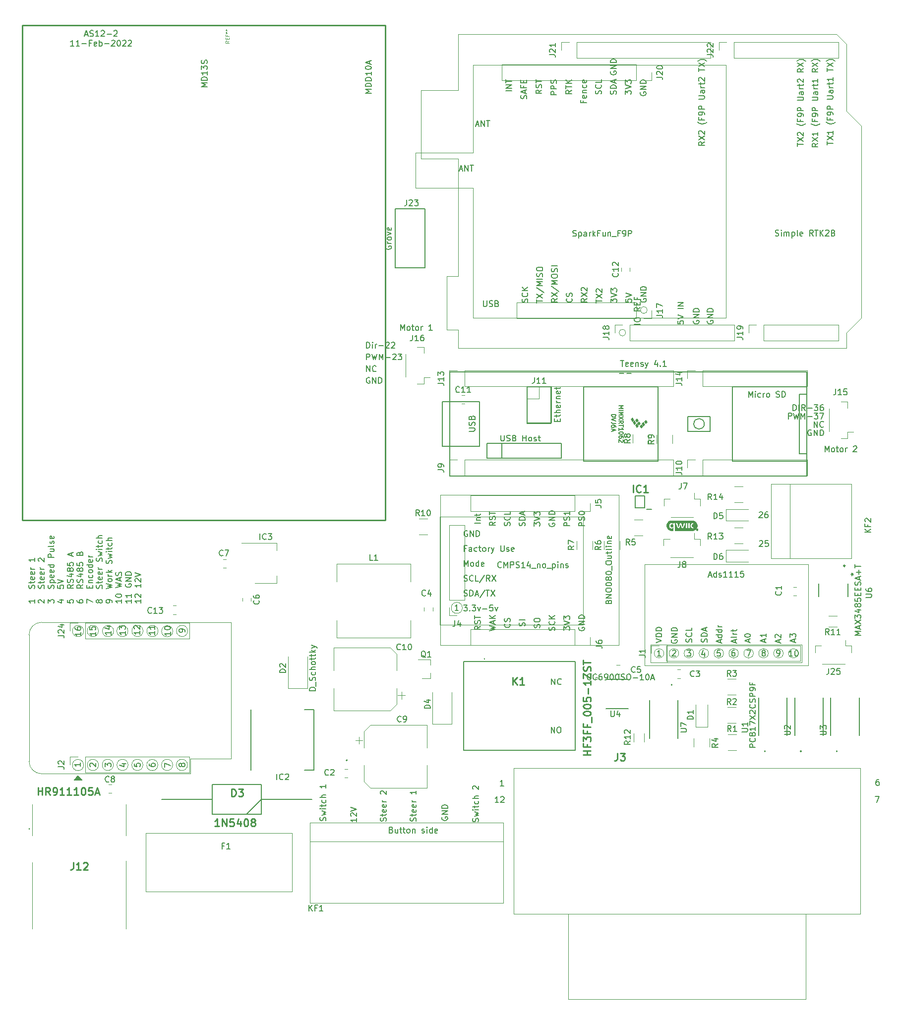
<source format=gbr>
%TF.GenerationSoftware,KiCad,Pcbnew,(5.1.12)-1*%
%TF.CreationDate,2022-02-13T14:46:26-06:00*%
%TF.ProjectId,AS12,41533132-2e6b-4696-9361-645f70636258,rev?*%
%TF.SameCoordinates,Original*%
%TF.FileFunction,Legend,Top*%
%TF.FilePolarity,Positive*%
%FSLAX46Y46*%
G04 Gerber Fmt 4.6, Leading zero omitted, Abs format (unit mm)*
G04 Created by KiCad (PCBNEW (5.1.12)-1) date 2022-02-13 14:46:26*
%MOMM*%
%LPD*%
G01*
G04 APERTURE LIST*
%ADD10C,0.150000*%
%ADD11C,0.200000*%
%ADD12C,0.254000*%
%ADD13C,0.120000*%
%ADD14C,0.250000*%
%ADD15C,0.127000*%
%ADD16C,0.100000*%
%ADD17C,0.203200*%
%ADD18C,0.010000*%
%ADD19C,0.015000*%
G04 APERTURE END LIST*
D10*
X38248935Y-21894326D02*
X38725125Y-21894326D01*
X38153697Y-22180040D02*
X38487030Y-21180040D01*
X38820363Y-22180040D01*
X39106078Y-22132421D02*
X39248935Y-22180040D01*
X39487030Y-22180040D01*
X39582268Y-22132421D01*
X39629887Y-22084802D01*
X39677506Y-21989564D01*
X39677506Y-21894326D01*
X39629887Y-21799088D01*
X39582268Y-21751469D01*
X39487030Y-21703850D01*
X39296554Y-21656231D01*
X39201316Y-21608612D01*
X39153697Y-21560993D01*
X39106078Y-21465755D01*
X39106078Y-21370517D01*
X39153697Y-21275279D01*
X39201316Y-21227660D01*
X39296554Y-21180040D01*
X39534649Y-21180040D01*
X39677506Y-21227660D01*
X40629887Y-22180040D02*
X40058459Y-22180040D01*
X40344173Y-22180040D02*
X40344173Y-21180040D01*
X40248935Y-21322898D01*
X40153697Y-21418136D01*
X40058459Y-21465755D01*
X41010840Y-21275279D02*
X41058459Y-21227660D01*
X41153697Y-21180040D01*
X41391792Y-21180040D01*
X41487030Y-21227660D01*
X41534649Y-21275279D01*
X41582268Y-21370517D01*
X41582268Y-21465755D01*
X41534649Y-21608612D01*
X40963220Y-22180040D01*
X41582268Y-22180040D01*
X42010840Y-21799088D02*
X42772744Y-21799088D01*
X43201316Y-21275279D02*
X43248935Y-21227660D01*
X43344173Y-21180040D01*
X43582268Y-21180040D01*
X43677506Y-21227660D01*
X43725125Y-21275279D01*
X43772744Y-21370517D01*
X43772744Y-21465755D01*
X43725125Y-21608612D01*
X43153697Y-22180040D01*
X43772744Y-22180040D01*
X36367982Y-23830040D02*
X35796554Y-23830040D01*
X36082268Y-23830040D02*
X36082268Y-22830040D01*
X35987030Y-22972898D01*
X35891792Y-23068136D01*
X35796554Y-23115755D01*
X37320363Y-23830040D02*
X36748935Y-23830040D01*
X37034649Y-23830040D02*
X37034649Y-22830040D01*
X36939411Y-22972898D01*
X36844173Y-23068136D01*
X36748935Y-23115755D01*
X37748935Y-23449088D02*
X38510840Y-23449088D01*
X39320363Y-23306231D02*
X38987030Y-23306231D01*
X38987030Y-23830040D02*
X38987030Y-22830040D01*
X39463220Y-22830040D01*
X40225125Y-23782421D02*
X40129887Y-23830040D01*
X39939411Y-23830040D01*
X39844173Y-23782421D01*
X39796554Y-23687183D01*
X39796554Y-23306231D01*
X39844173Y-23210993D01*
X39939411Y-23163374D01*
X40129887Y-23163374D01*
X40225125Y-23210993D01*
X40272744Y-23306231D01*
X40272744Y-23401469D01*
X39796554Y-23496707D01*
X40701316Y-23830040D02*
X40701316Y-22830040D01*
X40701316Y-23210993D02*
X40796554Y-23163374D01*
X40987030Y-23163374D01*
X41082268Y-23210993D01*
X41129887Y-23258612D01*
X41177506Y-23353850D01*
X41177506Y-23639564D01*
X41129887Y-23734802D01*
X41082268Y-23782421D01*
X40987030Y-23830040D01*
X40796554Y-23830040D01*
X40701316Y-23782421D01*
X41606078Y-23449088D02*
X42367982Y-23449088D01*
X42796554Y-22925279D02*
X42844173Y-22877660D01*
X42939411Y-22830040D01*
X43177506Y-22830040D01*
X43272744Y-22877660D01*
X43320363Y-22925279D01*
X43367982Y-23020517D01*
X43367982Y-23115755D01*
X43320363Y-23258612D01*
X42748935Y-23830040D01*
X43367982Y-23830040D01*
X43987030Y-22830040D02*
X44082268Y-22830040D01*
X44177506Y-22877660D01*
X44225125Y-22925279D01*
X44272744Y-23020517D01*
X44320363Y-23210993D01*
X44320363Y-23449088D01*
X44272744Y-23639564D01*
X44225125Y-23734802D01*
X44177506Y-23782421D01*
X44082268Y-23830040D01*
X43987030Y-23830040D01*
X43891792Y-23782421D01*
X43844173Y-23734802D01*
X43796554Y-23639564D01*
X43748935Y-23449088D01*
X43748935Y-23210993D01*
X43796554Y-23020517D01*
X43844173Y-22925279D01*
X43891792Y-22877660D01*
X43987030Y-22830040D01*
X44701316Y-22925279D02*
X44748935Y-22877660D01*
X44844173Y-22830040D01*
X45082268Y-22830040D01*
X45177506Y-22877660D01*
X45225125Y-22925279D01*
X45272744Y-23020517D01*
X45272744Y-23115755D01*
X45225125Y-23258612D01*
X44653697Y-23830040D01*
X45272744Y-23830040D01*
X45653697Y-22925279D02*
X45701316Y-22877660D01*
X45796554Y-22830040D01*
X46034649Y-22830040D01*
X46129887Y-22877660D01*
X46177506Y-22925279D01*
X46225125Y-23020517D01*
X46225125Y-23115755D01*
X46177506Y-23258612D01*
X45606078Y-23830040D01*
X46225125Y-23830040D01*
X153370375Y-103459019D02*
X153417994Y-103411400D01*
X153513232Y-103363780D01*
X153751327Y-103363780D01*
X153846565Y-103411400D01*
X153894184Y-103459019D01*
X153941803Y-103554257D01*
X153941803Y-103649495D01*
X153894184Y-103792352D01*
X153322756Y-104363780D01*
X153941803Y-104363780D01*
X154798946Y-103363780D02*
X154608470Y-103363780D01*
X154513232Y-103411400D01*
X154465613Y-103459019D01*
X154370375Y-103601876D01*
X154322756Y-103792352D01*
X154322756Y-104173304D01*
X154370375Y-104268542D01*
X154417994Y-104316161D01*
X154513232Y-104363780D01*
X154703708Y-104363780D01*
X154798946Y-104316161D01*
X154846565Y-104268542D01*
X154894184Y-104173304D01*
X154894184Y-103935209D01*
X154846565Y-103839971D01*
X154798946Y-103792352D01*
X154703708Y-103744733D01*
X154513232Y-103744733D01*
X154417994Y-103792352D01*
X154370375Y-103839971D01*
X154322756Y-103935209D01*
X153418635Y-108368839D02*
X153466254Y-108321220D01*
X153561492Y-108273600D01*
X153799587Y-108273600D01*
X153894825Y-108321220D01*
X153942444Y-108368839D01*
X153990063Y-108464077D01*
X153990063Y-108559315D01*
X153942444Y-108702172D01*
X153371016Y-109273600D01*
X153990063Y-109273600D01*
X154894825Y-108273600D02*
X154418635Y-108273600D01*
X154371016Y-108749791D01*
X154418635Y-108702172D01*
X154513873Y-108654553D01*
X154751968Y-108654553D01*
X154847206Y-108702172D01*
X154894825Y-108749791D01*
X154942444Y-108845029D01*
X154942444Y-109083124D01*
X154894825Y-109178362D01*
X154847206Y-109225981D01*
X154751968Y-109273600D01*
X154513873Y-109273600D01*
X154418635Y-109225981D01*
X154371016Y-109178362D01*
X108861883Y-152992080D02*
X108290455Y-152992080D01*
X108576169Y-152992080D02*
X108576169Y-151992080D01*
X108480931Y-152134938D01*
X108385693Y-152230176D01*
X108290455Y-152277795D01*
X109242836Y-152087319D02*
X109290455Y-152039700D01*
X109385693Y-151992080D01*
X109623788Y-151992080D01*
X109719026Y-152039700D01*
X109766645Y-152087319D01*
X109814264Y-152182557D01*
X109814264Y-152277795D01*
X109766645Y-152420652D01*
X109195217Y-152992080D01*
X109814264Y-152992080D01*
X109739394Y-150137120D02*
X109167965Y-150137120D01*
X109453680Y-150137120D02*
X109453680Y-149137120D01*
X109358441Y-149279978D01*
X109263203Y-149375216D01*
X109167965Y-149422835D01*
X173227406Y-151992080D02*
X173894073Y-151992080D01*
X173465501Y-152992080D01*
X173789316Y-149066000D02*
X173598840Y-149066000D01*
X173503601Y-149113620D01*
X173455982Y-149161239D01*
X173360744Y-149304096D01*
X173313125Y-149494572D01*
X173313125Y-149875524D01*
X173360744Y-149970762D01*
X173408363Y-150018381D01*
X173503601Y-150066000D01*
X173694078Y-150066000D01*
X173789316Y-150018381D01*
X173836935Y-149970762D01*
X173884554Y-149875524D01*
X173884554Y-149637429D01*
X173836935Y-149542191D01*
X173789316Y-149494572D01*
X173694078Y-149446953D01*
X173503601Y-149446953D01*
X173408363Y-149494572D01*
X173360744Y-149542191D01*
X173313125Y-149637429D01*
X29655180Y-118342795D02*
X29655180Y-118914223D01*
X29655180Y-118628509D02*
X28655180Y-118628509D01*
X28798038Y-118723747D01*
X28893276Y-118818985D01*
X28940895Y-118914223D01*
X29607561Y-116438033D02*
X29655180Y-116295176D01*
X29655180Y-116057080D01*
X29607561Y-115961842D01*
X29559942Y-115914223D01*
X29464704Y-115866604D01*
X29369466Y-115866604D01*
X29274228Y-115914223D01*
X29226609Y-115961842D01*
X29178990Y-116057080D01*
X29131371Y-116247557D01*
X29083752Y-116342795D01*
X29036133Y-116390414D01*
X28940895Y-116438033D01*
X28845657Y-116438033D01*
X28750419Y-116390414D01*
X28702800Y-116342795D01*
X28655180Y-116247557D01*
X28655180Y-116009461D01*
X28702800Y-115866604D01*
X28988514Y-115580890D02*
X28988514Y-115199938D01*
X28655180Y-115438033D02*
X29512323Y-115438033D01*
X29607561Y-115390414D01*
X29655180Y-115295176D01*
X29655180Y-115199938D01*
X29607561Y-114485652D02*
X29655180Y-114580890D01*
X29655180Y-114771366D01*
X29607561Y-114866604D01*
X29512323Y-114914223D01*
X29131371Y-114914223D01*
X29036133Y-114866604D01*
X28988514Y-114771366D01*
X28988514Y-114580890D01*
X29036133Y-114485652D01*
X29131371Y-114438033D01*
X29226609Y-114438033D01*
X29321847Y-114914223D01*
X29607561Y-113628509D02*
X29655180Y-113723747D01*
X29655180Y-113914223D01*
X29607561Y-114009461D01*
X29512323Y-114057080D01*
X29131371Y-114057080D01*
X29036133Y-114009461D01*
X28988514Y-113914223D01*
X28988514Y-113723747D01*
X29036133Y-113628509D01*
X29131371Y-113580890D01*
X29226609Y-113580890D01*
X29321847Y-114057080D01*
X29655180Y-113152319D02*
X28988514Y-113152319D01*
X29178990Y-113152319D02*
X29083752Y-113104700D01*
X29036133Y-113057080D01*
X28988514Y-112961842D01*
X28988514Y-112866604D01*
X29655180Y-111247557D02*
X29655180Y-111818985D01*
X29655180Y-111533271D02*
X28655180Y-111533271D01*
X28798038Y-111628509D01*
X28893276Y-111723747D01*
X28940895Y-111818985D01*
X30400419Y-118914223D02*
X30352800Y-118866604D01*
X30305180Y-118771366D01*
X30305180Y-118533271D01*
X30352800Y-118438033D01*
X30400419Y-118390414D01*
X30495657Y-118342795D01*
X30590895Y-118342795D01*
X30733752Y-118390414D01*
X31305180Y-118961842D01*
X31305180Y-118342795D01*
X31257561Y-116438033D02*
X31305180Y-116295176D01*
X31305180Y-116057080D01*
X31257561Y-115961842D01*
X31209942Y-115914223D01*
X31114704Y-115866604D01*
X31019466Y-115866604D01*
X30924228Y-115914223D01*
X30876609Y-115961842D01*
X30828990Y-116057080D01*
X30781371Y-116247557D01*
X30733752Y-116342795D01*
X30686133Y-116390414D01*
X30590895Y-116438033D01*
X30495657Y-116438033D01*
X30400419Y-116390414D01*
X30352800Y-116342795D01*
X30305180Y-116247557D01*
X30305180Y-116009461D01*
X30352800Y-115866604D01*
X30638514Y-115580890D02*
X30638514Y-115199938D01*
X30305180Y-115438033D02*
X31162323Y-115438033D01*
X31257561Y-115390414D01*
X31305180Y-115295176D01*
X31305180Y-115199938D01*
X31257561Y-114485652D02*
X31305180Y-114580890D01*
X31305180Y-114771366D01*
X31257561Y-114866604D01*
X31162323Y-114914223D01*
X30781371Y-114914223D01*
X30686133Y-114866604D01*
X30638514Y-114771366D01*
X30638514Y-114580890D01*
X30686133Y-114485652D01*
X30781371Y-114438033D01*
X30876609Y-114438033D01*
X30971847Y-114914223D01*
X31257561Y-113628509D02*
X31305180Y-113723747D01*
X31305180Y-113914223D01*
X31257561Y-114009461D01*
X31162323Y-114057080D01*
X30781371Y-114057080D01*
X30686133Y-114009461D01*
X30638514Y-113914223D01*
X30638514Y-113723747D01*
X30686133Y-113628509D01*
X30781371Y-113580890D01*
X30876609Y-113580890D01*
X30971847Y-114057080D01*
X31305180Y-113152319D02*
X30638514Y-113152319D01*
X30828990Y-113152319D02*
X30733752Y-113104700D01*
X30686133Y-113057080D01*
X30638514Y-112961842D01*
X30638514Y-112866604D01*
X30400419Y-111818985D02*
X30352800Y-111771366D01*
X30305180Y-111676128D01*
X30305180Y-111438033D01*
X30352800Y-111342795D01*
X30400419Y-111295176D01*
X30495657Y-111247557D01*
X30590895Y-111247557D01*
X30733752Y-111295176D01*
X31305180Y-111866604D01*
X31305180Y-111247557D01*
X31955180Y-118961842D02*
X31955180Y-118342795D01*
X32336133Y-118676128D01*
X32336133Y-118533271D01*
X32383752Y-118438033D01*
X32431371Y-118390414D01*
X32526609Y-118342795D01*
X32764704Y-118342795D01*
X32859942Y-118390414D01*
X32907561Y-118438033D01*
X32955180Y-118533271D01*
X32955180Y-118818985D01*
X32907561Y-118914223D01*
X32859942Y-118961842D01*
X32907561Y-116438033D02*
X32955180Y-116295176D01*
X32955180Y-116057080D01*
X32907561Y-115961842D01*
X32859942Y-115914223D01*
X32764704Y-115866604D01*
X32669466Y-115866604D01*
X32574228Y-115914223D01*
X32526609Y-115961842D01*
X32478990Y-116057080D01*
X32431371Y-116247557D01*
X32383752Y-116342795D01*
X32336133Y-116390414D01*
X32240895Y-116438033D01*
X32145657Y-116438033D01*
X32050419Y-116390414D01*
X32002800Y-116342795D01*
X31955180Y-116247557D01*
X31955180Y-116009461D01*
X32002800Y-115866604D01*
X32288514Y-115438033D02*
X33288514Y-115438033D01*
X32336133Y-115438033D02*
X32288514Y-115342795D01*
X32288514Y-115152319D01*
X32336133Y-115057080D01*
X32383752Y-115009461D01*
X32478990Y-114961842D01*
X32764704Y-114961842D01*
X32859942Y-115009461D01*
X32907561Y-115057080D01*
X32955180Y-115152319D01*
X32955180Y-115342795D01*
X32907561Y-115438033D01*
X32907561Y-114152319D02*
X32955180Y-114247557D01*
X32955180Y-114438033D01*
X32907561Y-114533271D01*
X32812323Y-114580890D01*
X32431371Y-114580890D01*
X32336133Y-114533271D01*
X32288514Y-114438033D01*
X32288514Y-114247557D01*
X32336133Y-114152319D01*
X32431371Y-114104700D01*
X32526609Y-114104700D01*
X32621847Y-114580890D01*
X32907561Y-113295176D02*
X32955180Y-113390414D01*
X32955180Y-113580890D01*
X32907561Y-113676128D01*
X32812323Y-113723747D01*
X32431371Y-113723747D01*
X32336133Y-113676128D01*
X32288514Y-113580890D01*
X32288514Y-113390414D01*
X32336133Y-113295176D01*
X32431371Y-113247557D01*
X32526609Y-113247557D01*
X32621847Y-113723747D01*
X32955180Y-112390414D02*
X31955180Y-112390414D01*
X32907561Y-112390414D02*
X32955180Y-112485652D01*
X32955180Y-112676128D01*
X32907561Y-112771366D01*
X32859942Y-112818985D01*
X32764704Y-112866604D01*
X32478990Y-112866604D01*
X32383752Y-112818985D01*
X32336133Y-112771366D01*
X32288514Y-112676128D01*
X32288514Y-112485652D01*
X32336133Y-112390414D01*
X32955180Y-111152319D02*
X31955180Y-111152319D01*
X31955180Y-110771366D01*
X32002800Y-110676128D01*
X32050419Y-110628509D01*
X32145657Y-110580890D01*
X32288514Y-110580890D01*
X32383752Y-110628509D01*
X32431371Y-110676128D01*
X32478990Y-110771366D01*
X32478990Y-111152319D01*
X32288514Y-109723747D02*
X32955180Y-109723747D01*
X32288514Y-110152319D02*
X32812323Y-110152319D01*
X32907561Y-110104700D01*
X32955180Y-110009461D01*
X32955180Y-109866604D01*
X32907561Y-109771366D01*
X32859942Y-109723747D01*
X32955180Y-109104700D02*
X32907561Y-109199938D01*
X32812323Y-109247557D01*
X31955180Y-109247557D01*
X32907561Y-108771366D02*
X32955180Y-108676128D01*
X32955180Y-108485652D01*
X32907561Y-108390414D01*
X32812323Y-108342795D01*
X32764704Y-108342795D01*
X32669466Y-108390414D01*
X32621847Y-108485652D01*
X32621847Y-108628509D01*
X32574228Y-108723747D01*
X32478990Y-108771366D01*
X32431371Y-108771366D01*
X32336133Y-108723747D01*
X32288514Y-108628509D01*
X32288514Y-108485652D01*
X32336133Y-108390414D01*
X32907561Y-107533271D02*
X32955180Y-107628509D01*
X32955180Y-107818985D01*
X32907561Y-107914223D01*
X32812323Y-107961842D01*
X32431371Y-107961842D01*
X32336133Y-107914223D01*
X32288514Y-107818985D01*
X32288514Y-107628509D01*
X32336133Y-107533271D01*
X32431371Y-107485652D01*
X32526609Y-107485652D01*
X32621847Y-107961842D01*
X33938514Y-118438033D02*
X34605180Y-118438033D01*
X33557561Y-118676128D02*
X34271847Y-118914223D01*
X34271847Y-118295176D01*
X33605180Y-115914223D02*
X33605180Y-116390414D01*
X34081371Y-116438033D01*
X34033752Y-116390414D01*
X33986133Y-116295176D01*
X33986133Y-116057080D01*
X34033752Y-115961842D01*
X34081371Y-115914223D01*
X34176609Y-115866604D01*
X34414704Y-115866604D01*
X34509942Y-115914223D01*
X34557561Y-115961842D01*
X34605180Y-116057080D01*
X34605180Y-116295176D01*
X34557561Y-116390414D01*
X34509942Y-116438033D01*
X33605180Y-115580890D02*
X34605180Y-115247557D01*
X33605180Y-114914223D01*
X35255180Y-118390414D02*
X35255180Y-118866604D01*
X35731371Y-118914223D01*
X35683752Y-118866604D01*
X35636133Y-118771366D01*
X35636133Y-118533271D01*
X35683752Y-118438033D01*
X35731371Y-118390414D01*
X35826609Y-118342795D01*
X36064704Y-118342795D01*
X36159942Y-118390414D01*
X36207561Y-118438033D01*
X36255180Y-118533271D01*
X36255180Y-118771366D01*
X36207561Y-118866604D01*
X36159942Y-118914223D01*
X36255180Y-115818985D02*
X35778990Y-116152319D01*
X36255180Y-116390414D02*
X35255180Y-116390414D01*
X35255180Y-116009461D01*
X35302800Y-115914223D01*
X35350419Y-115866604D01*
X35445657Y-115818985D01*
X35588514Y-115818985D01*
X35683752Y-115866604D01*
X35731371Y-115914223D01*
X35778990Y-116009461D01*
X35778990Y-116390414D01*
X36207561Y-115438033D02*
X36255180Y-115295176D01*
X36255180Y-115057080D01*
X36207561Y-114961842D01*
X36159942Y-114914223D01*
X36064704Y-114866604D01*
X35969466Y-114866604D01*
X35874228Y-114914223D01*
X35826609Y-114961842D01*
X35778990Y-115057080D01*
X35731371Y-115247557D01*
X35683752Y-115342795D01*
X35636133Y-115390414D01*
X35540895Y-115438033D01*
X35445657Y-115438033D01*
X35350419Y-115390414D01*
X35302800Y-115342795D01*
X35255180Y-115247557D01*
X35255180Y-115009461D01*
X35302800Y-114866604D01*
X35588514Y-114009461D02*
X36255180Y-114009461D01*
X35207561Y-114247557D02*
X35921847Y-114485652D01*
X35921847Y-113866604D01*
X35683752Y-113342795D02*
X35636133Y-113438033D01*
X35588514Y-113485652D01*
X35493276Y-113533271D01*
X35445657Y-113533271D01*
X35350419Y-113485652D01*
X35302800Y-113438033D01*
X35255180Y-113342795D01*
X35255180Y-113152319D01*
X35302800Y-113057080D01*
X35350419Y-113009461D01*
X35445657Y-112961842D01*
X35493276Y-112961842D01*
X35588514Y-113009461D01*
X35636133Y-113057080D01*
X35683752Y-113152319D01*
X35683752Y-113342795D01*
X35731371Y-113438033D01*
X35778990Y-113485652D01*
X35874228Y-113533271D01*
X36064704Y-113533271D01*
X36159942Y-113485652D01*
X36207561Y-113438033D01*
X36255180Y-113342795D01*
X36255180Y-113152319D01*
X36207561Y-113057080D01*
X36159942Y-113009461D01*
X36064704Y-112961842D01*
X35874228Y-112961842D01*
X35778990Y-113009461D01*
X35731371Y-113057080D01*
X35683752Y-113152319D01*
X35255180Y-112057080D02*
X35255180Y-112533271D01*
X35731371Y-112580890D01*
X35683752Y-112533271D01*
X35636133Y-112438033D01*
X35636133Y-112199938D01*
X35683752Y-112104700D01*
X35731371Y-112057080D01*
X35826609Y-112009461D01*
X36064704Y-112009461D01*
X36159942Y-112057080D01*
X36207561Y-112104700D01*
X36255180Y-112199938D01*
X36255180Y-112438033D01*
X36207561Y-112533271D01*
X36159942Y-112580890D01*
X35969466Y-110866604D02*
X35969466Y-110390414D01*
X36255180Y-110961842D02*
X35255180Y-110628509D01*
X36255180Y-110295176D01*
X36905180Y-118438033D02*
X36905180Y-118628509D01*
X36952800Y-118723747D01*
X37000419Y-118771366D01*
X37143276Y-118866604D01*
X37333752Y-118914223D01*
X37714704Y-118914223D01*
X37809942Y-118866604D01*
X37857561Y-118818985D01*
X37905180Y-118723747D01*
X37905180Y-118533271D01*
X37857561Y-118438033D01*
X37809942Y-118390414D01*
X37714704Y-118342795D01*
X37476609Y-118342795D01*
X37381371Y-118390414D01*
X37333752Y-118438033D01*
X37286133Y-118533271D01*
X37286133Y-118723747D01*
X37333752Y-118818985D01*
X37381371Y-118866604D01*
X37476609Y-118914223D01*
X37905180Y-115818985D02*
X37428990Y-116152319D01*
X37905180Y-116390414D02*
X36905180Y-116390414D01*
X36905180Y-116009461D01*
X36952800Y-115914223D01*
X37000419Y-115866604D01*
X37095657Y-115818985D01*
X37238514Y-115818985D01*
X37333752Y-115866604D01*
X37381371Y-115914223D01*
X37428990Y-116009461D01*
X37428990Y-116390414D01*
X37857561Y-115438033D02*
X37905180Y-115295176D01*
X37905180Y-115057080D01*
X37857561Y-114961842D01*
X37809942Y-114914223D01*
X37714704Y-114866604D01*
X37619466Y-114866604D01*
X37524228Y-114914223D01*
X37476609Y-114961842D01*
X37428990Y-115057080D01*
X37381371Y-115247557D01*
X37333752Y-115342795D01*
X37286133Y-115390414D01*
X37190895Y-115438033D01*
X37095657Y-115438033D01*
X37000419Y-115390414D01*
X36952800Y-115342795D01*
X36905180Y-115247557D01*
X36905180Y-115009461D01*
X36952800Y-114866604D01*
X37238514Y-114009461D02*
X37905180Y-114009461D01*
X36857561Y-114247557D02*
X37571847Y-114485652D01*
X37571847Y-113866604D01*
X37333752Y-113342795D02*
X37286133Y-113438033D01*
X37238514Y-113485652D01*
X37143276Y-113533271D01*
X37095657Y-113533271D01*
X37000419Y-113485652D01*
X36952800Y-113438033D01*
X36905180Y-113342795D01*
X36905180Y-113152319D01*
X36952800Y-113057080D01*
X37000419Y-113009461D01*
X37095657Y-112961842D01*
X37143276Y-112961842D01*
X37238514Y-113009461D01*
X37286133Y-113057080D01*
X37333752Y-113152319D01*
X37333752Y-113342795D01*
X37381371Y-113438033D01*
X37428990Y-113485652D01*
X37524228Y-113533271D01*
X37714704Y-113533271D01*
X37809942Y-113485652D01*
X37857561Y-113438033D01*
X37905180Y-113342795D01*
X37905180Y-113152319D01*
X37857561Y-113057080D01*
X37809942Y-113009461D01*
X37714704Y-112961842D01*
X37524228Y-112961842D01*
X37428990Y-113009461D01*
X37381371Y-113057080D01*
X37333752Y-113152319D01*
X36905180Y-112057080D02*
X36905180Y-112533271D01*
X37381371Y-112580890D01*
X37333752Y-112533271D01*
X37286133Y-112438033D01*
X37286133Y-112199938D01*
X37333752Y-112104700D01*
X37381371Y-112057080D01*
X37476609Y-112009461D01*
X37714704Y-112009461D01*
X37809942Y-112057080D01*
X37857561Y-112104700D01*
X37905180Y-112199938D01*
X37905180Y-112438033D01*
X37857561Y-112533271D01*
X37809942Y-112580890D01*
X37381371Y-110485652D02*
X37428990Y-110342795D01*
X37476609Y-110295176D01*
X37571847Y-110247557D01*
X37714704Y-110247557D01*
X37809942Y-110295176D01*
X37857561Y-110342795D01*
X37905180Y-110438033D01*
X37905180Y-110818985D01*
X36905180Y-110818985D01*
X36905180Y-110485652D01*
X36952800Y-110390414D01*
X37000419Y-110342795D01*
X37095657Y-110295176D01*
X37190895Y-110295176D01*
X37286133Y-110342795D01*
X37333752Y-110390414D01*
X37381371Y-110485652D01*
X37381371Y-110818985D01*
X38555180Y-118961842D02*
X38555180Y-118295176D01*
X39555180Y-118723747D01*
X39031371Y-116390414D02*
X39031371Y-116057080D01*
X39555180Y-115914223D02*
X39555180Y-116390414D01*
X38555180Y-116390414D01*
X38555180Y-115914223D01*
X38888514Y-115485652D02*
X39555180Y-115485652D01*
X38983752Y-115485652D02*
X38936133Y-115438033D01*
X38888514Y-115342795D01*
X38888514Y-115199938D01*
X38936133Y-115104700D01*
X39031371Y-115057080D01*
X39555180Y-115057080D01*
X39507561Y-114152319D02*
X39555180Y-114247557D01*
X39555180Y-114438033D01*
X39507561Y-114533271D01*
X39459942Y-114580890D01*
X39364704Y-114628509D01*
X39078990Y-114628509D01*
X38983752Y-114580890D01*
X38936133Y-114533271D01*
X38888514Y-114438033D01*
X38888514Y-114247557D01*
X38936133Y-114152319D01*
X39555180Y-113580890D02*
X39507561Y-113676128D01*
X39459942Y-113723747D01*
X39364704Y-113771366D01*
X39078990Y-113771366D01*
X38983752Y-113723747D01*
X38936133Y-113676128D01*
X38888514Y-113580890D01*
X38888514Y-113438033D01*
X38936133Y-113342795D01*
X38983752Y-113295176D01*
X39078990Y-113247557D01*
X39364704Y-113247557D01*
X39459942Y-113295176D01*
X39507561Y-113342795D01*
X39555180Y-113438033D01*
X39555180Y-113580890D01*
X39555180Y-112390414D02*
X38555180Y-112390414D01*
X39507561Y-112390414D02*
X39555180Y-112485652D01*
X39555180Y-112676128D01*
X39507561Y-112771366D01*
X39459942Y-112818985D01*
X39364704Y-112866604D01*
X39078990Y-112866604D01*
X38983752Y-112818985D01*
X38936133Y-112771366D01*
X38888514Y-112676128D01*
X38888514Y-112485652D01*
X38936133Y-112390414D01*
X39507561Y-111533271D02*
X39555180Y-111628509D01*
X39555180Y-111818985D01*
X39507561Y-111914223D01*
X39412323Y-111961842D01*
X39031371Y-111961842D01*
X38936133Y-111914223D01*
X38888514Y-111818985D01*
X38888514Y-111628509D01*
X38936133Y-111533271D01*
X39031371Y-111485652D01*
X39126609Y-111485652D01*
X39221847Y-111961842D01*
X39555180Y-111057080D02*
X38888514Y-111057080D01*
X39078990Y-111057080D02*
X38983752Y-111009461D01*
X38936133Y-110961842D01*
X38888514Y-110866604D01*
X38888514Y-110771366D01*
X40633752Y-118723747D02*
X40586133Y-118818985D01*
X40538514Y-118866604D01*
X40443276Y-118914223D01*
X40395657Y-118914223D01*
X40300419Y-118866604D01*
X40252800Y-118818985D01*
X40205180Y-118723747D01*
X40205180Y-118533271D01*
X40252800Y-118438033D01*
X40300419Y-118390414D01*
X40395657Y-118342795D01*
X40443276Y-118342795D01*
X40538514Y-118390414D01*
X40586133Y-118438033D01*
X40633752Y-118533271D01*
X40633752Y-118723747D01*
X40681371Y-118818985D01*
X40728990Y-118866604D01*
X40824228Y-118914223D01*
X41014704Y-118914223D01*
X41109942Y-118866604D01*
X41157561Y-118818985D01*
X41205180Y-118723747D01*
X41205180Y-118533271D01*
X41157561Y-118438033D01*
X41109942Y-118390414D01*
X41014704Y-118342795D01*
X40824228Y-118342795D01*
X40728990Y-118390414D01*
X40681371Y-118438033D01*
X40633752Y-118533271D01*
X41157561Y-116438033D02*
X41205180Y-116295176D01*
X41205180Y-116057080D01*
X41157561Y-115961842D01*
X41109942Y-115914223D01*
X41014704Y-115866604D01*
X40919466Y-115866604D01*
X40824228Y-115914223D01*
X40776609Y-115961842D01*
X40728990Y-116057080D01*
X40681371Y-116247557D01*
X40633752Y-116342795D01*
X40586133Y-116390414D01*
X40490895Y-116438033D01*
X40395657Y-116438033D01*
X40300419Y-116390414D01*
X40252800Y-116342795D01*
X40205180Y-116247557D01*
X40205180Y-116009461D01*
X40252800Y-115866604D01*
X40538514Y-115580890D02*
X40538514Y-115199938D01*
X40205180Y-115438033D02*
X41062323Y-115438033D01*
X41157561Y-115390414D01*
X41205180Y-115295176D01*
X41205180Y-115199938D01*
X41157561Y-114485652D02*
X41205180Y-114580890D01*
X41205180Y-114771366D01*
X41157561Y-114866604D01*
X41062323Y-114914223D01*
X40681371Y-114914223D01*
X40586133Y-114866604D01*
X40538514Y-114771366D01*
X40538514Y-114580890D01*
X40586133Y-114485652D01*
X40681371Y-114438033D01*
X40776609Y-114438033D01*
X40871847Y-114914223D01*
X41157561Y-113628509D02*
X41205180Y-113723747D01*
X41205180Y-113914223D01*
X41157561Y-114009461D01*
X41062323Y-114057080D01*
X40681371Y-114057080D01*
X40586133Y-114009461D01*
X40538514Y-113914223D01*
X40538514Y-113723747D01*
X40586133Y-113628509D01*
X40681371Y-113580890D01*
X40776609Y-113580890D01*
X40871847Y-114057080D01*
X41205180Y-113152319D02*
X40538514Y-113152319D01*
X40728990Y-113152319D02*
X40633752Y-113104700D01*
X40586133Y-113057080D01*
X40538514Y-112961842D01*
X40538514Y-112866604D01*
X41157561Y-111818985D02*
X41205180Y-111676128D01*
X41205180Y-111438033D01*
X41157561Y-111342795D01*
X41109942Y-111295176D01*
X41014704Y-111247557D01*
X40919466Y-111247557D01*
X40824228Y-111295176D01*
X40776609Y-111342795D01*
X40728990Y-111438033D01*
X40681371Y-111628509D01*
X40633752Y-111723747D01*
X40586133Y-111771366D01*
X40490895Y-111818985D01*
X40395657Y-111818985D01*
X40300419Y-111771366D01*
X40252800Y-111723747D01*
X40205180Y-111628509D01*
X40205180Y-111390414D01*
X40252800Y-111247557D01*
X40538514Y-110914223D02*
X41205180Y-110723747D01*
X40728990Y-110533271D01*
X41205180Y-110342795D01*
X40538514Y-110152319D01*
X41205180Y-109771366D02*
X40538514Y-109771366D01*
X40205180Y-109771366D02*
X40252800Y-109818985D01*
X40300419Y-109771366D01*
X40252800Y-109723747D01*
X40205180Y-109771366D01*
X40300419Y-109771366D01*
X40538514Y-109438033D02*
X40538514Y-109057080D01*
X40205180Y-109295176D02*
X41062323Y-109295176D01*
X41157561Y-109247557D01*
X41205180Y-109152319D01*
X41205180Y-109057080D01*
X41157561Y-108295176D02*
X41205180Y-108390414D01*
X41205180Y-108580890D01*
X41157561Y-108676128D01*
X41109942Y-108723747D01*
X41014704Y-108771366D01*
X40728990Y-108771366D01*
X40633752Y-108723747D01*
X40586133Y-108676128D01*
X40538514Y-108580890D01*
X40538514Y-108390414D01*
X40586133Y-108295176D01*
X41205180Y-107866604D02*
X40205180Y-107866604D01*
X41205180Y-107438033D02*
X40681371Y-107438033D01*
X40586133Y-107485652D01*
X40538514Y-107580890D01*
X40538514Y-107723747D01*
X40586133Y-107818985D01*
X40633752Y-107866604D01*
X42855180Y-118818985D02*
X42855180Y-118628509D01*
X42807561Y-118533271D01*
X42759942Y-118485652D01*
X42617085Y-118390414D01*
X42426609Y-118342795D01*
X42045657Y-118342795D01*
X41950419Y-118390414D01*
X41902800Y-118438033D01*
X41855180Y-118533271D01*
X41855180Y-118723747D01*
X41902800Y-118818985D01*
X41950419Y-118866604D01*
X42045657Y-118914223D01*
X42283752Y-118914223D01*
X42378990Y-118866604D01*
X42426609Y-118818985D01*
X42474228Y-118723747D01*
X42474228Y-118533271D01*
X42426609Y-118438033D01*
X42378990Y-118390414D01*
X42283752Y-118342795D01*
X41855180Y-116485652D02*
X42855180Y-116247557D01*
X42140895Y-116057080D01*
X42855180Y-115866604D01*
X41855180Y-115628509D01*
X42855180Y-115104700D02*
X42807561Y-115199938D01*
X42759942Y-115247557D01*
X42664704Y-115295176D01*
X42378990Y-115295176D01*
X42283752Y-115247557D01*
X42236133Y-115199938D01*
X42188514Y-115104700D01*
X42188514Y-114961842D01*
X42236133Y-114866604D01*
X42283752Y-114818985D01*
X42378990Y-114771366D01*
X42664704Y-114771366D01*
X42759942Y-114818985D01*
X42807561Y-114866604D01*
X42855180Y-114961842D01*
X42855180Y-115104700D01*
X42855180Y-114342795D02*
X42188514Y-114342795D01*
X42378990Y-114342795D02*
X42283752Y-114295176D01*
X42236133Y-114247557D01*
X42188514Y-114152319D01*
X42188514Y-114057080D01*
X42855180Y-113723747D02*
X41855180Y-113723747D01*
X42474228Y-113628509D02*
X42855180Y-113342795D01*
X42188514Y-113342795D02*
X42569466Y-113723747D01*
X42807561Y-112199938D02*
X42855180Y-112057080D01*
X42855180Y-111818985D01*
X42807561Y-111723747D01*
X42759942Y-111676128D01*
X42664704Y-111628509D01*
X42569466Y-111628509D01*
X42474228Y-111676128D01*
X42426609Y-111723747D01*
X42378990Y-111818985D01*
X42331371Y-112009461D01*
X42283752Y-112104700D01*
X42236133Y-112152319D01*
X42140895Y-112199938D01*
X42045657Y-112199938D01*
X41950419Y-112152319D01*
X41902800Y-112104700D01*
X41855180Y-112009461D01*
X41855180Y-111771366D01*
X41902800Y-111628509D01*
X42188514Y-111295176D02*
X42855180Y-111104700D01*
X42378990Y-110914223D01*
X42855180Y-110723747D01*
X42188514Y-110533271D01*
X42855180Y-110152319D02*
X42188514Y-110152319D01*
X41855180Y-110152319D02*
X41902800Y-110199938D01*
X41950419Y-110152319D01*
X41902800Y-110104700D01*
X41855180Y-110152319D01*
X41950419Y-110152319D01*
X42188514Y-109818985D02*
X42188514Y-109438033D01*
X41855180Y-109676128D02*
X42712323Y-109676128D01*
X42807561Y-109628509D01*
X42855180Y-109533271D01*
X42855180Y-109438033D01*
X42807561Y-108676128D02*
X42855180Y-108771366D01*
X42855180Y-108961842D01*
X42807561Y-109057080D01*
X42759942Y-109104700D01*
X42664704Y-109152319D01*
X42378990Y-109152319D01*
X42283752Y-109104700D01*
X42236133Y-109057080D01*
X42188514Y-108961842D01*
X42188514Y-108771366D01*
X42236133Y-108676128D01*
X42855180Y-108247557D02*
X41855180Y-108247557D01*
X42855180Y-107818985D02*
X42331371Y-107818985D01*
X42236133Y-107866604D01*
X42188514Y-107961842D01*
X42188514Y-108104700D01*
X42236133Y-108199938D01*
X42283752Y-108247557D01*
X44505180Y-118342795D02*
X44505180Y-118914223D01*
X44505180Y-118628509D02*
X43505180Y-118628509D01*
X43648038Y-118723747D01*
X43743276Y-118818985D01*
X43790895Y-118914223D01*
X43505180Y-117723747D02*
X43505180Y-117628509D01*
X43552800Y-117533271D01*
X43600419Y-117485652D01*
X43695657Y-117438033D01*
X43886133Y-117390414D01*
X44124228Y-117390414D01*
X44314704Y-117438033D01*
X44409942Y-117485652D01*
X44457561Y-117533271D01*
X44505180Y-117628509D01*
X44505180Y-117723747D01*
X44457561Y-117818985D01*
X44409942Y-117866604D01*
X44314704Y-117914223D01*
X44124228Y-117961842D01*
X43886133Y-117961842D01*
X43695657Y-117914223D01*
X43600419Y-117866604D01*
X43552800Y-117818985D01*
X43505180Y-117723747D01*
X43505180Y-116295176D02*
X44505180Y-116057080D01*
X43790895Y-115866604D01*
X44505180Y-115676128D01*
X43505180Y-115438033D01*
X44219466Y-115104700D02*
X44219466Y-114628509D01*
X44505180Y-115199938D02*
X43505180Y-114866604D01*
X44505180Y-114533271D01*
X44457561Y-114247557D02*
X44505180Y-114104700D01*
X44505180Y-113866604D01*
X44457561Y-113771366D01*
X44409942Y-113723747D01*
X44314704Y-113676128D01*
X44219466Y-113676128D01*
X44124228Y-113723747D01*
X44076609Y-113771366D01*
X44028990Y-113866604D01*
X43981371Y-114057080D01*
X43933752Y-114152319D01*
X43886133Y-114199938D01*
X43790895Y-114247557D01*
X43695657Y-114247557D01*
X43600419Y-114199938D01*
X43552800Y-114152319D01*
X43505180Y-114057080D01*
X43505180Y-113818985D01*
X43552800Y-113676128D01*
X46155180Y-118342795D02*
X46155180Y-118914223D01*
X46155180Y-118628509D02*
X45155180Y-118628509D01*
X45298038Y-118723747D01*
X45393276Y-118818985D01*
X45440895Y-118914223D01*
X46155180Y-117390414D02*
X46155180Y-117961842D01*
X46155180Y-117676128D02*
X45155180Y-117676128D01*
X45298038Y-117771366D01*
X45393276Y-117866604D01*
X45440895Y-117961842D01*
X45202800Y-115676128D02*
X45155180Y-115771366D01*
X45155180Y-115914223D01*
X45202800Y-116057080D01*
X45298038Y-116152319D01*
X45393276Y-116199938D01*
X45583752Y-116247557D01*
X45726609Y-116247557D01*
X45917085Y-116199938D01*
X46012323Y-116152319D01*
X46107561Y-116057080D01*
X46155180Y-115914223D01*
X46155180Y-115818985D01*
X46107561Y-115676128D01*
X46059942Y-115628509D01*
X45726609Y-115628509D01*
X45726609Y-115818985D01*
X46155180Y-115199938D02*
X45155180Y-115199938D01*
X46155180Y-114628509D01*
X45155180Y-114628509D01*
X46155180Y-114152319D02*
X45155180Y-114152319D01*
X45155180Y-113914223D01*
X45202800Y-113771366D01*
X45298038Y-113676128D01*
X45393276Y-113628509D01*
X45583752Y-113580890D01*
X45726609Y-113580890D01*
X45917085Y-113628509D01*
X46012323Y-113676128D01*
X46107561Y-113771366D01*
X46155180Y-113914223D01*
X46155180Y-114152319D01*
X47805180Y-118342795D02*
X47805180Y-118914223D01*
X47805180Y-118628509D02*
X46805180Y-118628509D01*
X46948038Y-118723747D01*
X47043276Y-118818985D01*
X47090895Y-118914223D01*
X46900419Y-117961842D02*
X46852800Y-117914223D01*
X46805180Y-117818985D01*
X46805180Y-117580890D01*
X46852800Y-117485652D01*
X46900419Y-117438033D01*
X46995657Y-117390414D01*
X47090895Y-117390414D01*
X47233752Y-117438033D01*
X47805180Y-118009461D01*
X47805180Y-117390414D01*
X47805180Y-115676128D02*
X47805180Y-116247557D01*
X47805180Y-115961842D02*
X46805180Y-115961842D01*
X46948038Y-116057080D01*
X47043276Y-116152319D01*
X47090895Y-116247557D01*
X46900419Y-115295176D02*
X46852800Y-115247557D01*
X46805180Y-115152319D01*
X46805180Y-114914223D01*
X46852800Y-114818985D01*
X46900419Y-114771366D01*
X46995657Y-114723747D01*
X47090895Y-114723747D01*
X47233752Y-114771366D01*
X47805180Y-115342795D01*
X47805180Y-114723747D01*
X46805180Y-114438033D02*
X47805180Y-114104700D01*
X46805180Y-113771366D01*
X159160057Y-86075780D02*
X159160057Y-85075780D01*
X159398152Y-85075780D01*
X159541009Y-85123400D01*
X159636247Y-85218638D01*
X159683866Y-85313876D01*
X159731486Y-85504352D01*
X159731486Y-85647209D01*
X159683866Y-85837685D01*
X159636247Y-85932923D01*
X159541009Y-86028161D01*
X159398152Y-86075780D01*
X159160057Y-86075780D01*
X160160057Y-86075780D02*
X160160057Y-85075780D01*
X161207676Y-86075780D02*
X160874343Y-85599590D01*
X160636247Y-86075780D02*
X160636247Y-85075780D01*
X161017200Y-85075780D01*
X161112438Y-85123400D01*
X161160057Y-85171019D01*
X161207676Y-85266257D01*
X161207676Y-85409114D01*
X161160057Y-85504352D01*
X161112438Y-85551971D01*
X161017200Y-85599590D01*
X160636247Y-85599590D01*
X161636247Y-85694828D02*
X162398152Y-85694828D01*
X162779105Y-85075780D02*
X163398152Y-85075780D01*
X163064819Y-85456733D01*
X163207676Y-85456733D01*
X163302914Y-85504352D01*
X163350533Y-85551971D01*
X163398152Y-85647209D01*
X163398152Y-85885304D01*
X163350533Y-85980542D01*
X163302914Y-86028161D01*
X163207676Y-86075780D01*
X162921962Y-86075780D01*
X162826724Y-86028161D01*
X162779105Y-85980542D01*
X164255295Y-85075780D02*
X164064819Y-85075780D01*
X163969581Y-85123400D01*
X163921962Y-85171019D01*
X163826724Y-85313876D01*
X163779105Y-85504352D01*
X163779105Y-85885304D01*
X163826724Y-85980542D01*
X163874343Y-86028161D01*
X163969581Y-86075780D01*
X164160057Y-86075780D01*
X164255295Y-86028161D01*
X164302914Y-85980542D01*
X164350533Y-85885304D01*
X164350533Y-85647209D01*
X164302914Y-85551971D01*
X164255295Y-85504352D01*
X164160057Y-85456733D01*
X163969581Y-85456733D01*
X163874343Y-85504352D01*
X163826724Y-85551971D01*
X163779105Y-85647209D01*
X158350533Y-87498180D02*
X158350533Y-86498180D01*
X158731485Y-86498180D01*
X158826724Y-86545800D01*
X158874343Y-86593419D01*
X158921962Y-86688657D01*
X158921962Y-86831514D01*
X158874343Y-86926752D01*
X158826724Y-86974371D01*
X158731485Y-87021990D01*
X158350533Y-87021990D01*
X159255295Y-86498180D02*
X159493390Y-87498180D01*
X159683866Y-86783895D01*
X159874343Y-87498180D01*
X160112438Y-86498180D01*
X160493390Y-87498180D02*
X160493390Y-86498180D01*
X160826724Y-87212466D01*
X161160057Y-86498180D01*
X161160057Y-87498180D01*
X161636247Y-87117228D02*
X162398152Y-87117228D01*
X162779104Y-86498180D02*
X163398152Y-86498180D01*
X163064819Y-86879133D01*
X163207676Y-86879133D01*
X163302914Y-86926752D01*
X163350533Y-86974371D01*
X163398152Y-87069609D01*
X163398152Y-87307704D01*
X163350533Y-87402942D01*
X163302914Y-87450561D01*
X163207676Y-87498180D01*
X162921962Y-87498180D01*
X162826724Y-87450561D01*
X162779104Y-87402942D01*
X163731485Y-86498180D02*
X164398152Y-86498180D01*
X163969581Y-87498180D01*
X162731485Y-88920580D02*
X162731485Y-87920580D01*
X163302914Y-88920580D01*
X163302914Y-87920580D01*
X164350533Y-88825342D02*
X164302914Y-88872961D01*
X164160057Y-88920580D01*
X164064819Y-88920580D01*
X163921961Y-88872961D01*
X163826723Y-88777723D01*
X163779104Y-88682485D01*
X163731485Y-88492009D01*
X163731485Y-88349152D01*
X163779104Y-88158676D01*
X163826723Y-88063438D01*
X163921961Y-87968200D01*
X164064819Y-87920580D01*
X164160057Y-87920580D01*
X164302914Y-87968200D01*
X164350533Y-88015819D01*
X162255295Y-89390600D02*
X162160057Y-89342980D01*
X162017200Y-89342980D01*
X161874342Y-89390600D01*
X161779104Y-89485838D01*
X161731485Y-89581076D01*
X161683866Y-89771552D01*
X161683866Y-89914409D01*
X161731485Y-90104885D01*
X161779104Y-90200123D01*
X161874342Y-90295361D01*
X162017200Y-90342980D01*
X162112438Y-90342980D01*
X162255295Y-90295361D01*
X162302914Y-90247742D01*
X162302914Y-89914409D01*
X162112438Y-89914409D01*
X162731485Y-90342980D02*
X162731485Y-89342980D01*
X163302914Y-90342980D01*
X163302914Y-89342980D01*
X163779104Y-90342980D02*
X163779104Y-89342980D01*
X164017200Y-89342980D01*
X164160057Y-89390600D01*
X164255295Y-89485838D01*
X164302914Y-89581076D01*
X164350533Y-89771552D01*
X164350533Y-89914409D01*
X164302914Y-90104885D01*
X164255295Y-90200123D01*
X164160057Y-90295361D01*
X164017200Y-90342980D01*
X163779104Y-90342980D01*
X92137883Y-72377560D02*
X92137883Y-71377560D01*
X92471217Y-72091846D01*
X92804550Y-71377560D01*
X92804550Y-72377560D01*
X93423598Y-72377560D02*
X93328360Y-72329941D01*
X93280740Y-72282322D01*
X93233121Y-72187084D01*
X93233121Y-71901370D01*
X93280740Y-71806132D01*
X93328360Y-71758513D01*
X93423598Y-71710894D01*
X93566455Y-71710894D01*
X93661693Y-71758513D01*
X93709312Y-71806132D01*
X93756931Y-71901370D01*
X93756931Y-72187084D01*
X93709312Y-72282322D01*
X93661693Y-72329941D01*
X93566455Y-72377560D01*
X93423598Y-72377560D01*
X94042645Y-71710894D02*
X94423598Y-71710894D01*
X94185502Y-71377560D02*
X94185502Y-72234703D01*
X94233121Y-72329941D01*
X94328360Y-72377560D01*
X94423598Y-72377560D01*
X94899788Y-72377560D02*
X94804550Y-72329941D01*
X94756931Y-72282322D01*
X94709312Y-72187084D01*
X94709312Y-71901370D01*
X94756931Y-71806132D01*
X94804550Y-71758513D01*
X94899788Y-71710894D01*
X95042645Y-71710894D01*
X95137883Y-71758513D01*
X95185502Y-71806132D01*
X95233121Y-71901370D01*
X95233121Y-72187084D01*
X95185502Y-72282322D01*
X95137883Y-72329941D01*
X95042645Y-72377560D01*
X94899788Y-72377560D01*
X95661693Y-72377560D02*
X95661693Y-71710894D01*
X95661693Y-71901370D02*
X95709312Y-71806132D01*
X95756931Y-71758513D01*
X95852169Y-71710894D01*
X95947407Y-71710894D01*
X97566455Y-72377560D02*
X96995026Y-72377560D01*
X97280740Y-72377560D02*
X97280740Y-71377560D01*
X97185502Y-71520418D01*
X97090264Y-71615656D01*
X96995026Y-71663275D01*
X164606623Y-93124280D02*
X164606623Y-92124280D01*
X164939957Y-92838566D01*
X165273290Y-92124280D01*
X165273290Y-93124280D01*
X165892338Y-93124280D02*
X165797100Y-93076661D01*
X165749480Y-93029042D01*
X165701861Y-92933804D01*
X165701861Y-92648090D01*
X165749480Y-92552852D01*
X165797100Y-92505233D01*
X165892338Y-92457614D01*
X166035195Y-92457614D01*
X166130433Y-92505233D01*
X166178052Y-92552852D01*
X166225671Y-92648090D01*
X166225671Y-92933804D01*
X166178052Y-93029042D01*
X166130433Y-93076661D01*
X166035195Y-93124280D01*
X165892338Y-93124280D01*
X166511385Y-92457614D02*
X166892338Y-92457614D01*
X166654242Y-92124280D02*
X166654242Y-92981423D01*
X166701861Y-93076661D01*
X166797100Y-93124280D01*
X166892338Y-93124280D01*
X167368528Y-93124280D02*
X167273290Y-93076661D01*
X167225671Y-93029042D01*
X167178052Y-92933804D01*
X167178052Y-92648090D01*
X167225671Y-92552852D01*
X167273290Y-92505233D01*
X167368528Y-92457614D01*
X167511385Y-92457614D01*
X167606623Y-92505233D01*
X167654242Y-92552852D01*
X167701861Y-92648090D01*
X167701861Y-92933804D01*
X167654242Y-93029042D01*
X167606623Y-93076661D01*
X167511385Y-93124280D01*
X167368528Y-93124280D01*
X168130433Y-93124280D02*
X168130433Y-92457614D01*
X168130433Y-92648090D02*
X168178052Y-92552852D01*
X168225671Y-92505233D01*
X168320909Y-92457614D01*
X168416147Y-92457614D01*
X169463766Y-92219519D02*
X169511385Y-92171900D01*
X169606623Y-92124280D01*
X169844719Y-92124280D01*
X169939957Y-92171900D01*
X169987576Y-92219519D01*
X170035195Y-92314757D01*
X170035195Y-92409995D01*
X169987576Y-92552852D01*
X169416147Y-93124280D01*
X170035195Y-93124280D01*
X86865057Y-80462500D02*
X86769819Y-80414880D01*
X86626962Y-80414880D01*
X86484104Y-80462500D01*
X86388866Y-80557738D01*
X86341247Y-80652976D01*
X86293628Y-80843452D01*
X86293628Y-80986309D01*
X86341247Y-81176785D01*
X86388866Y-81272023D01*
X86484104Y-81367261D01*
X86626962Y-81414880D01*
X86722200Y-81414880D01*
X86865057Y-81367261D01*
X86912676Y-81319642D01*
X86912676Y-80986309D01*
X86722200Y-80986309D01*
X87341247Y-81414880D02*
X87341247Y-80414880D01*
X87912676Y-81414880D01*
X87912676Y-80414880D01*
X88388866Y-81414880D02*
X88388866Y-80414880D01*
X88626962Y-80414880D01*
X88769819Y-80462500D01*
X88865057Y-80557738D01*
X88912676Y-80652976D01*
X88960295Y-80843452D01*
X88960295Y-80986309D01*
X88912676Y-81176785D01*
X88865057Y-81272023D01*
X88769819Y-81367261D01*
X88626962Y-81414880D01*
X88388866Y-81414880D01*
X86341247Y-79408280D02*
X86341247Y-78408280D01*
X86912676Y-79408280D01*
X86912676Y-78408280D01*
X87960295Y-79313042D02*
X87912676Y-79360661D01*
X87769819Y-79408280D01*
X87674581Y-79408280D01*
X87531723Y-79360661D01*
X87436485Y-79265423D01*
X87388866Y-79170185D01*
X87341247Y-78979709D01*
X87341247Y-78836852D01*
X87388866Y-78646376D01*
X87436485Y-78551138D01*
X87531723Y-78455900D01*
X87674581Y-78408280D01*
X87769819Y-78408280D01*
X87912676Y-78455900D01*
X87960295Y-78503519D01*
X86341247Y-77401680D02*
X86341247Y-76401680D01*
X86722199Y-76401680D01*
X86817438Y-76449300D01*
X86865057Y-76496919D01*
X86912676Y-76592157D01*
X86912676Y-76735014D01*
X86865057Y-76830252D01*
X86817438Y-76877871D01*
X86722199Y-76925490D01*
X86341247Y-76925490D01*
X87246009Y-76401680D02*
X87484104Y-77401680D01*
X87674580Y-76687395D01*
X87865057Y-77401680D01*
X88103152Y-76401680D01*
X88484104Y-77401680D02*
X88484104Y-76401680D01*
X88817438Y-77115966D01*
X89150771Y-76401680D01*
X89150771Y-77401680D01*
X89626961Y-77020728D02*
X90388866Y-77020728D01*
X90817438Y-76496919D02*
X90865057Y-76449300D01*
X90960295Y-76401680D01*
X91198390Y-76401680D01*
X91293628Y-76449300D01*
X91341247Y-76496919D01*
X91388866Y-76592157D01*
X91388866Y-76687395D01*
X91341247Y-76830252D01*
X90769818Y-77401680D01*
X91388866Y-77401680D01*
X91722199Y-76401680D02*
X92341247Y-76401680D01*
X92007914Y-76782633D01*
X92150771Y-76782633D01*
X92246009Y-76830252D01*
X92293628Y-76877871D01*
X92341247Y-76973109D01*
X92341247Y-77211204D01*
X92293628Y-77306442D01*
X92246009Y-77354061D01*
X92150771Y-77401680D01*
X91865057Y-77401680D01*
X91769818Y-77354061D01*
X91722199Y-77306442D01*
X86341247Y-75395080D02*
X86341247Y-74395080D01*
X86579342Y-74395080D01*
X86722200Y-74442700D01*
X86817438Y-74537938D01*
X86865057Y-74633176D01*
X86912676Y-74823652D01*
X86912676Y-74966509D01*
X86865057Y-75156985D01*
X86817438Y-75252223D01*
X86722200Y-75347461D01*
X86579342Y-75395080D01*
X86341247Y-75395080D01*
X87341247Y-75395080D02*
X87341247Y-74728414D01*
X87341247Y-74395080D02*
X87293628Y-74442700D01*
X87341247Y-74490319D01*
X87388866Y-74442700D01*
X87341247Y-74395080D01*
X87341247Y-74490319D01*
X87817438Y-75395080D02*
X87817438Y-74728414D01*
X87817438Y-74918890D02*
X87865057Y-74823652D01*
X87912676Y-74776033D01*
X88007914Y-74728414D01*
X88103152Y-74728414D01*
X88436485Y-75014128D02*
X89198390Y-75014128D01*
X89626961Y-74490319D02*
X89674580Y-74442700D01*
X89769819Y-74395080D01*
X90007914Y-74395080D01*
X90103152Y-74442700D01*
X90150771Y-74490319D01*
X90198390Y-74585557D01*
X90198390Y-74680795D01*
X90150771Y-74823652D01*
X89579342Y-75395080D01*
X90198390Y-75395080D01*
X90579342Y-74490319D02*
X90626961Y-74442700D01*
X90722200Y-74395080D01*
X90960295Y-74395080D01*
X91055533Y-74442700D01*
X91103152Y-74490319D01*
X91150771Y-74585557D01*
X91150771Y-74680795D01*
X91103152Y-74823652D01*
X90531723Y-75395080D01*
X91150771Y-75395080D01*
X105393121Y-156281688D02*
X105440740Y-156138831D01*
X105440740Y-155900736D01*
X105393121Y-155805498D01*
X105345502Y-155757879D01*
X105250264Y-155710260D01*
X105155026Y-155710260D01*
X105059788Y-155757879D01*
X105012169Y-155805498D01*
X104964550Y-155900736D01*
X104916931Y-156091212D01*
X104869312Y-156186450D01*
X104821693Y-156234069D01*
X104726455Y-156281688D01*
X104631217Y-156281688D01*
X104535979Y-156234069D01*
X104488360Y-156186450D01*
X104440740Y-156091212D01*
X104440740Y-155853117D01*
X104488360Y-155710260D01*
X104774074Y-155376926D02*
X105440740Y-155186450D01*
X104964550Y-154995974D01*
X105440740Y-154805498D01*
X104774074Y-154615021D01*
X105440740Y-154234069D02*
X104774074Y-154234069D01*
X104440740Y-154234069D02*
X104488360Y-154281688D01*
X104535979Y-154234069D01*
X104488360Y-154186450D01*
X104440740Y-154234069D01*
X104535979Y-154234069D01*
X104774074Y-153900736D02*
X104774074Y-153519783D01*
X104440740Y-153757879D02*
X105297883Y-153757879D01*
X105393121Y-153710260D01*
X105440740Y-153615021D01*
X105440740Y-153519783D01*
X105393121Y-152757879D02*
X105440740Y-152853117D01*
X105440740Y-153043593D01*
X105393121Y-153138831D01*
X105345502Y-153186450D01*
X105250264Y-153234069D01*
X104964550Y-153234069D01*
X104869312Y-153186450D01*
X104821693Y-153138831D01*
X104774074Y-153043593D01*
X104774074Y-152853117D01*
X104821693Y-152757879D01*
X105440740Y-152329307D02*
X104440740Y-152329307D01*
X105440740Y-151900736D02*
X104916931Y-151900736D01*
X104821693Y-151948355D01*
X104774074Y-152043593D01*
X104774074Y-152186450D01*
X104821693Y-152281688D01*
X104869312Y-152329307D01*
X104535979Y-150710260D02*
X104488360Y-150662640D01*
X104440740Y-150567402D01*
X104440740Y-150329307D01*
X104488360Y-150234069D01*
X104535979Y-150186450D01*
X104631217Y-150138831D01*
X104726455Y-150138831D01*
X104869312Y-150186450D01*
X105440740Y-150757879D01*
X105440740Y-150138831D01*
X79350501Y-156096268D02*
X79398120Y-155953411D01*
X79398120Y-155715316D01*
X79350501Y-155620078D01*
X79302882Y-155572459D01*
X79207644Y-155524840D01*
X79112406Y-155524840D01*
X79017168Y-155572459D01*
X78969549Y-155620078D01*
X78921930Y-155715316D01*
X78874311Y-155905792D01*
X78826692Y-156001030D01*
X78779073Y-156048649D01*
X78683835Y-156096268D01*
X78588597Y-156096268D01*
X78493359Y-156048649D01*
X78445740Y-156001030D01*
X78398120Y-155905792D01*
X78398120Y-155667697D01*
X78445740Y-155524840D01*
X78731454Y-155191506D02*
X79398120Y-155001030D01*
X78921930Y-154810554D01*
X79398120Y-154620078D01*
X78731454Y-154429601D01*
X79398120Y-154048649D02*
X78731454Y-154048649D01*
X78398120Y-154048649D02*
X78445740Y-154096268D01*
X78493359Y-154048649D01*
X78445740Y-154001030D01*
X78398120Y-154048649D01*
X78493359Y-154048649D01*
X78731454Y-153715316D02*
X78731454Y-153334363D01*
X78398120Y-153572459D02*
X79255263Y-153572459D01*
X79350501Y-153524840D01*
X79398120Y-153429601D01*
X79398120Y-153334363D01*
X79350501Y-152572459D02*
X79398120Y-152667697D01*
X79398120Y-152858173D01*
X79350501Y-152953411D01*
X79302882Y-153001030D01*
X79207644Y-153048649D01*
X78921930Y-153048649D01*
X78826692Y-153001030D01*
X78779073Y-152953411D01*
X78731454Y-152858173D01*
X78731454Y-152667697D01*
X78779073Y-152572459D01*
X79398120Y-152143887D02*
X78398120Y-152143887D01*
X79398120Y-151715316D02*
X78874311Y-151715316D01*
X78779073Y-151762935D01*
X78731454Y-151858173D01*
X78731454Y-152001030D01*
X78779073Y-152096268D01*
X78826692Y-152143887D01*
X79398120Y-149953411D02*
X79398120Y-150524840D01*
X79398120Y-150239125D02*
X78398120Y-150239125D01*
X78540978Y-150334363D01*
X78636216Y-150429601D01*
X78683835Y-150524840D01*
X84630520Y-155693667D02*
X84630520Y-156265096D01*
X84630520Y-155979381D02*
X83630520Y-155979381D01*
X83773378Y-156074620D01*
X83868616Y-156169858D01*
X83916235Y-156265096D01*
X83725759Y-155312715D02*
X83678140Y-155265096D01*
X83630520Y-155169858D01*
X83630520Y-154931762D01*
X83678140Y-154836524D01*
X83725759Y-154788905D01*
X83820997Y-154741286D01*
X83916235Y-154741286D01*
X84059092Y-154788905D01*
X84630520Y-155360334D01*
X84630520Y-154741286D01*
X83630520Y-154455572D02*
X84630520Y-154122239D01*
X83630520Y-153788905D01*
X99220400Y-155493624D02*
X99172780Y-155588862D01*
X99172780Y-155731720D01*
X99220400Y-155874577D01*
X99315638Y-155969815D01*
X99410876Y-156017434D01*
X99601352Y-156065053D01*
X99744209Y-156065053D01*
X99934685Y-156017434D01*
X100029923Y-155969815D01*
X100125161Y-155874577D01*
X100172780Y-155731720D01*
X100172780Y-155636481D01*
X100125161Y-155493624D01*
X100077542Y-155446005D01*
X99744209Y-155446005D01*
X99744209Y-155636481D01*
X100172780Y-155017434D02*
X99172780Y-155017434D01*
X100172780Y-154446005D01*
X99172780Y-154446005D01*
X100172780Y-153969815D02*
X99172780Y-153969815D01*
X99172780Y-153731720D01*
X99220400Y-153588862D01*
X99315638Y-153493624D01*
X99410876Y-153446005D01*
X99601352Y-153398386D01*
X99744209Y-153398386D01*
X99934685Y-153446005D01*
X100029923Y-153493624D01*
X100125161Y-153588862D01*
X100172780Y-153731720D01*
X100172780Y-153969815D01*
X94755601Y-156171733D02*
X94803220Y-156028875D01*
X94803220Y-155790780D01*
X94755601Y-155695542D01*
X94707982Y-155647923D01*
X94612744Y-155600304D01*
X94517506Y-155600304D01*
X94422268Y-155647923D01*
X94374649Y-155695542D01*
X94327030Y-155790780D01*
X94279411Y-155981256D01*
X94231792Y-156076495D01*
X94184173Y-156124114D01*
X94088935Y-156171733D01*
X93993697Y-156171733D01*
X93898459Y-156124114D01*
X93850840Y-156076495D01*
X93803220Y-155981256D01*
X93803220Y-155743161D01*
X93850840Y-155600304D01*
X94136554Y-155314590D02*
X94136554Y-154933637D01*
X93803220Y-155171733D02*
X94660363Y-155171733D01*
X94755601Y-155124114D01*
X94803220Y-155028875D01*
X94803220Y-154933637D01*
X94755601Y-154219352D02*
X94803220Y-154314590D01*
X94803220Y-154505066D01*
X94755601Y-154600304D01*
X94660363Y-154647923D01*
X94279411Y-154647923D01*
X94184173Y-154600304D01*
X94136554Y-154505066D01*
X94136554Y-154314590D01*
X94184173Y-154219352D01*
X94279411Y-154171733D01*
X94374649Y-154171733D01*
X94469887Y-154647923D01*
X94755601Y-153362209D02*
X94803220Y-153457447D01*
X94803220Y-153647923D01*
X94755601Y-153743161D01*
X94660363Y-153790780D01*
X94279411Y-153790780D01*
X94184173Y-153743161D01*
X94136554Y-153647923D01*
X94136554Y-153457447D01*
X94184173Y-153362209D01*
X94279411Y-153314590D01*
X94374649Y-153314590D01*
X94469887Y-153790780D01*
X94803220Y-152886018D02*
X94136554Y-152886018D01*
X94327030Y-152886018D02*
X94231792Y-152838399D01*
X94184173Y-152790780D01*
X94136554Y-152695542D01*
X94136554Y-152600304D01*
X94803220Y-150981256D02*
X94803220Y-151552685D01*
X94803220Y-151266971D02*
X93803220Y-151266971D01*
X93946078Y-151362209D01*
X94041316Y-151457447D01*
X94088935Y-151552685D01*
X89645121Y-156171733D02*
X89692740Y-156028875D01*
X89692740Y-155790780D01*
X89645121Y-155695542D01*
X89597502Y-155647923D01*
X89502264Y-155600304D01*
X89407026Y-155600304D01*
X89311788Y-155647923D01*
X89264169Y-155695542D01*
X89216550Y-155790780D01*
X89168931Y-155981256D01*
X89121312Y-156076495D01*
X89073693Y-156124114D01*
X88978455Y-156171733D01*
X88883217Y-156171733D01*
X88787979Y-156124114D01*
X88740360Y-156076495D01*
X88692740Y-155981256D01*
X88692740Y-155743161D01*
X88740360Y-155600304D01*
X89026074Y-155314590D02*
X89026074Y-154933637D01*
X88692740Y-155171733D02*
X89549883Y-155171733D01*
X89645121Y-155124114D01*
X89692740Y-155028875D01*
X89692740Y-154933637D01*
X89645121Y-154219352D02*
X89692740Y-154314590D01*
X89692740Y-154505066D01*
X89645121Y-154600304D01*
X89549883Y-154647923D01*
X89168931Y-154647923D01*
X89073693Y-154600304D01*
X89026074Y-154505066D01*
X89026074Y-154314590D01*
X89073693Y-154219352D01*
X89168931Y-154171733D01*
X89264169Y-154171733D01*
X89359407Y-154647923D01*
X89645121Y-153362209D02*
X89692740Y-153457447D01*
X89692740Y-153647923D01*
X89645121Y-153743161D01*
X89549883Y-153790780D01*
X89168931Y-153790780D01*
X89073693Y-153743161D01*
X89026074Y-153647923D01*
X89026074Y-153457447D01*
X89073693Y-153362209D01*
X89168931Y-153314590D01*
X89264169Y-153314590D01*
X89359407Y-153790780D01*
X89692740Y-152886018D02*
X89026074Y-152886018D01*
X89216550Y-152886018D02*
X89121312Y-152838399D01*
X89073693Y-152790780D01*
X89026074Y-152695542D01*
X89026074Y-152600304D01*
X88787979Y-151552685D02*
X88740360Y-151505066D01*
X88692740Y-151409828D01*
X88692740Y-151171733D01*
X88740360Y-151076495D01*
X88787979Y-151028875D01*
X88883217Y-150981256D01*
X88978455Y-150981256D01*
X89121312Y-151028875D01*
X89692740Y-151600304D01*
X89692740Y-150981256D01*
D11*
%TO.C,K1*%
X106428540Y-128497580D02*
X106428540Y-128497580D01*
X106428540Y-128397580D02*
X106428540Y-128397580D01*
X106428540Y-128497580D02*
X106428540Y-128497580D01*
X102928540Y-144097580D02*
X102928540Y-128897580D01*
X121928540Y-144097580D02*
X102928540Y-144097580D01*
X121928540Y-128897580D02*
X121928540Y-144097580D01*
X102928540Y-128897580D02*
X121928540Y-128897580D01*
X106428540Y-128397580D02*
G75*
G02*
X106428540Y-128497580I0J-50000D01*
G01*
X106428540Y-128497580D02*
G75*
G02*
X106428540Y-128397580I0J50000D01*
G01*
X106428540Y-128397580D02*
G75*
G02*
X106428540Y-128497580I0J-50000D01*
G01*
D12*
%TO.C,REF\u002A\u002A*%
X27541220Y-20253960D02*
X27541220Y-104753960D01*
X89541220Y-20253960D02*
X89541220Y-104753960D01*
X27541220Y-20253960D02*
X89541220Y-20253960D01*
X27541220Y-104753960D02*
X89541220Y-104753960D01*
D13*
%TO.C,D2*%
X72904080Y-133465780D02*
X72904080Y-128065780D01*
X76204080Y-133465780D02*
X76204080Y-128065780D01*
X72904080Y-133465780D02*
X76204080Y-133465780D01*
D14*
%TO.C,U6*%
X168043160Y-112571020D02*
G75*
G03*
X168043160Y-112571020I-125000J0D01*
G01*
D10*
X163513160Y-115621020D02*
X163513160Y-117821020D01*
X168513160Y-115621020D02*
X168513160Y-117821020D01*
D13*
%TO.C,C6*%
X66627680Y-118074808D02*
X66627680Y-118597312D01*
X65157680Y-118074808D02*
X65157680Y-118597312D01*
%TO.C,J25*%
X167992500Y-129352900D02*
X164112500Y-129352900D01*
X162942500Y-126232900D02*
X163992500Y-126232900D01*
X162942500Y-127382900D02*
X162942500Y-126232900D01*
X168112500Y-126232900D02*
X168112500Y-125242900D01*
X169162500Y-126232900D02*
X168112500Y-126232900D01*
X169162500Y-127382900D02*
X169162500Y-126232900D01*
%TO.C,D4*%
X97610660Y-139584640D02*
X97610660Y-134184640D01*
X100910660Y-139584640D02*
X100910660Y-134184640D01*
X97610660Y-139584640D02*
X100910660Y-139584640D01*
%TO.C,IC3*%
X71020860Y-115540840D02*
X71020860Y-114280840D01*
X71020860Y-108720840D02*
X71020860Y-109980840D01*
X67260860Y-115540840D02*
X71020860Y-115540840D01*
X65010860Y-108720840D02*
X71020860Y-108720840D01*
D11*
%TO.C,IC2*%
X83053140Y-145798420D02*
G75*
G03*
X83053140Y-145798420I-100000J0D01*
G01*
D15*
X77358140Y-147478420D02*
X77358140Y-137118420D01*
X75753140Y-147478420D02*
X77358140Y-147478420D01*
X75753140Y-137118420D02*
X77358140Y-137118420D01*
X66603140Y-147478420D02*
X66603140Y-137118420D01*
D13*
%TO.C,C2*%
X83105892Y-148730640D02*
X82583388Y-148730640D01*
X83105892Y-147260640D02*
X82583388Y-147260640D01*
%TO.C,L1*%
X93848720Y-121874820D02*
X93848720Y-124874820D01*
X93848720Y-124874820D02*
X81248720Y-124874820D01*
X81248720Y-124874820D02*
X81248720Y-121874820D01*
X81248720Y-115274820D02*
X81248720Y-112274820D01*
X81248720Y-112274820D02*
X93848720Y-112274820D01*
X93848720Y-112274820D02*
X93848720Y-115274820D01*
%TO.C,C10*%
X80733300Y-126582840D02*
X80733300Y-130432840D01*
X80733300Y-137302840D02*
X80733300Y-133452840D01*
X90388863Y-137302840D02*
X80733300Y-137302840D01*
X90388863Y-126582840D02*
X80733300Y-126582840D01*
X91453300Y-127647277D02*
X91453300Y-130432840D01*
X91453300Y-136238403D02*
X91453300Y-133452840D01*
X91453300Y-136238403D02*
X90388863Y-137302840D01*
X91453300Y-127647277D02*
X90388863Y-126582840D01*
X92943300Y-134702840D02*
X91693300Y-134702840D01*
X92318300Y-135327840D02*
X92318300Y-134077840D01*
%TO.C,C9*%
X96629820Y-150503220D02*
X96629820Y-146653220D01*
X96629820Y-139783220D02*
X96629820Y-143633220D01*
X86974257Y-139783220D02*
X96629820Y-139783220D01*
X86974257Y-150503220D02*
X96629820Y-150503220D01*
X85909820Y-149438783D02*
X85909820Y-146653220D01*
X85909820Y-140847657D02*
X85909820Y-143633220D01*
X85909820Y-140847657D02*
X86974257Y-139783220D01*
X85909820Y-149438783D02*
X86974257Y-150503220D01*
X84419820Y-142383220D02*
X85669820Y-142383220D01*
X85044820Y-141758220D02*
X85044820Y-143008220D01*
%TO.C,REF\u002A\u002A*%
X137088880Y-127523240D02*
G75*
G03*
X137088880Y-127523240I-812800J0D01*
G01*
X139637346Y-127523240D02*
G75*
G03*
X139637346Y-127523240I-812800J0D01*
G01*
X142185812Y-127523240D02*
G75*
G03*
X142185812Y-127523240I-812800J0D01*
G01*
X144734278Y-127523240D02*
G75*
G03*
X144734278Y-127523240I-812800J0D01*
G01*
X147282744Y-127523240D02*
G75*
G03*
X147282744Y-127523240I-812800J0D01*
G01*
X149831210Y-127523240D02*
G75*
G03*
X149831210Y-127523240I-812800J0D01*
G01*
X152379676Y-127523240D02*
G75*
G03*
X152379676Y-127523240I-812800J0D01*
G01*
X154928142Y-127523240D02*
G75*
G03*
X154928142Y-127523240I-812800J0D01*
G01*
X157476608Y-127523240D02*
G75*
G03*
X157476608Y-127523240I-812800J0D01*
G01*
X160025080Y-127523240D02*
G75*
G03*
X160025080Y-127523240I-812800J0D01*
G01*
X134826880Y-126074040D02*
X160686880Y-126074040D01*
X160686880Y-126074040D02*
X160686880Y-129074040D01*
X160686880Y-129074040D02*
X134826880Y-129074040D01*
X134826880Y-129074040D02*
X134826880Y-126074040D01*
X137596880Y-126074040D02*
X137596880Y-129074040D01*
X133786880Y-129631440D02*
X161726880Y-129631440D01*
X133786880Y-112359440D02*
X161726880Y-112359440D01*
X133786880Y-112359440D02*
X133786880Y-129631440D01*
X161726880Y-112359440D02*
X161726880Y-129631440D01*
%TO.C,R14*%
X149151503Y-99063900D02*
X150598977Y-99063900D01*
X149151503Y-101773900D02*
X150598977Y-101773900D01*
%TO.C,R13*%
X149151503Y-106035352D02*
X150598977Y-106035352D01*
X149151503Y-108745352D02*
X150598977Y-108745352D01*
%TO.C,KF2*%
X158610660Y-98579940D02*
X158610660Y-111279940D01*
X169110660Y-98579940D02*
X155410660Y-98579940D01*
X155410660Y-98579940D02*
X155410660Y-111279940D01*
X169110660Y-111279940D02*
X155410660Y-111279940D01*
X169110660Y-98579940D02*
X169110660Y-111279940D01*
%TO.C,D6*%
X147692740Y-109876080D02*
X147692740Y-111876080D01*
X147692740Y-111876080D02*
X151542740Y-111876080D01*
X147692740Y-109876080D02*
X151542740Y-109876080D01*
%TO.C,D5*%
X147692740Y-102904626D02*
X147692740Y-104904626D01*
X147692740Y-104904626D02*
X151542740Y-104904626D01*
X147692740Y-102904626D02*
X151542740Y-102904626D01*
%TO.C,R12*%
X131937080Y-141210676D02*
X131937080Y-142664804D01*
X133757080Y-141210676D02*
X133757080Y-142664804D01*
%TO.C,R11*%
X166665264Y-121147160D02*
X165211136Y-121147160D01*
X166665264Y-122967160D02*
X165211136Y-122967160D01*
D15*
%TO.C,U7*%
X134623780Y-135568000D02*
X134623780Y-142068000D01*
X139477780Y-135568000D02*
X139477780Y-142068000D01*
D11*
X138524780Y-132888000D02*
G75*
G03*
X138524780Y-132888000I-100000J0D01*
G01*
D13*
%TO.C,R10*%
X95255243Y-107209500D02*
X96702717Y-107209500D01*
X95255243Y-104499500D02*
X96702717Y-104499500D01*
%TO.C,C5*%
X129022208Y-129526360D02*
X129544712Y-129526360D01*
X129022208Y-130996360D02*
X129544712Y-130996360D01*
%TO.C,J24*%
X35685000Y-123679400D02*
X35685000Y-122349400D01*
X35685000Y-122349400D02*
X37015000Y-122349400D01*
X38285000Y-122349400D02*
X56125000Y-122349400D01*
X56125000Y-125009400D02*
X56125000Y-122349400D01*
X38285000Y-125009400D02*
X56125000Y-125009400D01*
X38285000Y-125009400D02*
X38285000Y-122349400D01*
%TO.C,J2*%
X35685000Y-146539400D02*
X35685000Y-145209400D01*
X35685000Y-145209400D02*
X37015000Y-145209400D01*
X38285000Y-145209400D02*
X56125000Y-145209400D01*
X56125000Y-147869400D02*
X56125000Y-145209400D01*
X38285000Y-147869400D02*
X56125000Y-147869400D01*
X38285000Y-147869400D02*
X38285000Y-145209400D01*
%TO.C,C13*%
X53847632Y-119391760D02*
X53325128Y-119391760D01*
X53847632Y-120861760D02*
X53325128Y-120861760D01*
%TO.C,REF\u002A\u002A*%
X55791101Y-123698000D02*
G75*
G03*
X55791101Y-123698000I-956134J0D01*
G01*
X53251101Y-123748800D02*
G75*
G03*
X53251101Y-123748800I-956134J0D01*
G01*
X50736501Y-123723400D02*
G75*
G03*
X50736501Y-123723400I-956134J0D01*
G01*
X48171101Y-123698000D02*
G75*
G03*
X48171101Y-123698000I-956134J0D01*
G01*
X45605701Y-123723400D02*
G75*
G03*
X45605701Y-123723400I-956134J0D01*
G01*
X43141901Y-123723400D02*
G75*
G03*
X43141901Y-123723400I-956134J0D01*
G01*
X40551101Y-123698000D02*
G75*
G03*
X40551101Y-123698000I-956134J0D01*
G01*
X55756634Y-146574333D02*
G75*
G03*
X55756634Y-146574333I-956134J0D01*
G01*
X53242034Y-146574333D02*
G75*
G03*
X53242034Y-146574333I-956134J0D01*
G01*
X50702034Y-146599733D02*
G75*
G03*
X50702034Y-146599733I-956134J0D01*
G01*
X48162034Y-146574333D02*
G75*
G03*
X48162034Y-146574333I-956134J0D01*
G01*
X45622034Y-146574333D02*
G75*
G03*
X45622034Y-146574333I-956134J0D01*
G01*
X43107434Y-146574333D02*
G75*
G03*
X43107434Y-146574333I-956134J0D01*
G01*
X38027434Y-146599733D02*
G75*
G03*
X38027434Y-146599733I-956134J0D01*
G01*
X38027434Y-123723400D02*
G75*
G03*
X38027434Y-123723400I-956134J0D01*
G01*
X40567434Y-146583400D02*
G75*
G03*
X40567434Y-146583400I-956134J0D01*
G01*
X63165900Y-145543400D02*
X63165900Y-122223400D01*
X56265900Y-148083400D02*
X30835900Y-148083400D01*
X63165900Y-122223400D02*
X30835900Y-122223400D01*
X28705900Y-124343400D02*
X28705900Y-145953400D01*
D10*
G36*
X36410900Y-149123400D02*
G01*
X37680900Y-149123400D01*
X37045900Y-148488400D01*
X36410900Y-149123400D01*
G37*
X36410900Y-149123400D02*
X37680900Y-149123400D01*
X37045900Y-148488400D01*
X36410900Y-149123400D01*
D13*
X56265900Y-148083400D02*
X56265900Y-145543400D01*
X56265900Y-145543400D02*
X63165900Y-145543400D01*
X28705900Y-124353400D02*
G75*
G02*
X30835900Y-122223400I2130000J0D01*
G01*
X30835900Y-148083400D02*
G75*
G02*
X28705900Y-145953400I0J2130000D01*
G01*
D16*
%TO.C,U4*%
X125843760Y-131827760D02*
G75*
G03*
X125843760Y-131827760I-200000J0D01*
G01*
D17*
X127243760Y-131977760D02*
X131043760Y-131977760D01*
X131043760Y-136977760D02*
X127243760Y-136977760D01*
D15*
%TO.C,U2*%
X164289000Y-141568000D02*
X164289000Y-135068000D01*
X159435000Y-141568000D02*
X159435000Y-135068000D01*
D11*
X160588000Y-144248000D02*
G75*
G03*
X160588000Y-144248000I-100000J0D01*
G01*
%TO.C,U1*%
X154438000Y-144248000D02*
G75*
G03*
X154438000Y-144248000I-100000J0D01*
G01*
D15*
X153285000Y-141568000D02*
X153285000Y-135068000D01*
X158139000Y-141568000D02*
X158139000Y-135068000D01*
D16*
%TO.C,J12*%
X45281800Y-162923980D02*
X45281800Y-162923980D01*
X45281800Y-162923980D02*
X45281800Y-174573980D01*
X45281800Y-174573980D02*
X45281800Y-174573980D01*
X45281800Y-174573980D02*
X45281800Y-162923980D01*
X29241800Y-174573980D02*
X29241800Y-174573980D01*
X29241800Y-174573980D02*
X29241800Y-163173980D01*
X29241800Y-163173980D02*
X29241800Y-163173980D01*
X29241800Y-163173980D02*
X29241800Y-174573980D01*
X29241800Y-158673980D02*
X29241800Y-158673980D01*
X29241800Y-158673980D02*
X29241800Y-153273980D01*
X29241800Y-153273980D02*
X29241800Y-153273980D01*
X29241800Y-153273980D02*
X29241800Y-158673980D01*
X45281800Y-158673980D02*
X45281800Y-158673980D01*
X45281800Y-158673980D02*
X45281800Y-153273980D01*
X45281800Y-153273980D02*
X45281800Y-153273980D01*
X45281800Y-153273980D02*
X45281800Y-158673980D01*
D11*
X28766800Y-157423980D02*
X28766800Y-157423980D01*
X28766800Y-157523980D02*
X28766800Y-157523980D01*
X28766800Y-157423980D02*
X28766800Y-157423980D01*
X28766800Y-157523980D02*
G75*
G02*
X28766800Y-157423980I0J50000D01*
G01*
X28766800Y-157423980D02*
G75*
G02*
X28766800Y-157523980I0J-50000D01*
G01*
X28766800Y-157523980D02*
G75*
G02*
X28766800Y-157423980I0J50000D01*
G01*
D13*
%TO.C,KF1*%
X109702600Y-159654600D02*
X76682600Y-159654600D01*
X109702600Y-170154600D02*
X109702600Y-156454600D01*
X109702600Y-156454600D02*
X76682600Y-156454600D01*
X76682600Y-170154600D02*
X76682600Y-156454600D01*
X109702600Y-170154600D02*
X76682600Y-170154600D01*
D11*
%TO.C,D3*%
X60018620Y-152481280D02*
X51368620Y-152481280D01*
X77018620Y-152481280D02*
X68368620Y-152481280D01*
X68368620Y-152481280D02*
X65843620Y-155006280D01*
X68368620Y-149956280D02*
X68368620Y-155006280D01*
X60018620Y-149956280D02*
X68368620Y-149956280D01*
X60018620Y-155006280D02*
X60018620Y-149956280D01*
X68368620Y-155006280D02*
X60018620Y-155006280D01*
D13*
%TO.C,J15*%
X167320600Y-90790800D02*
X168470600Y-90790800D01*
X168470600Y-90790800D02*
X168470600Y-89740800D01*
X168470600Y-89740800D02*
X169460600Y-89740800D01*
X167320600Y-84570800D02*
X168470600Y-84570800D01*
X168470600Y-84570800D02*
X168470600Y-85620800D01*
X165350600Y-89620800D02*
X165350600Y-85740800D01*
%TO.C,C4*%
X97625840Y-119725808D02*
X97625840Y-120248312D01*
X96155840Y-119725808D02*
X96155840Y-120248312D01*
%TO.C,C1*%
X159699592Y-117696920D02*
X159177088Y-117696920D01*
X159699592Y-116226920D02*
X159177088Y-116226920D01*
D15*
%TO.C,J23*%
X96295100Y-51654700D02*
X96295100Y-61654700D01*
X96295100Y-61654700D02*
X91195100Y-61654700D01*
X91195100Y-61654700D02*
X91195100Y-51654700D01*
X91195100Y-51654700D02*
X96295100Y-51654700D01*
D18*
%TO.C,G\u002A\u002A\u002A*%
G36*
X139207109Y-104849131D02*
G01*
X139331449Y-104849212D01*
X139466091Y-104849335D01*
X139611480Y-104849492D01*
X139768058Y-104849675D01*
X139936268Y-104849873D01*
X140116554Y-104850080D01*
X140194030Y-104850165D01*
X140376586Y-104850364D01*
X140546880Y-104850557D01*
X140705349Y-104850747D01*
X140852432Y-104850937D01*
X140988567Y-104851130D01*
X141114191Y-104851330D01*
X141229742Y-104851538D01*
X141335657Y-104851759D01*
X141432376Y-104851995D01*
X141520335Y-104852249D01*
X141599973Y-104852525D01*
X141671727Y-104852825D01*
X141736035Y-104853153D01*
X141793335Y-104853512D01*
X141844064Y-104853905D01*
X141888662Y-104854334D01*
X141927565Y-104854804D01*
X141961211Y-104855316D01*
X141990039Y-104855875D01*
X142014485Y-104856483D01*
X142034989Y-104857143D01*
X142051987Y-104857858D01*
X142065917Y-104858632D01*
X142077219Y-104859468D01*
X142086328Y-104860368D01*
X142093684Y-104861335D01*
X142099723Y-104862374D01*
X142104884Y-104863486D01*
X142105380Y-104863604D01*
X142209028Y-104894055D01*
X142304328Y-104933796D01*
X142391987Y-104983213D01*
X142472711Y-105042693D01*
X142531068Y-105096071D01*
X142600158Y-105173935D01*
X142658524Y-105258578D01*
X142706087Y-105349858D01*
X142742774Y-105447634D01*
X142763744Y-105528110D01*
X142769604Y-105565646D01*
X142773541Y-105612227D01*
X142775563Y-105664361D01*
X142775671Y-105718555D01*
X142773871Y-105771316D01*
X142770168Y-105819151D01*
X142764565Y-105858567D01*
X142763321Y-105864660D01*
X142735345Y-105964699D01*
X142696464Y-106059121D01*
X142647392Y-106147223D01*
X142588842Y-106228304D01*
X142521530Y-106301661D01*
X142446169Y-106366592D01*
X142363474Y-106422395D01*
X142274158Y-106468367D01*
X142178935Y-106503807D01*
X142091116Y-106525666D01*
X142084071Y-106526971D01*
X142076593Y-106528179D01*
X142068188Y-106529294D01*
X142058363Y-106530319D01*
X142046624Y-106531257D01*
X142032477Y-106532114D01*
X142015431Y-106532891D01*
X141994990Y-106533594D01*
X141970661Y-106534226D01*
X141941952Y-106534791D01*
X141908369Y-106535292D01*
X141869418Y-106535734D01*
X141824606Y-106536119D01*
X141773439Y-106536453D01*
X141715424Y-106536738D01*
X141650068Y-106536979D01*
X141576877Y-106537178D01*
X141495358Y-106537341D01*
X141405018Y-106537470D01*
X141305362Y-106537570D01*
X141195898Y-106537644D01*
X141076132Y-106537696D01*
X140945570Y-106537730D01*
X140803720Y-106537749D01*
X140650088Y-106537758D01*
X140508129Y-106537760D01*
X138987530Y-106537760D01*
X138987530Y-105216960D01*
X139038235Y-105216960D01*
X139040343Y-105223277D01*
X139046477Y-105240633D01*
X139056313Y-105268132D01*
X139069529Y-105304880D01*
X139085801Y-105349982D01*
X139104806Y-105402544D01*
X139126220Y-105461673D01*
X139149722Y-105526472D01*
X139174986Y-105596049D01*
X139201691Y-105669507D01*
X139214357Y-105704322D01*
X139390561Y-106188510D01*
X139710937Y-106188510D01*
X139720018Y-106158347D01*
X139731996Y-106118838D01*
X139745811Y-106073738D01*
X139761024Y-106024438D01*
X139777197Y-105972328D01*
X139793892Y-105918801D01*
X139810671Y-105865246D01*
X139827094Y-105813054D01*
X139842723Y-105763616D01*
X139857121Y-105718323D01*
X139869848Y-105678565D01*
X139880467Y-105645734D01*
X139888539Y-105621220D01*
X139893626Y-105606414D01*
X139895213Y-105602523D01*
X139897924Y-105607400D01*
X139903946Y-105623291D01*
X139912904Y-105649053D01*
X139924423Y-105683546D01*
X139938128Y-105725630D01*
X139953644Y-105774163D01*
X139970594Y-105828006D01*
X139988605Y-105886016D01*
X139990768Y-105893035D01*
X140081748Y-106188510D01*
X140401757Y-106188510D01*
X140514986Y-105878947D01*
X140539579Y-105811725D01*
X140565113Y-105741959D01*
X140590810Y-105671769D01*
X140615895Y-105603274D01*
X140639591Y-105538594D01*
X140661123Y-105479847D01*
X140679714Y-105429153D01*
X140692337Y-105394760D01*
X140756459Y-105220135D01*
X140601299Y-105218434D01*
X140558271Y-105218050D01*
X140519646Y-105217874D01*
X140487174Y-105217899D01*
X140462608Y-105218119D01*
X140447702Y-105218530D01*
X140443923Y-105218949D01*
X140441756Y-105225285D01*
X140436344Y-105242675D01*
X140428028Y-105269987D01*
X140417147Y-105306091D01*
X140404039Y-105349857D01*
X140389044Y-105400153D01*
X140372501Y-105455849D01*
X140354750Y-105515814D01*
X140346430Y-105543984D01*
X140328255Y-105605487D01*
X140311152Y-105663215D01*
X140295458Y-105716043D01*
X140281510Y-105762840D01*
X140269645Y-105802479D01*
X140260201Y-105833831D01*
X140253515Y-105855768D01*
X140249924Y-105867161D01*
X140249407Y-105868549D01*
X140247358Y-105862972D01*
X140242107Y-105846305D01*
X140233985Y-105819653D01*
X140223322Y-105784127D01*
X140210448Y-105740832D01*
X140195693Y-105690878D01*
X140179387Y-105635371D01*
X140161860Y-105575421D01*
X140152583Y-105543580D01*
X140057533Y-105216960D01*
X140790930Y-105216960D01*
X140790930Y-106188510D01*
X141114780Y-106188510D01*
X141114780Y-105216960D01*
X141178280Y-105216960D01*
X141178280Y-106188510D01*
X141495780Y-106188510D01*
X141495780Y-105681969D01*
X141557160Y-105681969D01*
X141558573Y-105759902D01*
X141569589Y-105835740D01*
X141590264Y-105906899D01*
X141599644Y-105929885D01*
X141634800Y-105993988D01*
X141680004Y-106051095D01*
X141734089Y-106100173D01*
X141795890Y-106140191D01*
X141864242Y-106170117D01*
X141874877Y-106173636D01*
X141914038Y-106185068D01*
X141949515Y-106192806D01*
X141985865Y-106197524D01*
X142027649Y-106199899D01*
X142056167Y-106200467D01*
X142124430Y-106201210D01*
X142124430Y-105942452D01*
X142071963Y-105939698D01*
X142020737Y-105932020D01*
X141977854Y-105914787D01*
X141943268Y-105887979D01*
X141933329Y-105876601D01*
X141906414Y-105832837D01*
X141888646Y-105782557D01*
X141880228Y-105728258D01*
X141881360Y-105672439D01*
X141892244Y-105617597D01*
X141908971Y-105574313D01*
X141935131Y-105533026D01*
X141968339Y-105502267D01*
X142008711Y-105481965D01*
X142056363Y-105472051D01*
X142080778Y-105470960D01*
X142124430Y-105470960D01*
X142124430Y-105204260D01*
X142059342Y-105204343D01*
X141976372Y-105209852D01*
X141898711Y-105225871D01*
X141827117Y-105251968D01*
X141762349Y-105287707D01*
X141705162Y-105332657D01*
X141656316Y-105386382D01*
X141616568Y-105448451D01*
X141609969Y-105461435D01*
X141582915Y-105530151D01*
X141565293Y-105604524D01*
X141557160Y-105681969D01*
X141495780Y-105681969D01*
X141495780Y-105216960D01*
X141178280Y-105216960D01*
X141114780Y-105216960D01*
X140790930Y-105216960D01*
X140057533Y-105216960D01*
X140057505Y-105216865D01*
X139902201Y-105218500D01*
X139746898Y-105220135D01*
X139654551Y-105538848D01*
X139636763Y-105600069D01*
X139619963Y-105657560D01*
X139604493Y-105710172D01*
X139590696Y-105756760D01*
X139578912Y-105796176D01*
X139569483Y-105827273D01*
X139562753Y-105848903D01*
X139559061Y-105859920D01*
X139558522Y-105861089D01*
X139556082Y-105855866D01*
X139550427Y-105839557D01*
X139541901Y-105813269D01*
X139530845Y-105778108D01*
X139517603Y-105735180D01*
X139502517Y-105685590D01*
X139485931Y-105630447D01*
X139468186Y-105570854D01*
X139459766Y-105542376D01*
X139364693Y-105220135D01*
X139201505Y-105216960D01*
X139157482Y-105216221D01*
X139117952Y-105215785D01*
X139084593Y-105215650D01*
X139059081Y-105215818D01*
X139043094Y-105216287D01*
X139038235Y-105216960D01*
X138987530Y-105216960D01*
X138663680Y-105216960D01*
X138663680Y-105338147D01*
X138627376Y-105302703D01*
X138577284Y-105262512D01*
X138520279Y-105232873D01*
X138456668Y-105213889D01*
X138386758Y-105205663D01*
X138340447Y-105206008D01*
X138264182Y-105215562D01*
X138194485Y-105235772D01*
X138131764Y-105266184D01*
X138076429Y-105306348D01*
X138028886Y-105355813D01*
X137989545Y-105414125D01*
X137958814Y-105480835D01*
X137937100Y-105555491D01*
X137924814Y-105637640D01*
X137922828Y-105667810D01*
X137923904Y-105754536D01*
X137934979Y-105835546D01*
X137955649Y-105910212D01*
X137985513Y-105977901D01*
X138024170Y-106037985D01*
X138071219Y-106089833D01*
X138126257Y-106132817D01*
X138188883Y-106166304D01*
X138254887Y-106188710D01*
X138294635Y-106196115D01*
X138340537Y-106200290D01*
X138388152Y-106201172D01*
X138433039Y-106198701D01*
X138470755Y-106192816D01*
X138475064Y-106191754D01*
X138534604Y-106169992D01*
X138589500Y-106137570D01*
X138626261Y-106106800D01*
X138663680Y-106070411D01*
X138663680Y-106537760D01*
X138481117Y-106537068D01*
X138414688Y-106536528D01*
X138359882Y-106535429D01*
X138315632Y-106533727D01*
X138280871Y-106531375D01*
X138254532Y-106528329D01*
X138247755Y-106527209D01*
X138164790Y-106506991D01*
X138080286Y-106476530D01*
X137997721Y-106437253D01*
X137930255Y-106397073D01*
X137897835Y-106373108D01*
X137860651Y-106341439D01*
X137821324Y-106304689D01*
X137782479Y-106265482D01*
X137746738Y-106226440D01*
X137716724Y-106190187D01*
X137699471Y-106166285D01*
X137647258Y-106075854D01*
X137606452Y-105980470D01*
X137577503Y-105881275D01*
X137568114Y-105833618D01*
X137561769Y-105779600D01*
X137559095Y-105718623D01*
X137559949Y-105654693D01*
X137564192Y-105591815D01*
X137571680Y-105533993D01*
X137580138Y-105493185D01*
X137592634Y-105447357D01*
X137605398Y-105408064D01*
X137620232Y-105370612D01*
X137638938Y-105330308D01*
X137654461Y-105299510D01*
X137705198Y-105214654D01*
X137766213Y-105136360D01*
X137836403Y-105065561D01*
X137914662Y-105003192D01*
X137999883Y-104950186D01*
X138090962Y-104907476D01*
X138139267Y-104889975D01*
X138151235Y-104885944D01*
X138161986Y-104882179D01*
X138171965Y-104878671D01*
X138181613Y-104875411D01*
X138191374Y-104872391D01*
X138201692Y-104869602D01*
X138213008Y-104867035D01*
X138225767Y-104864683D01*
X138240411Y-104862535D01*
X138257383Y-104860585D01*
X138277127Y-104858822D01*
X138300084Y-104857240D01*
X138326700Y-104855828D01*
X138357415Y-104854578D01*
X138392675Y-104853483D01*
X138432920Y-104852533D01*
X138478596Y-104851719D01*
X138530144Y-104851034D01*
X138588007Y-104850468D01*
X138652630Y-104850013D01*
X138724454Y-104849660D01*
X138803923Y-104849401D01*
X138891480Y-104849227D01*
X138987568Y-104849130D01*
X139092630Y-104849101D01*
X139207109Y-104849131D01*
G37*
X139207109Y-104849131D02*
X139331449Y-104849212D01*
X139466091Y-104849335D01*
X139611480Y-104849492D01*
X139768058Y-104849675D01*
X139936268Y-104849873D01*
X140116554Y-104850080D01*
X140194030Y-104850165D01*
X140376586Y-104850364D01*
X140546880Y-104850557D01*
X140705349Y-104850747D01*
X140852432Y-104850937D01*
X140988567Y-104851130D01*
X141114191Y-104851330D01*
X141229742Y-104851538D01*
X141335657Y-104851759D01*
X141432376Y-104851995D01*
X141520335Y-104852249D01*
X141599973Y-104852525D01*
X141671727Y-104852825D01*
X141736035Y-104853153D01*
X141793335Y-104853512D01*
X141844064Y-104853905D01*
X141888662Y-104854334D01*
X141927565Y-104854804D01*
X141961211Y-104855316D01*
X141990039Y-104855875D01*
X142014485Y-104856483D01*
X142034989Y-104857143D01*
X142051987Y-104857858D01*
X142065917Y-104858632D01*
X142077219Y-104859468D01*
X142086328Y-104860368D01*
X142093684Y-104861335D01*
X142099723Y-104862374D01*
X142104884Y-104863486D01*
X142105380Y-104863604D01*
X142209028Y-104894055D01*
X142304328Y-104933796D01*
X142391987Y-104983213D01*
X142472711Y-105042693D01*
X142531068Y-105096071D01*
X142600158Y-105173935D01*
X142658524Y-105258578D01*
X142706087Y-105349858D01*
X142742774Y-105447634D01*
X142763744Y-105528110D01*
X142769604Y-105565646D01*
X142773541Y-105612227D01*
X142775563Y-105664361D01*
X142775671Y-105718555D01*
X142773871Y-105771316D01*
X142770168Y-105819151D01*
X142764565Y-105858567D01*
X142763321Y-105864660D01*
X142735345Y-105964699D01*
X142696464Y-106059121D01*
X142647392Y-106147223D01*
X142588842Y-106228304D01*
X142521530Y-106301661D01*
X142446169Y-106366592D01*
X142363474Y-106422395D01*
X142274158Y-106468367D01*
X142178935Y-106503807D01*
X142091116Y-106525666D01*
X142084071Y-106526971D01*
X142076593Y-106528179D01*
X142068188Y-106529294D01*
X142058363Y-106530319D01*
X142046624Y-106531257D01*
X142032477Y-106532114D01*
X142015431Y-106532891D01*
X141994990Y-106533594D01*
X141970661Y-106534226D01*
X141941952Y-106534791D01*
X141908369Y-106535292D01*
X141869418Y-106535734D01*
X141824606Y-106536119D01*
X141773439Y-106536453D01*
X141715424Y-106536738D01*
X141650068Y-106536979D01*
X141576877Y-106537178D01*
X141495358Y-106537341D01*
X141405018Y-106537470D01*
X141305362Y-106537570D01*
X141195898Y-106537644D01*
X141076132Y-106537696D01*
X140945570Y-106537730D01*
X140803720Y-106537749D01*
X140650088Y-106537758D01*
X140508129Y-106537760D01*
X138987530Y-106537760D01*
X138987530Y-105216960D01*
X139038235Y-105216960D01*
X139040343Y-105223277D01*
X139046477Y-105240633D01*
X139056313Y-105268132D01*
X139069529Y-105304880D01*
X139085801Y-105349982D01*
X139104806Y-105402544D01*
X139126220Y-105461673D01*
X139149722Y-105526472D01*
X139174986Y-105596049D01*
X139201691Y-105669507D01*
X139214357Y-105704322D01*
X139390561Y-106188510D01*
X139710937Y-106188510D01*
X139720018Y-106158347D01*
X139731996Y-106118838D01*
X139745811Y-106073738D01*
X139761024Y-106024438D01*
X139777197Y-105972328D01*
X139793892Y-105918801D01*
X139810671Y-105865246D01*
X139827094Y-105813054D01*
X139842723Y-105763616D01*
X139857121Y-105718323D01*
X139869848Y-105678565D01*
X139880467Y-105645734D01*
X139888539Y-105621220D01*
X139893626Y-105606414D01*
X139895213Y-105602523D01*
X139897924Y-105607400D01*
X139903946Y-105623291D01*
X139912904Y-105649053D01*
X139924423Y-105683546D01*
X139938128Y-105725630D01*
X139953644Y-105774163D01*
X139970594Y-105828006D01*
X139988605Y-105886016D01*
X139990768Y-105893035D01*
X140081748Y-106188510D01*
X140401757Y-106188510D01*
X140514986Y-105878947D01*
X140539579Y-105811725D01*
X140565113Y-105741959D01*
X140590810Y-105671769D01*
X140615895Y-105603274D01*
X140639591Y-105538594D01*
X140661123Y-105479847D01*
X140679714Y-105429153D01*
X140692337Y-105394760D01*
X140756459Y-105220135D01*
X140601299Y-105218434D01*
X140558271Y-105218050D01*
X140519646Y-105217874D01*
X140487174Y-105217899D01*
X140462608Y-105218119D01*
X140447702Y-105218530D01*
X140443923Y-105218949D01*
X140441756Y-105225285D01*
X140436344Y-105242675D01*
X140428028Y-105269987D01*
X140417147Y-105306091D01*
X140404039Y-105349857D01*
X140389044Y-105400153D01*
X140372501Y-105455849D01*
X140354750Y-105515814D01*
X140346430Y-105543984D01*
X140328255Y-105605487D01*
X140311152Y-105663215D01*
X140295458Y-105716043D01*
X140281510Y-105762840D01*
X140269645Y-105802479D01*
X140260201Y-105833831D01*
X140253515Y-105855768D01*
X140249924Y-105867161D01*
X140249407Y-105868549D01*
X140247358Y-105862972D01*
X140242107Y-105846305D01*
X140233985Y-105819653D01*
X140223322Y-105784127D01*
X140210448Y-105740832D01*
X140195693Y-105690878D01*
X140179387Y-105635371D01*
X140161860Y-105575421D01*
X140152583Y-105543580D01*
X140057533Y-105216960D01*
X140790930Y-105216960D01*
X140790930Y-106188510D01*
X141114780Y-106188510D01*
X141114780Y-105216960D01*
X141178280Y-105216960D01*
X141178280Y-106188510D01*
X141495780Y-106188510D01*
X141495780Y-105681969D01*
X141557160Y-105681969D01*
X141558573Y-105759902D01*
X141569589Y-105835740D01*
X141590264Y-105906899D01*
X141599644Y-105929885D01*
X141634800Y-105993988D01*
X141680004Y-106051095D01*
X141734089Y-106100173D01*
X141795890Y-106140191D01*
X141864242Y-106170117D01*
X141874877Y-106173636D01*
X141914038Y-106185068D01*
X141949515Y-106192806D01*
X141985865Y-106197524D01*
X142027649Y-106199899D01*
X142056167Y-106200467D01*
X142124430Y-106201210D01*
X142124430Y-105942452D01*
X142071963Y-105939698D01*
X142020737Y-105932020D01*
X141977854Y-105914787D01*
X141943268Y-105887979D01*
X141933329Y-105876601D01*
X141906414Y-105832837D01*
X141888646Y-105782557D01*
X141880228Y-105728258D01*
X141881360Y-105672439D01*
X141892244Y-105617597D01*
X141908971Y-105574313D01*
X141935131Y-105533026D01*
X141968339Y-105502267D01*
X142008711Y-105481965D01*
X142056363Y-105472051D01*
X142080778Y-105470960D01*
X142124430Y-105470960D01*
X142124430Y-105204260D01*
X142059342Y-105204343D01*
X141976372Y-105209852D01*
X141898711Y-105225871D01*
X141827117Y-105251968D01*
X141762349Y-105287707D01*
X141705162Y-105332657D01*
X141656316Y-105386382D01*
X141616568Y-105448451D01*
X141609969Y-105461435D01*
X141582915Y-105530151D01*
X141565293Y-105604524D01*
X141557160Y-105681969D01*
X141495780Y-105681969D01*
X141495780Y-105216960D01*
X141178280Y-105216960D01*
X141114780Y-105216960D01*
X140790930Y-105216960D01*
X140057533Y-105216960D01*
X140057505Y-105216865D01*
X139902201Y-105218500D01*
X139746898Y-105220135D01*
X139654551Y-105538848D01*
X139636763Y-105600069D01*
X139619963Y-105657560D01*
X139604493Y-105710172D01*
X139590696Y-105756760D01*
X139578912Y-105796176D01*
X139569483Y-105827273D01*
X139562753Y-105848903D01*
X139559061Y-105859920D01*
X139558522Y-105861089D01*
X139556082Y-105855866D01*
X139550427Y-105839557D01*
X139541901Y-105813269D01*
X139530845Y-105778108D01*
X139517603Y-105735180D01*
X139502517Y-105685590D01*
X139485931Y-105630447D01*
X139468186Y-105570854D01*
X139459766Y-105542376D01*
X139364693Y-105220135D01*
X139201505Y-105216960D01*
X139157482Y-105216221D01*
X139117952Y-105215785D01*
X139084593Y-105215650D01*
X139059081Y-105215818D01*
X139043094Y-105216287D01*
X139038235Y-105216960D01*
X138987530Y-105216960D01*
X138663680Y-105216960D01*
X138663680Y-105338147D01*
X138627376Y-105302703D01*
X138577284Y-105262512D01*
X138520279Y-105232873D01*
X138456668Y-105213889D01*
X138386758Y-105205663D01*
X138340447Y-105206008D01*
X138264182Y-105215562D01*
X138194485Y-105235772D01*
X138131764Y-105266184D01*
X138076429Y-105306348D01*
X138028886Y-105355813D01*
X137989545Y-105414125D01*
X137958814Y-105480835D01*
X137937100Y-105555491D01*
X137924814Y-105637640D01*
X137922828Y-105667810D01*
X137923904Y-105754536D01*
X137934979Y-105835546D01*
X137955649Y-105910212D01*
X137985513Y-105977901D01*
X138024170Y-106037985D01*
X138071219Y-106089833D01*
X138126257Y-106132817D01*
X138188883Y-106166304D01*
X138254887Y-106188710D01*
X138294635Y-106196115D01*
X138340537Y-106200290D01*
X138388152Y-106201172D01*
X138433039Y-106198701D01*
X138470755Y-106192816D01*
X138475064Y-106191754D01*
X138534604Y-106169992D01*
X138589500Y-106137570D01*
X138626261Y-106106800D01*
X138663680Y-106070411D01*
X138663680Y-106537760D01*
X138481117Y-106537068D01*
X138414688Y-106536528D01*
X138359882Y-106535429D01*
X138315632Y-106533727D01*
X138280871Y-106531375D01*
X138254532Y-106528329D01*
X138247755Y-106527209D01*
X138164790Y-106506991D01*
X138080286Y-106476530D01*
X137997721Y-106437253D01*
X137930255Y-106397073D01*
X137897835Y-106373108D01*
X137860651Y-106341439D01*
X137821324Y-106304689D01*
X137782479Y-106265482D01*
X137746738Y-106226440D01*
X137716724Y-106190187D01*
X137699471Y-106166285D01*
X137647258Y-106075854D01*
X137606452Y-105980470D01*
X137577503Y-105881275D01*
X137568114Y-105833618D01*
X137561769Y-105779600D01*
X137559095Y-105718623D01*
X137559949Y-105654693D01*
X137564192Y-105591815D01*
X137571680Y-105533993D01*
X137580138Y-105493185D01*
X137592634Y-105447357D01*
X137605398Y-105408064D01*
X137620232Y-105370612D01*
X137638938Y-105330308D01*
X137654461Y-105299510D01*
X137705198Y-105214654D01*
X137766213Y-105136360D01*
X137836403Y-105065561D01*
X137914662Y-105003192D01*
X137999883Y-104950186D01*
X138090962Y-104907476D01*
X138139267Y-104889975D01*
X138151235Y-104885944D01*
X138161986Y-104882179D01*
X138171965Y-104878671D01*
X138181613Y-104875411D01*
X138191374Y-104872391D01*
X138201692Y-104869602D01*
X138213008Y-104867035D01*
X138225767Y-104864683D01*
X138240411Y-104862535D01*
X138257383Y-104860585D01*
X138277127Y-104858822D01*
X138300084Y-104857240D01*
X138326700Y-104855828D01*
X138357415Y-104854578D01*
X138392675Y-104853483D01*
X138432920Y-104852533D01*
X138478596Y-104851719D01*
X138530144Y-104851034D01*
X138588007Y-104850468D01*
X138652630Y-104850013D01*
X138724454Y-104849660D01*
X138803923Y-104849401D01*
X138891480Y-104849227D01*
X138987568Y-104849130D01*
X139092630Y-104849101D01*
X139207109Y-104849131D01*
G36*
X142784495Y-106221211D02*
G01*
X142818376Y-106233504D01*
X142848749Y-106255903D01*
X142862284Y-106269770D01*
X142886160Y-106305056D01*
X142899257Y-106344440D01*
X142901736Y-106385577D01*
X142893762Y-106426122D01*
X142875499Y-106463729D01*
X142847109Y-106496053D01*
X142846461Y-106496611D01*
X142813092Y-106518388D01*
X142775153Y-106532053D01*
X142736429Y-106536681D01*
X142702238Y-106531826D01*
X142662258Y-106513532D01*
X142628530Y-106485867D01*
X142603244Y-106450992D01*
X142591513Y-106422685D01*
X142585879Y-106401278D01*
X142584056Y-106391965D01*
X142620284Y-106391965D01*
X142629556Y-106427275D01*
X142648364Y-106458000D01*
X142675993Y-106481764D01*
X142684000Y-106486240D01*
X142715810Y-106496609D01*
X142751055Y-106498862D01*
X142785082Y-106493195D01*
X142811637Y-106480929D01*
X142839274Y-106456797D01*
X142856603Y-106428220D01*
X142865054Y-106392531D01*
X142866091Y-106379704D01*
X142866678Y-106355385D01*
X142864485Y-106338287D01*
X142858257Y-106323026D01*
X142849506Y-106308487D01*
X142825138Y-106280924D01*
X142794957Y-106262530D01*
X142761343Y-106253211D01*
X142726675Y-106252871D01*
X142693332Y-106261417D01*
X142663693Y-106278753D01*
X142640137Y-106304784D01*
X142633199Y-106317095D01*
X142621260Y-106354447D01*
X142620284Y-106391965D01*
X142584056Y-106391965D01*
X142582300Y-106382995D01*
X142581630Y-106375834D01*
X142585702Y-106348147D01*
X142596437Y-106316879D01*
X142611608Y-106287523D01*
X142624417Y-106270221D01*
X142654442Y-106242565D01*
X142686176Y-106225777D01*
X142723241Y-106218254D01*
X142743555Y-106217462D01*
X142784495Y-106221211D01*
G37*
X142784495Y-106221211D02*
X142818376Y-106233504D01*
X142848749Y-106255903D01*
X142862284Y-106269770D01*
X142886160Y-106305056D01*
X142899257Y-106344440D01*
X142901736Y-106385577D01*
X142893762Y-106426122D01*
X142875499Y-106463729D01*
X142847109Y-106496053D01*
X142846461Y-106496611D01*
X142813092Y-106518388D01*
X142775153Y-106532053D01*
X142736429Y-106536681D01*
X142702238Y-106531826D01*
X142662258Y-106513532D01*
X142628530Y-106485867D01*
X142603244Y-106450992D01*
X142591513Y-106422685D01*
X142585879Y-106401278D01*
X142584056Y-106391965D01*
X142620284Y-106391965D01*
X142629556Y-106427275D01*
X142648364Y-106458000D01*
X142675993Y-106481764D01*
X142684000Y-106486240D01*
X142715810Y-106496609D01*
X142751055Y-106498862D01*
X142785082Y-106493195D01*
X142811637Y-106480929D01*
X142839274Y-106456797D01*
X142856603Y-106428220D01*
X142865054Y-106392531D01*
X142866091Y-106379704D01*
X142866678Y-106355385D01*
X142864485Y-106338287D01*
X142858257Y-106323026D01*
X142849506Y-106308487D01*
X142825138Y-106280924D01*
X142794957Y-106262530D01*
X142761343Y-106253211D01*
X142726675Y-106252871D01*
X142693332Y-106261417D01*
X142663693Y-106278753D01*
X142640137Y-106304784D01*
X142633199Y-106317095D01*
X142621260Y-106354447D01*
X142620284Y-106391965D01*
X142584056Y-106391965D01*
X142582300Y-106382995D01*
X142581630Y-106375834D01*
X142585702Y-106348147D01*
X142596437Y-106316879D01*
X142611608Y-106287523D01*
X142624417Y-106270221D01*
X142654442Y-106242565D01*
X142686176Y-106225777D01*
X142723241Y-106218254D01*
X142743555Y-106217462D01*
X142784495Y-106221211D01*
G36*
X138515961Y-105473888D02*
G01*
X138557941Y-105491554D01*
X138594485Y-105519932D01*
X138605514Y-105531637D01*
X138628186Y-105561168D01*
X138644024Y-105591760D01*
X138653956Y-105626397D01*
X138658916Y-105668057D01*
X138659931Y-105705910D01*
X138659520Y-105740508D01*
X138657954Y-105766101D01*
X138654740Y-105786368D01*
X138649380Y-105804985D01*
X138645000Y-105816713D01*
X138628172Y-105849060D01*
X138604654Y-105880856D01*
X138577736Y-105908269D01*
X138550707Y-105927468D01*
X138549334Y-105928183D01*
X138534110Y-105934192D01*
X138512410Y-105940745D01*
X138488510Y-105946791D01*
X138466684Y-105951280D01*
X138451209Y-105953161D01*
X138448201Y-105953027D01*
X138440492Y-105951463D01*
X138424381Y-105947987D01*
X138409680Y-105944751D01*
X138375795Y-105935241D01*
X138348908Y-105922112D01*
X138324054Y-105902495D01*
X138307222Y-105885530D01*
X138282435Y-105854734D01*
X138265106Y-105822101D01*
X138254281Y-105784784D01*
X138249008Y-105739938D01*
X138248115Y-105709085D01*
X138250137Y-105657142D01*
X138257393Y-105614509D01*
X138270780Y-105578560D01*
X138291193Y-105546667D01*
X138311161Y-105524324D01*
X138348561Y-105493603D01*
X138388882Y-105474464D01*
X138434193Y-105466135D01*
X138466830Y-105466123D01*
X138515961Y-105473888D01*
G37*
X138515961Y-105473888D02*
X138557941Y-105491554D01*
X138594485Y-105519932D01*
X138605514Y-105531637D01*
X138628186Y-105561168D01*
X138644024Y-105591760D01*
X138653956Y-105626397D01*
X138658916Y-105668057D01*
X138659931Y-105705910D01*
X138659520Y-105740508D01*
X138657954Y-105766101D01*
X138654740Y-105786368D01*
X138649380Y-105804985D01*
X138645000Y-105816713D01*
X138628172Y-105849060D01*
X138604654Y-105880856D01*
X138577736Y-105908269D01*
X138550707Y-105927468D01*
X138549334Y-105928183D01*
X138534110Y-105934192D01*
X138512410Y-105940745D01*
X138488510Y-105946791D01*
X138466684Y-105951280D01*
X138451209Y-105953161D01*
X138448201Y-105953027D01*
X138440492Y-105951463D01*
X138424381Y-105947987D01*
X138409680Y-105944751D01*
X138375795Y-105935241D01*
X138348908Y-105922112D01*
X138324054Y-105902495D01*
X138307222Y-105885530D01*
X138282435Y-105854734D01*
X138265106Y-105822101D01*
X138254281Y-105784784D01*
X138249008Y-105739938D01*
X138248115Y-105709085D01*
X138250137Y-105657142D01*
X138257393Y-105614509D01*
X138270780Y-105578560D01*
X138291193Y-105546667D01*
X138311161Y-105524324D01*
X138348561Y-105493603D01*
X138388882Y-105474464D01*
X138434193Y-105466135D01*
X138466830Y-105466123D01*
X138515961Y-105473888D01*
G36*
X142756890Y-106297226D02*
G01*
X142774954Y-106300053D01*
X142787998Y-106305728D01*
X142793498Y-106309620D01*
X142806800Y-106327377D01*
X142810613Y-106349499D01*
X142804747Y-106371701D01*
X142796778Y-106382985D01*
X142783326Y-106397303D01*
X142796778Y-106419068D01*
X142806615Y-106435973D01*
X142809103Y-106444889D01*
X142804020Y-106448339D01*
X142794140Y-106448860D01*
X142779906Y-106444633D01*
X142767296Y-106430471D01*
X142764938Y-106426635D01*
X142753344Y-106411151D01*
X142740657Y-106404962D01*
X142733402Y-106404410D01*
X142721014Y-106405715D01*
X142715934Y-106412187D01*
X142714980Y-106426635D01*
X142713793Y-106441664D01*
X142708456Y-106447817D01*
X142699105Y-106448860D01*
X142683230Y-106448860D01*
X142683230Y-106346201D01*
X142714980Y-106346201D01*
X142716017Y-106365438D01*
X142720162Y-106374620D01*
X142728962Y-106376299D01*
X142732875Y-106375695D01*
X142748163Y-106373755D01*
X142757721Y-106373145D01*
X142770705Y-106367536D01*
X142775893Y-106356702D01*
X142775776Y-106338442D01*
X142764960Y-106326725D01*
X142743862Y-106321952D01*
X142739602Y-106321860D01*
X142723672Y-106322553D01*
X142716720Y-106327088D01*
X142715021Y-106339143D01*
X142714980Y-106346201D01*
X142683230Y-106346201D01*
X142683230Y-106296460D01*
X142729998Y-106296460D01*
X142756890Y-106297226D01*
G37*
X142756890Y-106297226D02*
X142774954Y-106300053D01*
X142787998Y-106305728D01*
X142793498Y-106309620D01*
X142806800Y-106327377D01*
X142810613Y-106349499D01*
X142804747Y-106371701D01*
X142796778Y-106382985D01*
X142783326Y-106397303D01*
X142796778Y-106419068D01*
X142806615Y-106435973D01*
X142809103Y-106444889D01*
X142804020Y-106448339D01*
X142794140Y-106448860D01*
X142779906Y-106444633D01*
X142767296Y-106430471D01*
X142764938Y-106426635D01*
X142753344Y-106411151D01*
X142740657Y-106404962D01*
X142733402Y-106404410D01*
X142721014Y-106405715D01*
X142715934Y-106412187D01*
X142714980Y-106426635D01*
X142713793Y-106441664D01*
X142708456Y-106447817D01*
X142699105Y-106448860D01*
X142683230Y-106448860D01*
X142683230Y-106346201D01*
X142714980Y-106346201D01*
X142716017Y-106365438D01*
X142720162Y-106374620D01*
X142728962Y-106376299D01*
X142732875Y-106375695D01*
X142748163Y-106373755D01*
X142757721Y-106373145D01*
X142770705Y-106367536D01*
X142775893Y-106356702D01*
X142775776Y-106338442D01*
X142764960Y-106326725D01*
X142743862Y-106321952D01*
X142739602Y-106321860D01*
X142723672Y-106322553D01*
X142716720Y-106327088D01*
X142715021Y-106339143D01*
X142714980Y-106346201D01*
X142683230Y-106346201D01*
X142683230Y-106296460D01*
X142729998Y-106296460D01*
X142756890Y-106297226D01*
D10*
%TO.C,--*%
X144001626Y-88341200D02*
G75*
G03*
X144001626Y-88341200I-898026J0D01*
G01*
X123418600Y-81991200D02*
X123418600Y-94691200D01*
X136118600Y-81991200D02*
X123418600Y-81991200D01*
X136118600Y-94691200D02*
X136118600Y-81991200D01*
X123418600Y-94691200D02*
X136118600Y-94691200D01*
X113788600Y-81989600D02*
X113788600Y-82239600D01*
X117788600Y-81989600D02*
X113788600Y-81989600D01*
X117788600Y-88239600D02*
X117788600Y-81989600D01*
X113788600Y-88239600D02*
X117788600Y-88239600D01*
X113788600Y-82239600D02*
X113788600Y-88239600D01*
X109397800Y-91640400D02*
X109397800Y-94180400D01*
X106857800Y-91640400D02*
X109397800Y-91640400D01*
X106857800Y-94180400D02*
X106857800Y-91640400D01*
X119557800Y-94180400D02*
X106857800Y-94180400D01*
X119557800Y-91640400D02*
X119557800Y-94180400D01*
X106857800Y-91640400D02*
X119557800Y-91640400D01*
X141198600Y-87071200D02*
X145008600Y-87071200D01*
X141198600Y-89611200D02*
X141198600Y-87071200D01*
X145008600Y-89611200D02*
X141198600Y-89611200D01*
X145008600Y-87071200D02*
X145008600Y-89611200D01*
X160248600Y-93421200D02*
X161518600Y-93421200D01*
X160248600Y-83261200D02*
X160248600Y-93421200D01*
X161518600Y-83261200D02*
X160248600Y-83261200D01*
X148818600Y-94691200D02*
X161518600Y-94691200D01*
X148818600Y-81991200D02*
X148818600Y-94691200D01*
X161518600Y-81991200D02*
X148818600Y-81991200D01*
X100558600Y-92151200D02*
X99288600Y-92151200D01*
X99288600Y-92151200D02*
X99288600Y-84531200D01*
X99288600Y-84531200D02*
X100558600Y-84531200D01*
X105638600Y-92151200D02*
X105638600Y-84531200D01*
X105638600Y-84531200D02*
X100558600Y-84531200D01*
X105638600Y-92151200D02*
X100558600Y-92151200D01*
X100558600Y-79451200D02*
X161518600Y-79451200D01*
X161518600Y-79451200D02*
X161518600Y-97231200D01*
X161518600Y-97231200D02*
X100558600Y-97231200D01*
X100558600Y-97231200D02*
X100558600Y-79451200D01*
D16*
G36*
X133473600Y-88796200D02*
G01*
X133219600Y-89050200D01*
X132965600Y-88669200D01*
X133219600Y-88415200D01*
X133473600Y-88796200D01*
G37*
X133473600Y-88796200D02*
X133219600Y-89050200D01*
X132965600Y-88669200D01*
X133219600Y-88415200D01*
X133473600Y-88796200D01*
G36*
X133092600Y-88288200D02*
G01*
X132838600Y-88542200D01*
X132584600Y-88161200D01*
X132838600Y-87907200D01*
X133092600Y-88288200D01*
G37*
X133092600Y-88288200D02*
X132838600Y-88542200D01*
X132584600Y-88161200D01*
X132838600Y-87907200D01*
X133092600Y-88288200D01*
G36*
X132711600Y-87780200D02*
G01*
X132457600Y-88034200D01*
X132203600Y-87653200D01*
X132457600Y-87399200D01*
X132711600Y-87780200D01*
G37*
X132711600Y-87780200D02*
X132457600Y-88034200D01*
X132203600Y-87653200D01*
X132457600Y-87399200D01*
X132711600Y-87780200D01*
G36*
X132711600Y-88669200D02*
G01*
X132457600Y-88923200D01*
X132203600Y-88542200D01*
X132457600Y-88288200D01*
X132711600Y-88669200D01*
G37*
X132711600Y-88669200D02*
X132457600Y-88923200D01*
X132203600Y-88542200D01*
X132457600Y-88288200D01*
X132711600Y-88669200D01*
G36*
X132330600Y-88161200D02*
G01*
X132076600Y-88415200D01*
X131822600Y-88034200D01*
X132076600Y-87780200D01*
X132330600Y-88161200D01*
G37*
X132330600Y-88161200D02*
X132076600Y-88415200D01*
X131822600Y-88034200D01*
X132076600Y-87780200D01*
X132330600Y-88161200D01*
G36*
X131949600Y-87653200D02*
G01*
X131695600Y-87907200D01*
X131441600Y-87526200D01*
X131695600Y-87272200D01*
X131949600Y-87653200D01*
G37*
X131949600Y-87653200D02*
X131695600Y-87907200D01*
X131441600Y-87526200D01*
X131695600Y-87272200D01*
X131949600Y-87653200D01*
G36*
X133854600Y-88415200D02*
G01*
X133600600Y-88669200D01*
X133346600Y-88288200D01*
X133600600Y-88034200D01*
X133854600Y-88415200D01*
G37*
X133854600Y-88415200D02*
X133600600Y-88669200D01*
X133346600Y-88288200D01*
X133600600Y-88034200D01*
X133854600Y-88415200D01*
G36*
X134235600Y-88034200D02*
G01*
X133981600Y-88288200D01*
X133727600Y-87907200D01*
X133981600Y-87653200D01*
X134235600Y-88034200D01*
G37*
X134235600Y-88034200D02*
X133981600Y-88288200D01*
X133727600Y-87907200D01*
X133981600Y-87653200D01*
X134235600Y-88034200D01*
D13*
%TO.C,M1*%
X102694044Y-119761000D02*
G75*
G03*
X102694044Y-119761000I-948342J0D01*
G01*
X98841560Y-104165400D02*
X98841560Y-122665400D01*
X98841560Y-122665400D02*
X123341560Y-122665400D01*
X123341560Y-104165400D02*
X123341560Y-122665400D01*
X98841560Y-104165400D02*
X123341560Y-104165400D01*
%TO.C,REF\u002A\u002A*%
X98968560Y-126136400D02*
X98968560Y-100486400D01*
X129448560Y-126136400D02*
X129448560Y-100486400D01*
X129448560Y-100486400D02*
X98968560Y-100486400D01*
X129448560Y-126136400D02*
X98968560Y-126136400D01*
X134264952Y-68910200D02*
G75*
G03*
X134264952Y-68910200I-584752J0D01*
G01*
X147726400Y-70256400D02*
X147726400Y-27076400D01*
X147726400Y-27076400D02*
X104546400Y-27076400D01*
X104546400Y-70256400D02*
X104546400Y-48076400D01*
X147726400Y-70256400D02*
X104546400Y-70256400D01*
X104546400Y-42076400D02*
X94726400Y-42076400D01*
X94726400Y-42076400D02*
X94726400Y-48076400D01*
X104546400Y-48076400D02*
X94726400Y-48076400D01*
X104546400Y-42076400D02*
X104546400Y-27076400D01*
X130591743Y-72771000D02*
G75*
G03*
X130591743Y-72771000I-563972J0D01*
G01*
X168252600Y-34921000D02*
X170792600Y-37461000D01*
X168252600Y-23491000D02*
X168252600Y-34921000D01*
X166602600Y-21841000D02*
X168252600Y-23491000D01*
X101952600Y-21841000D02*
X166602600Y-21841000D01*
X101952600Y-31371000D02*
X101952600Y-21841000D01*
X95602600Y-31371000D02*
X101952600Y-31371000D01*
X95602600Y-43051000D02*
X95602600Y-31371000D01*
X101952600Y-43051000D02*
X95602600Y-43051000D01*
X101952600Y-63121000D02*
X101952600Y-43051000D01*
X100052600Y-63121000D02*
X101952600Y-63121000D01*
X100052600Y-72261000D02*
X100052600Y-63121000D01*
X101952600Y-72261000D02*
X100052600Y-72261000D01*
X101952600Y-75441000D02*
X101952600Y-72261000D01*
X168252600Y-75441000D02*
X101952600Y-75441000D01*
X168252600Y-72771000D02*
X168252600Y-75441000D01*
X170792600Y-70231000D02*
X168252600Y-72771000D01*
X170792600Y-37461000D02*
X170792600Y-70231000D01*
D11*
%TO.C,U3*%
X166738000Y-144248000D02*
G75*
G03*
X166738000Y-144248000I-100000J0D01*
G01*
D15*
X165585000Y-141568000D02*
X165585000Y-135068000D01*
X170439000Y-141568000D02*
X170439000Y-135068000D01*
D13*
%TO.C,R9*%
X138591200Y-91706537D02*
X138591200Y-90259063D01*
X135881200Y-91706537D02*
X135881200Y-90259063D01*
%TO.C,R8*%
X134527200Y-91554137D02*
X134527200Y-90106663D01*
X131817200Y-91554137D02*
X131817200Y-90106663D01*
%TO.C,R7*%
X124923460Y-109770477D02*
X124923460Y-108323003D01*
X122213460Y-109770477D02*
X122213460Y-108323003D01*
%TO.C,R6*%
X129546260Y-109806577D02*
X129546260Y-108359103D01*
X126836260Y-109806577D02*
X126836260Y-108359103D01*
%TO.C,R5*%
X131996343Y-107438100D02*
X133443817Y-107438100D01*
X131996343Y-104728100D02*
X133443817Y-104728100D01*
%TO.C,R4*%
X142231200Y-142069983D02*
X142231200Y-143517457D01*
X144941200Y-142069983D02*
X144941200Y-143517457D01*
%TO.C,R3*%
X147967863Y-134603400D02*
X149415337Y-134603400D01*
X147967863Y-131893400D02*
X149415337Y-131893400D01*
%TO.C,R2*%
X147967863Y-139429400D02*
X149415337Y-139429400D01*
X147967863Y-136719400D02*
X149415337Y-136719400D01*
%TO.C,R1*%
X148018663Y-144052200D02*
X149466137Y-144052200D01*
X148018663Y-141342200D02*
X149466137Y-141342200D01*
%TO.C,Q1*%
X97267300Y-131775320D02*
X95807300Y-131775320D01*
X97267300Y-128615320D02*
X95107300Y-128615320D01*
X97267300Y-128615320D02*
X97267300Y-129545320D01*
X97267300Y-131775320D02*
X97267300Y-130845320D01*
%TO.C,J22*%
X146498000Y-24511000D02*
X146498000Y-23181000D01*
X146498000Y-23181000D02*
X147828000Y-23181000D01*
X149098000Y-23181000D02*
X166938000Y-23181000D01*
X166938000Y-25841000D02*
X166938000Y-23181000D01*
X149098000Y-25841000D02*
X166938000Y-25841000D01*
X149098000Y-25841000D02*
X149098000Y-23181000D01*
%TO.C,J21*%
X119578000Y-24511000D02*
X119578000Y-23181000D01*
X119578000Y-23181000D02*
X120908000Y-23181000D01*
X122178000Y-23181000D02*
X145098000Y-23181000D01*
X145098000Y-25841000D02*
X145098000Y-23181000D01*
X122178000Y-25841000D02*
X145098000Y-25841000D01*
X122178000Y-25841000D02*
X122178000Y-23181000D01*
%TO.C,J20*%
X134984800Y-28336400D02*
X134984800Y-29666400D01*
X134984800Y-29666400D02*
X133654800Y-29666400D01*
X132384800Y-29666400D02*
X109464800Y-29666400D01*
X109464800Y-27006400D02*
X109464800Y-29666400D01*
X132384800Y-27006400D02*
X109464800Y-27006400D01*
X132384800Y-27006400D02*
X132384800Y-29666400D01*
%TO.C,J19*%
X151578000Y-72771000D02*
X151578000Y-71441000D01*
X151578000Y-71441000D02*
X152908000Y-71441000D01*
X154178000Y-71441000D02*
X166938000Y-71441000D01*
X166938000Y-74101000D02*
X166938000Y-71441000D01*
X154178000Y-74101000D02*
X166938000Y-74101000D01*
X154178000Y-74101000D02*
X154178000Y-71441000D01*
%TO.C,J18*%
X128718000Y-72771000D02*
X128718000Y-71441000D01*
X128718000Y-71441000D02*
X130048000Y-71441000D01*
X131318000Y-71441000D02*
X149158000Y-71441000D01*
X149158000Y-74101000D02*
X149158000Y-71441000D01*
X131318000Y-74101000D02*
X149158000Y-74101000D01*
X131318000Y-74101000D02*
X131318000Y-71441000D01*
%TO.C,J17*%
X134984800Y-68986400D02*
X134984800Y-70316400D01*
X134984800Y-70316400D02*
X133654800Y-70316400D01*
X132384800Y-70316400D02*
X112004800Y-70316400D01*
X112004800Y-67656400D02*
X112004800Y-70316400D01*
X132384800Y-67656400D02*
X112004800Y-67656400D01*
X132384800Y-67656400D02*
X132384800Y-70316400D01*
%TO.C,J16*%
X93011400Y-80299000D02*
X93011400Y-76419000D01*
X96131400Y-75249000D02*
X96131400Y-76299000D01*
X94981400Y-75249000D02*
X96131400Y-75249000D01*
X96131400Y-80419000D02*
X97121400Y-80419000D01*
X96131400Y-81469000D02*
X96131400Y-80419000D01*
X94981400Y-81469000D02*
X96131400Y-81469000D01*
%TO.C,J14*%
X141138600Y-80594200D02*
X141138600Y-79264200D01*
X141138600Y-79264200D02*
X142468600Y-79264200D01*
X143738600Y-79264200D02*
X161578600Y-79264200D01*
X161578600Y-81924200D02*
X161578600Y-79264200D01*
X143738600Y-81924200D02*
X161578600Y-81924200D01*
X143738600Y-81924200D02*
X143738600Y-79264200D01*
%TO.C,J13*%
X100498600Y-80594200D02*
X100498600Y-79264200D01*
X100498600Y-79264200D02*
X101828600Y-79264200D01*
X103098600Y-79264200D02*
X138718600Y-79264200D01*
X138718600Y-81924200D02*
X138718600Y-79264200D01*
X103098600Y-81924200D02*
X138718600Y-81924200D01*
X103098600Y-81924200D02*
X103098600Y-79264200D01*
%TO.C,J11*%
X113738600Y-81972600D02*
X114798600Y-81972600D01*
X113738600Y-83032600D02*
X113738600Y-81972600D01*
X115798600Y-81972600D02*
X117858600Y-81972600D01*
X115798600Y-84032600D02*
X115798600Y-81972600D01*
X113738600Y-84032600D02*
X115798600Y-84032600D01*
X117858600Y-81972600D02*
X117858600Y-88092600D01*
X113738600Y-84032600D02*
X113738600Y-88092600D01*
X113738600Y-88092600D02*
X117858600Y-88092600D01*
%TO.C,J10*%
X141138600Y-95834200D02*
X141138600Y-94504200D01*
X141138600Y-94504200D02*
X142468600Y-94504200D01*
X143738600Y-94504200D02*
X161578600Y-94504200D01*
X161578600Y-97164200D02*
X161578600Y-94504200D01*
X143738600Y-97164200D02*
X161578600Y-97164200D01*
X143738600Y-97164200D02*
X143738600Y-94504200D01*
%TO.C,J9*%
X100498600Y-95834200D02*
X100498600Y-94504200D01*
X100498600Y-94504200D02*
X101828600Y-94504200D01*
X103098600Y-94504200D02*
X138718600Y-94504200D01*
X138718600Y-97164200D02*
X138718600Y-94504200D01*
X103098600Y-97164200D02*
X138718600Y-97164200D01*
X103098600Y-97164200D02*
X103098600Y-94504200D01*
%TO.C,J8*%
X142125140Y-111100460D02*
X138245140Y-111100460D01*
X137075140Y-107980460D02*
X138125140Y-107980460D01*
X137075140Y-109130460D02*
X137075140Y-107980460D01*
X142245140Y-107980460D02*
X142245140Y-106990460D01*
X143295140Y-107980460D02*
X142245140Y-107980460D01*
X143295140Y-109130460D02*
X143295140Y-107980460D01*
%TO.C,J7*%
X142150540Y-104267860D02*
X138270540Y-104267860D01*
X137100540Y-101147860D02*
X138150540Y-101147860D01*
X137100540Y-102297860D02*
X137100540Y-101147860D01*
X142270540Y-101147860D02*
X142270540Y-100157860D01*
X143320540Y-101147860D02*
X142270540Y-101147860D01*
X143320540Y-102297860D02*
X143320540Y-101147860D01*
%TO.C,J6*%
X124504760Y-124790200D02*
X124504760Y-126120200D01*
X124504760Y-126120200D02*
X123174760Y-126120200D01*
X121904760Y-126120200D02*
X104064760Y-126120200D01*
X104064760Y-123460200D02*
X104064760Y-126120200D01*
X121904760Y-123460200D02*
X104064760Y-123460200D01*
X121904760Y-123460200D02*
X121904760Y-126120200D01*
%TO.C,J5*%
X124504760Y-101930200D02*
X124504760Y-103260200D01*
X124504760Y-103260200D02*
X123174760Y-103260200D01*
X121904760Y-103260200D02*
X104064760Y-103260200D01*
X104064760Y-100600200D02*
X104064760Y-103260200D01*
X121904760Y-100600200D02*
X104064760Y-100600200D01*
X121904760Y-100600200D02*
X121904760Y-103260200D01*
%TO.C,J4*%
X101762560Y-121040200D02*
X100432560Y-121040200D01*
X100432560Y-121040200D02*
X100432560Y-119710200D01*
X100432560Y-118440200D02*
X100432560Y-105680200D01*
X103092560Y-105680200D02*
X100432560Y-105680200D01*
X103092560Y-118440200D02*
X103092560Y-105680200D01*
X103092560Y-118440200D02*
X100432560Y-118440200D01*
D16*
%TO.C,J3*%
X170641000Y-147099400D02*
X170641000Y-171989400D01*
X170641000Y-171989400D02*
X111431000Y-171989400D01*
X111431000Y-171989400D02*
X111431000Y-147099400D01*
X111431000Y-147099400D02*
X170641000Y-147099400D01*
X161316000Y-171989400D02*
X161316000Y-186599400D01*
X161316000Y-186599400D02*
X161316000Y-186599400D01*
X161316000Y-186599400D02*
X161316000Y-171989400D01*
X161316000Y-171989400D02*
X161316000Y-171989400D01*
X161316000Y-186599400D02*
X161316000Y-186599400D01*
X161316000Y-186599400D02*
X120756000Y-186599400D01*
X120756000Y-186599400D02*
X120756000Y-186599400D01*
X120756000Y-186599400D02*
X161316000Y-186599400D01*
X120786000Y-186599400D02*
X120786000Y-171989400D01*
X120786000Y-171989400D02*
X120756000Y-171989400D01*
X120756000Y-171989400D02*
X120756000Y-186599400D01*
X120756000Y-186599400D02*
X120786000Y-186599400D01*
D13*
%TO.C,J1*%
X134907980Y-127520700D02*
X134907980Y-126190700D01*
X134907980Y-126190700D02*
X136237980Y-126190700D01*
X137507980Y-126190700D02*
X160427980Y-126190700D01*
X160427980Y-128850700D02*
X160427980Y-126190700D01*
X137507980Y-128850700D02*
X160427980Y-128850700D01*
X137507980Y-128850700D02*
X137507980Y-126190700D01*
D11*
%TO.C,IC1*%
X134981700Y-102898260D02*
X134131700Y-102898260D01*
X133781700Y-100648260D02*
X133781700Y-102648260D01*
X132181700Y-100648260D02*
X133781700Y-100648260D01*
X132181700Y-102648260D02*
X132181700Y-100648260D01*
X133781700Y-102648260D02*
X132181700Y-102648260D01*
D13*
%TO.C,F1*%
X48602900Y-158203900D02*
X48602900Y-168203900D01*
X73602900Y-158203900D02*
X73602900Y-168203900D01*
X48602900Y-168203900D02*
X73602900Y-168203900D01*
X48602900Y-158203900D02*
X73602900Y-158203900D01*
%TO.C,D1*%
X142545560Y-140104220D02*
X142545560Y-136254220D01*
X144545560Y-140104220D02*
X144545560Y-136254220D01*
X142545560Y-140104220D02*
X144545560Y-140104220D01*
%TO.C,C12*%
X131283380Y-62260112D02*
X131283380Y-61737608D01*
X129813380Y-62260112D02*
X129813380Y-61737608D01*
%TO.C,C11*%
X102568108Y-84936000D02*
X103090612Y-84936000D01*
X102568108Y-83466000D02*
X103090612Y-83466000D01*
%TO.C,C8*%
X42813872Y-149920020D02*
X42291368Y-149920020D01*
X42813872Y-151390020D02*
X42291368Y-151390020D01*
%TO.C,C7*%
X62349012Y-111439020D02*
X61826508Y-111439020D01*
X62349012Y-112909020D02*
X61826508Y-112909020D01*
%TO.C,C3*%
X139367628Y-131776140D02*
X139890132Y-131776140D01*
X139367628Y-130306140D02*
X139890132Y-130306140D01*
%TO.C,K1*%
D12*
X111307759Y-132900903D02*
X111307759Y-131630903D01*
X112033473Y-132900903D02*
X111489187Y-132175189D01*
X112033473Y-131630903D02*
X111307759Y-132356618D01*
X113242997Y-132900903D02*
X112517282Y-132900903D01*
X112880140Y-132900903D02*
X112880140Y-131630903D01*
X112759187Y-131812332D01*
X112638235Y-131933284D01*
X112517282Y-131993760D01*
X124623043Y-144845677D02*
X123353043Y-144845677D01*
X123957805Y-144845677D02*
X123957805Y-144119962D01*
X124623043Y-144119962D02*
X123353043Y-144119962D01*
X123957805Y-143091867D02*
X123957805Y-143515200D01*
X124623043Y-143515200D02*
X123353043Y-143515200D01*
X123353043Y-142910439D01*
X123353043Y-142547581D02*
X123353043Y-141761391D01*
X123836853Y-142184724D01*
X123836853Y-142003296D01*
X123897329Y-141882343D01*
X123957805Y-141821867D01*
X124078758Y-141761391D01*
X124381139Y-141761391D01*
X124502091Y-141821867D01*
X124562567Y-141882343D01*
X124623043Y-142003296D01*
X124623043Y-142366153D01*
X124562567Y-142487105D01*
X124502091Y-142547581D01*
X123957805Y-140793772D02*
X123957805Y-141217105D01*
X124623043Y-141217105D02*
X123353043Y-141217105D01*
X123353043Y-140612343D01*
X123957805Y-139705200D02*
X123957805Y-140128534D01*
X124623043Y-140128534D02*
X123353043Y-140128534D01*
X123353043Y-139523772D01*
X124743996Y-139342343D02*
X124743996Y-138374724D01*
X123353043Y-137830439D02*
X123353043Y-137709486D01*
X123413520Y-137588534D01*
X123473996Y-137528058D01*
X123594948Y-137467581D01*
X123836853Y-137407105D01*
X124139234Y-137407105D01*
X124381139Y-137467581D01*
X124502091Y-137528058D01*
X124562567Y-137588534D01*
X124623043Y-137709486D01*
X124623043Y-137830439D01*
X124562567Y-137951391D01*
X124502091Y-138011867D01*
X124381139Y-138072343D01*
X124139234Y-138132820D01*
X123836853Y-138132820D01*
X123594948Y-138072343D01*
X123473996Y-138011867D01*
X123413520Y-137951391D01*
X123353043Y-137830439D01*
X123353043Y-136620915D02*
X123353043Y-136499962D01*
X123413520Y-136379010D01*
X123473996Y-136318534D01*
X123594948Y-136258058D01*
X123836853Y-136197581D01*
X124139234Y-136197581D01*
X124381139Y-136258058D01*
X124502091Y-136318534D01*
X124562567Y-136379010D01*
X124623043Y-136499962D01*
X124623043Y-136620915D01*
X124562567Y-136741867D01*
X124502091Y-136802343D01*
X124381139Y-136862820D01*
X124139234Y-136923296D01*
X123836853Y-136923296D01*
X123594948Y-136862820D01*
X123473996Y-136802343D01*
X123413520Y-136741867D01*
X123353043Y-136620915D01*
X123353043Y-135048534D02*
X123353043Y-135653296D01*
X123957805Y-135713772D01*
X123897329Y-135653296D01*
X123836853Y-135532343D01*
X123836853Y-135229962D01*
X123897329Y-135109010D01*
X123957805Y-135048534D01*
X124078758Y-134988058D01*
X124381139Y-134988058D01*
X124502091Y-135048534D01*
X124562567Y-135109010D01*
X124623043Y-135229962D01*
X124623043Y-135532343D01*
X124562567Y-135653296D01*
X124502091Y-135713772D01*
X124139234Y-134443772D02*
X124139234Y-133476153D01*
X124623043Y-132206153D02*
X124623043Y-132931867D01*
X124623043Y-132569010D02*
X123353043Y-132569010D01*
X123534472Y-132689962D01*
X123655424Y-132810915D01*
X123715900Y-132931867D01*
X123353043Y-131782820D02*
X123353043Y-130936153D01*
X124623043Y-131782820D01*
X124623043Y-130936153D01*
X124562567Y-130512820D02*
X124623043Y-130331391D01*
X124623043Y-130029010D01*
X124562567Y-129908058D01*
X124502091Y-129847581D01*
X124381139Y-129787105D01*
X124260186Y-129787105D01*
X124139234Y-129847581D01*
X124078758Y-129908058D01*
X124018281Y-130029010D01*
X123957805Y-130270915D01*
X123897329Y-130391867D01*
X123836853Y-130452343D01*
X123715900Y-130512820D01*
X123594948Y-130512820D01*
X123473996Y-130452343D01*
X123413520Y-130391867D01*
X123353043Y-130270915D01*
X123353043Y-129968534D01*
X123413520Y-129787105D01*
X123353043Y-129424248D02*
X123353043Y-128698534D01*
X124623043Y-129061391D02*
X123353043Y-129061391D01*
D10*
X117861816Y-141109960D02*
X117861816Y-140109960D01*
X118433244Y-141109960D01*
X118433244Y-140109960D01*
X119099911Y-140109960D02*
X119290387Y-140109960D01*
X119385625Y-140157580D01*
X119480863Y-140252818D01*
X119528482Y-140443294D01*
X119528482Y-140776627D01*
X119480863Y-140967103D01*
X119385625Y-141062341D01*
X119290387Y-141109960D01*
X119099911Y-141109960D01*
X119004673Y-141062341D01*
X118909435Y-140967103D01*
X118861816Y-140776627D01*
X118861816Y-140443294D01*
X118909435Y-140252818D01*
X119004673Y-140157580D01*
X119099911Y-140109960D01*
X117936425Y-132854960D02*
X117936425Y-131854960D01*
X118507854Y-132854960D01*
X118507854Y-131854960D01*
X119555473Y-132759722D02*
X119507854Y-132807341D01*
X119364997Y-132854960D01*
X119269759Y-132854960D01*
X119126901Y-132807341D01*
X119031663Y-132712103D01*
X118984044Y-132616865D01*
X118936425Y-132426389D01*
X118936425Y-132283532D01*
X118984044Y-132093056D01*
X119031663Y-131997818D01*
X119126901Y-131902580D01*
X119269759Y-131854960D01*
X119364997Y-131854960D01*
X119507854Y-131902580D01*
X119555473Y-131950199D01*
%TO.C,REF\u002A\u002A*%
D19*
X62864648Y-22958960D02*
X62578934Y-23158960D01*
X62864648Y-23301817D02*
X62264648Y-23301817D01*
X62264648Y-23073245D01*
X62293220Y-23016102D01*
X62321791Y-22987531D01*
X62378934Y-22958960D01*
X62464648Y-22958960D01*
X62521791Y-22987531D01*
X62550362Y-23016102D01*
X62578934Y-23073245D01*
X62578934Y-23301817D01*
X62550362Y-22701817D02*
X62550362Y-22501817D01*
X62864648Y-22416102D02*
X62864648Y-22701817D01*
X62264648Y-22701817D01*
X62264648Y-22416102D01*
X62550362Y-21958960D02*
X62550362Y-22158960D01*
X62864648Y-22158960D02*
X62264648Y-22158960D01*
X62264648Y-21873245D01*
X62264648Y-21558960D02*
X62407505Y-21558960D01*
X62350362Y-21701817D02*
X62407505Y-21558960D01*
X62350362Y-21416102D01*
X62521791Y-21644674D02*
X62407505Y-21558960D01*
X62521791Y-21473245D01*
X62264648Y-21101817D02*
X62407505Y-21101817D01*
X62350362Y-21244674D02*
X62407505Y-21101817D01*
X62350362Y-20958960D01*
X62521791Y-21187531D02*
X62407505Y-21101817D01*
X62521791Y-21016102D01*
D10*
X87137500Y-31881105D02*
X86137500Y-31881105D01*
X86851786Y-31547772D01*
X86137500Y-31214439D01*
X87137500Y-31214439D01*
X87137500Y-30738248D02*
X86137500Y-30738248D01*
X86137500Y-30500153D01*
X86185120Y-30357296D01*
X86280358Y-30262058D01*
X86375596Y-30214439D01*
X86566072Y-30166820D01*
X86708929Y-30166820D01*
X86899405Y-30214439D01*
X86994643Y-30262058D01*
X87089881Y-30357296D01*
X87137500Y-30500153D01*
X87137500Y-30738248D01*
X87137500Y-29738248D02*
X86137500Y-29738248D01*
X86137500Y-29500153D01*
X86185120Y-29357296D01*
X86280358Y-29262058D01*
X86375596Y-29214439D01*
X86566072Y-29166820D01*
X86708929Y-29166820D01*
X86899405Y-29214439D01*
X86994643Y-29262058D01*
X87089881Y-29357296D01*
X87137500Y-29500153D01*
X87137500Y-29738248D01*
X87137500Y-28214439D02*
X87137500Y-28785867D01*
X87137500Y-28500153D02*
X86137500Y-28500153D01*
X86280358Y-28595391D01*
X86375596Y-28690629D01*
X86423215Y-28785867D01*
X86137500Y-27595391D02*
X86137500Y-27500153D01*
X86185120Y-27404915D01*
X86232739Y-27357296D01*
X86327977Y-27309677D01*
X86518453Y-27262058D01*
X86756548Y-27262058D01*
X86947024Y-27309677D01*
X87042262Y-27357296D01*
X87089881Y-27404915D01*
X87137500Y-27500153D01*
X87137500Y-27595391D01*
X87089881Y-27690629D01*
X87042262Y-27738248D01*
X86947024Y-27785867D01*
X86756548Y-27833486D01*
X86518453Y-27833486D01*
X86327977Y-27785867D01*
X86232739Y-27738248D01*
X86185120Y-27690629D01*
X86137500Y-27595391D01*
X86851786Y-26881105D02*
X86851786Y-26404915D01*
X87137500Y-26976343D02*
X86137500Y-26643010D01*
X87137500Y-26309677D01*
X59134000Y-30821664D02*
X58134000Y-30821664D01*
X58848286Y-30488331D01*
X58134000Y-30154998D01*
X59134000Y-30154998D01*
X59134000Y-29678807D02*
X58134000Y-29678807D01*
X58134000Y-29440712D01*
X58181620Y-29297855D01*
X58276858Y-29202617D01*
X58372096Y-29154998D01*
X58562572Y-29107379D01*
X58705429Y-29107379D01*
X58895905Y-29154998D01*
X58991143Y-29202617D01*
X59086381Y-29297855D01*
X59134000Y-29440712D01*
X59134000Y-29678807D01*
X59134000Y-28154998D02*
X59134000Y-28726426D01*
X59134000Y-28440712D02*
X58134000Y-28440712D01*
X58276858Y-28535950D01*
X58372096Y-28631188D01*
X58419715Y-28726426D01*
X58134000Y-27821664D02*
X58134000Y-27202617D01*
X58514953Y-27535950D01*
X58514953Y-27393093D01*
X58562572Y-27297855D01*
X58610191Y-27250236D01*
X58705429Y-27202617D01*
X58943524Y-27202617D01*
X59038762Y-27250236D01*
X59086381Y-27297855D01*
X59134000Y-27393093D01*
X59134000Y-27678807D01*
X59086381Y-27774045D01*
X59038762Y-27821664D01*
X59086381Y-26821664D02*
X59134000Y-26678807D01*
X59134000Y-26440712D01*
X59086381Y-26345474D01*
X59038762Y-26297855D01*
X58943524Y-26250236D01*
X58848286Y-26250236D01*
X58753048Y-26297855D01*
X58705429Y-26345474D01*
X58657810Y-26440712D01*
X58610191Y-26631188D01*
X58562572Y-26726426D01*
X58514953Y-26774045D01*
X58419715Y-26821664D01*
X58324477Y-26821664D01*
X58229239Y-26774045D01*
X58181620Y-26726426D01*
X58134000Y-26631188D01*
X58134000Y-26393093D01*
X58181620Y-26250236D01*
%TO.C,D2*%
X72506460Y-130803875D02*
X71506460Y-130803875D01*
X71506460Y-130565780D01*
X71554080Y-130422922D01*
X71649318Y-130327684D01*
X71744556Y-130280065D01*
X71935032Y-130232446D01*
X72077889Y-130232446D01*
X72268365Y-130280065D01*
X72363603Y-130327684D01*
X72458841Y-130422922D01*
X72506460Y-130565780D01*
X72506460Y-130803875D01*
X71601699Y-129851494D02*
X71554080Y-129803875D01*
X71506460Y-129708637D01*
X71506460Y-129470541D01*
X71554080Y-129375303D01*
X71601699Y-129327684D01*
X71696937Y-129280065D01*
X71792175Y-129280065D01*
X71935032Y-129327684D01*
X72506460Y-129899113D01*
X72506460Y-129280065D01*
X77606460Y-133875303D02*
X76606460Y-133875303D01*
X76606460Y-133637208D01*
X76654080Y-133494351D01*
X76749318Y-133399113D01*
X76844556Y-133351494D01*
X77035032Y-133303875D01*
X77177889Y-133303875D01*
X77368365Y-133351494D01*
X77463603Y-133399113D01*
X77558841Y-133494351D01*
X77606460Y-133637208D01*
X77606460Y-133875303D01*
X77701699Y-133113399D02*
X77701699Y-132351494D01*
X77558841Y-132161018D02*
X77606460Y-132018160D01*
X77606460Y-131780065D01*
X77558841Y-131684827D01*
X77511222Y-131637208D01*
X77415984Y-131589589D01*
X77320746Y-131589589D01*
X77225508Y-131637208D01*
X77177889Y-131684827D01*
X77130270Y-131780065D01*
X77082651Y-131970541D01*
X77035032Y-132065780D01*
X76987413Y-132113399D01*
X76892175Y-132161018D01*
X76796937Y-132161018D01*
X76701699Y-132113399D01*
X76654080Y-132065780D01*
X76606460Y-131970541D01*
X76606460Y-131732446D01*
X76654080Y-131589589D01*
X77558841Y-130732446D02*
X77606460Y-130827684D01*
X77606460Y-131018160D01*
X77558841Y-131113399D01*
X77511222Y-131161018D01*
X77415984Y-131208637D01*
X77130270Y-131208637D01*
X77035032Y-131161018D01*
X76987413Y-131113399D01*
X76939794Y-131018160D01*
X76939794Y-130827684D01*
X76987413Y-130732446D01*
X77606460Y-130303875D02*
X76606460Y-130303875D01*
X77606460Y-129875303D02*
X77082651Y-129875303D01*
X76987413Y-129922922D01*
X76939794Y-130018160D01*
X76939794Y-130161018D01*
X76987413Y-130256256D01*
X77035032Y-130303875D01*
X77606460Y-129256256D02*
X77558841Y-129351494D01*
X77511222Y-129399113D01*
X77415984Y-129446732D01*
X77130270Y-129446732D01*
X77035032Y-129399113D01*
X76987413Y-129351494D01*
X76939794Y-129256256D01*
X76939794Y-129113399D01*
X76987413Y-129018160D01*
X77035032Y-128970541D01*
X77130270Y-128922922D01*
X77415984Y-128922922D01*
X77511222Y-128970541D01*
X77558841Y-129018160D01*
X77606460Y-129113399D01*
X77606460Y-129256256D01*
X76939794Y-128637208D02*
X76939794Y-128256256D01*
X76606460Y-128494351D02*
X77463603Y-128494351D01*
X77558841Y-128446732D01*
X77606460Y-128351494D01*
X77606460Y-128256256D01*
X76939794Y-128065780D02*
X76939794Y-127684827D01*
X76606460Y-127922922D02*
X77463603Y-127922922D01*
X77558841Y-127875303D01*
X77606460Y-127780065D01*
X77606460Y-127684827D01*
X77606460Y-127351494D02*
X76606460Y-127351494D01*
X77225508Y-127256256D02*
X77606460Y-126970541D01*
X76939794Y-126970541D02*
X77320746Y-127351494D01*
X76939794Y-126637208D02*
X77606460Y-126399113D01*
X76939794Y-126161018D02*
X77606460Y-126399113D01*
X77844556Y-126494351D01*
X77892175Y-126541970D01*
X77939794Y-126637208D01*
%TO.C,U6*%
X171586940Y-117965524D02*
X172396464Y-117965524D01*
X172491702Y-117917905D01*
X172539321Y-117870286D01*
X172586940Y-117775048D01*
X172586940Y-117584572D01*
X172539321Y-117489334D01*
X172491702Y-117441715D01*
X172396464Y-117394096D01*
X171586940Y-117394096D01*
X171586940Y-116489334D02*
X171586940Y-116679810D01*
X171634560Y-116775048D01*
X171682179Y-116822667D01*
X171825036Y-116917905D01*
X172015512Y-116965524D01*
X172396464Y-116965524D01*
X172491702Y-116917905D01*
X172539321Y-116870286D01*
X172586940Y-116775048D01*
X172586940Y-116584572D01*
X172539321Y-116489334D01*
X172491702Y-116441715D01*
X172396464Y-116394096D01*
X172158369Y-116394096D01*
X172063131Y-116441715D01*
X172015512Y-116489334D01*
X171967893Y-116584572D01*
X171967893Y-116775048D01*
X172015512Y-116870286D01*
X172063131Y-116917905D01*
X172158369Y-116965524D01*
X170731440Y-124415440D02*
X169731440Y-124415440D01*
X170445726Y-124082107D01*
X169731440Y-123748774D01*
X170731440Y-123748774D01*
X170445726Y-123320202D02*
X170445726Y-122844012D01*
X170731440Y-123415440D02*
X169731440Y-123082107D01*
X170731440Y-122748774D01*
X169731440Y-122510679D02*
X170731440Y-121844012D01*
X169731440Y-121844012D02*
X170731440Y-122510679D01*
X169731440Y-121558298D02*
X169731440Y-120939250D01*
X170112393Y-121272583D01*
X170112393Y-121129726D01*
X170160012Y-121034488D01*
X170207631Y-120986869D01*
X170302869Y-120939250D01*
X170540964Y-120939250D01*
X170636202Y-120986869D01*
X170683821Y-121034488D01*
X170731440Y-121129726D01*
X170731440Y-121415440D01*
X170683821Y-121510679D01*
X170636202Y-121558298D01*
X170064774Y-120082107D02*
X170731440Y-120082107D01*
X169683821Y-120320202D02*
X170398107Y-120558298D01*
X170398107Y-119939250D01*
X170160012Y-119415440D02*
X170112393Y-119510679D01*
X170064774Y-119558298D01*
X169969536Y-119605917D01*
X169921917Y-119605917D01*
X169826679Y-119558298D01*
X169779060Y-119510679D01*
X169731440Y-119415440D01*
X169731440Y-119224964D01*
X169779060Y-119129726D01*
X169826679Y-119082107D01*
X169921917Y-119034488D01*
X169969536Y-119034488D01*
X170064774Y-119082107D01*
X170112393Y-119129726D01*
X170160012Y-119224964D01*
X170160012Y-119415440D01*
X170207631Y-119510679D01*
X170255250Y-119558298D01*
X170350488Y-119605917D01*
X170540964Y-119605917D01*
X170636202Y-119558298D01*
X170683821Y-119510679D01*
X170731440Y-119415440D01*
X170731440Y-119224964D01*
X170683821Y-119129726D01*
X170636202Y-119082107D01*
X170540964Y-119034488D01*
X170350488Y-119034488D01*
X170255250Y-119082107D01*
X170207631Y-119129726D01*
X170160012Y-119224964D01*
X169731440Y-118129726D02*
X169731440Y-118605917D01*
X170207631Y-118653536D01*
X170160012Y-118605917D01*
X170112393Y-118510679D01*
X170112393Y-118272583D01*
X170160012Y-118177345D01*
X170207631Y-118129726D01*
X170302869Y-118082107D01*
X170540964Y-118082107D01*
X170636202Y-118129726D01*
X170683821Y-118177345D01*
X170731440Y-118272583D01*
X170731440Y-118510679D01*
X170683821Y-118605917D01*
X170636202Y-118653536D01*
X170207631Y-117653536D02*
X170207631Y-117320202D01*
X170731440Y-117177345D02*
X170731440Y-117653536D01*
X169731440Y-117653536D01*
X169731440Y-117177345D01*
X170207631Y-116748774D02*
X170207631Y-116415440D01*
X170731440Y-116272583D02*
X170731440Y-116748774D01*
X169731440Y-116748774D01*
X169731440Y-116272583D01*
X170683821Y-115891631D02*
X170731440Y-115748774D01*
X170731440Y-115510679D01*
X170683821Y-115415440D01*
X170636202Y-115367821D01*
X170540964Y-115320202D01*
X170445726Y-115320202D01*
X170350488Y-115367821D01*
X170302869Y-115415440D01*
X170255250Y-115510679D01*
X170207631Y-115701155D01*
X170160012Y-115796393D01*
X170112393Y-115844012D01*
X170017155Y-115891631D01*
X169921917Y-115891631D01*
X169826679Y-115844012D01*
X169779060Y-115796393D01*
X169731440Y-115701155D01*
X169731440Y-115463060D01*
X169779060Y-115320202D01*
X170445726Y-114939250D02*
X170445726Y-114463060D01*
X170731440Y-115034488D02*
X169731440Y-114701155D01*
X170731440Y-114367821D01*
X170350488Y-114034488D02*
X170350488Y-113272583D01*
X170731440Y-113653536D02*
X169969536Y-113653536D01*
X169731440Y-112939250D02*
X169731440Y-112367821D01*
X170731440Y-112653536D02*
X169731440Y-112653536D01*
X169054340Y-114002020D02*
X169292436Y-114002020D01*
X169197198Y-114240115D02*
X169292436Y-114002020D01*
X169197198Y-113763924D01*
X169482912Y-114144877D02*
X169292436Y-114002020D01*
X169482912Y-113859162D01*
%TO.C,C6*%
X67929822Y-118502726D02*
X67977441Y-118550345D01*
X68025060Y-118693202D01*
X68025060Y-118788440D01*
X67977441Y-118931298D01*
X67882203Y-119026536D01*
X67786965Y-119074155D01*
X67596489Y-119121774D01*
X67453632Y-119121774D01*
X67263156Y-119074155D01*
X67167918Y-119026536D01*
X67072680Y-118931298D01*
X67025060Y-118788440D01*
X67025060Y-118693202D01*
X67072680Y-118550345D01*
X67120299Y-118502726D01*
X67025060Y-117645583D02*
X67025060Y-117836060D01*
X67072680Y-117931298D01*
X67120299Y-117978917D01*
X67263156Y-118074155D01*
X67453632Y-118121774D01*
X67834584Y-118121774D01*
X67929822Y-118074155D01*
X67977441Y-118026536D01*
X68025060Y-117931298D01*
X68025060Y-117740821D01*
X67977441Y-117645583D01*
X67929822Y-117597964D01*
X67834584Y-117550345D01*
X67596489Y-117550345D01*
X67501251Y-117597964D01*
X67453632Y-117645583D01*
X67406013Y-117740821D01*
X67406013Y-117931298D01*
X67453632Y-118026536D01*
X67501251Y-118074155D01*
X67596489Y-118121774D01*
%TO.C,J25*%
X165242976Y-130095280D02*
X165242976Y-130809566D01*
X165195357Y-130952423D01*
X165100119Y-131047661D01*
X164957261Y-131095280D01*
X164862023Y-131095280D01*
X165671547Y-130190519D02*
X165719166Y-130142900D01*
X165814404Y-130095280D01*
X166052500Y-130095280D01*
X166147738Y-130142900D01*
X166195357Y-130190519D01*
X166242976Y-130285757D01*
X166242976Y-130380995D01*
X166195357Y-130523852D01*
X165623928Y-131095280D01*
X166242976Y-131095280D01*
X167147738Y-130095280D02*
X166671547Y-130095280D01*
X166623928Y-130571471D01*
X166671547Y-130523852D01*
X166766785Y-130476233D01*
X167004880Y-130476233D01*
X167100119Y-130523852D01*
X167147738Y-130571471D01*
X167195357Y-130666709D01*
X167195357Y-130904804D01*
X167147738Y-131000042D01*
X167100119Y-131047661D01*
X167004880Y-131095280D01*
X166766785Y-131095280D01*
X166671547Y-131047661D01*
X166623928Y-131000042D01*
%TO.C, *%
%TO.C,D4*%
X97213040Y-136922735D02*
X96213040Y-136922735D01*
X96213040Y-136684640D01*
X96260660Y-136541782D01*
X96355898Y-136446544D01*
X96451136Y-136398925D01*
X96641612Y-136351306D01*
X96784469Y-136351306D01*
X96974945Y-136398925D01*
X97070183Y-136446544D01*
X97165421Y-136541782D01*
X97213040Y-136684640D01*
X97213040Y-136922735D01*
X96546374Y-135494163D02*
X97213040Y-135494163D01*
X96165421Y-135732259D02*
X96879707Y-135970354D01*
X96879707Y-135351306D01*
%TO.C,IC3*%
X68134669Y-108083220D02*
X68134669Y-107083220D01*
X69182288Y-107987982D02*
X69134669Y-108035601D01*
X68991812Y-108083220D01*
X68896574Y-108083220D01*
X68753717Y-108035601D01*
X68658479Y-107940363D01*
X68610860Y-107845125D01*
X68563240Y-107654649D01*
X68563240Y-107511792D01*
X68610860Y-107321316D01*
X68658479Y-107226078D01*
X68753717Y-107130840D01*
X68896574Y-107083220D01*
X68991812Y-107083220D01*
X69134669Y-107130840D01*
X69182288Y-107178459D01*
X69515621Y-107083220D02*
X70134669Y-107083220D01*
X69801336Y-107464173D01*
X69944193Y-107464173D01*
X70039431Y-107511792D01*
X70087050Y-107559411D01*
X70134669Y-107654649D01*
X70134669Y-107892744D01*
X70087050Y-107987982D01*
X70039431Y-108035601D01*
X69944193Y-108083220D01*
X69658479Y-108083220D01*
X69563240Y-108035601D01*
X69515621Y-107987982D01*
%TO.C,IC2*%
X71035349Y-149105880D02*
X71035349Y-148105880D01*
X72082968Y-149010642D02*
X72035349Y-149058261D01*
X71892492Y-149105880D01*
X71797254Y-149105880D01*
X71654397Y-149058261D01*
X71559159Y-148963023D01*
X71511540Y-148867785D01*
X71463920Y-148677309D01*
X71463920Y-148534452D01*
X71511540Y-148343976D01*
X71559159Y-148248738D01*
X71654397Y-148153500D01*
X71797254Y-148105880D01*
X71892492Y-148105880D01*
X72035349Y-148153500D01*
X72082968Y-148201119D01*
X72463920Y-148201119D02*
X72511540Y-148153500D01*
X72606778Y-148105880D01*
X72844873Y-148105880D01*
X72940111Y-148153500D01*
X72987730Y-148201119D01*
X73035349Y-148296357D01*
X73035349Y-148391595D01*
X72987730Y-148534452D01*
X72416301Y-149105880D01*
X73035349Y-149105880D01*
%TO.C,C2*%
X79828093Y-148248642D02*
X79780474Y-148296261D01*
X79637617Y-148343880D01*
X79542379Y-148343880D01*
X79399521Y-148296261D01*
X79304283Y-148201023D01*
X79256664Y-148105785D01*
X79209045Y-147915309D01*
X79209045Y-147772452D01*
X79256664Y-147581976D01*
X79304283Y-147486738D01*
X79399521Y-147391500D01*
X79542379Y-147343880D01*
X79637617Y-147343880D01*
X79780474Y-147391500D01*
X79828093Y-147439119D01*
X80209045Y-147439119D02*
X80256664Y-147391500D01*
X80351902Y-147343880D01*
X80589998Y-147343880D01*
X80685236Y-147391500D01*
X80732855Y-147439119D01*
X80780474Y-147534357D01*
X80780474Y-147629595D01*
X80732855Y-147772452D01*
X80161426Y-148343880D01*
X80780474Y-148343880D01*
%TO.C,L1*%
X87382053Y-111627200D02*
X86905862Y-111627200D01*
X86905862Y-110627200D01*
X88239196Y-111627200D02*
X87667767Y-111627200D01*
X87953481Y-111627200D02*
X87953481Y-110627200D01*
X87858243Y-110770058D01*
X87763005Y-110865296D01*
X87667767Y-110912915D01*
%TO.C,C10*%
X92123022Y-126823742D02*
X92075403Y-126871361D01*
X91932546Y-126918980D01*
X91837308Y-126918980D01*
X91694451Y-126871361D01*
X91599213Y-126776123D01*
X91551594Y-126680885D01*
X91503975Y-126490409D01*
X91503975Y-126347552D01*
X91551594Y-126157076D01*
X91599213Y-126061838D01*
X91694451Y-125966600D01*
X91837308Y-125918980D01*
X91932546Y-125918980D01*
X92075403Y-125966600D01*
X92123022Y-126014219D01*
X93075403Y-126918980D02*
X92503975Y-126918980D01*
X92789689Y-126918980D02*
X92789689Y-125918980D01*
X92694451Y-126061838D01*
X92599213Y-126157076D01*
X92503975Y-126204695D01*
X93694451Y-125918980D02*
X93789689Y-125918980D01*
X93884927Y-125966600D01*
X93932546Y-126014219D01*
X93980165Y-126109457D01*
X94027784Y-126299933D01*
X94027784Y-126538028D01*
X93980165Y-126728504D01*
X93932546Y-126823742D01*
X93884927Y-126871361D01*
X93789689Y-126918980D01*
X93694451Y-126918980D01*
X93599213Y-126871361D01*
X93551594Y-126823742D01*
X93503975Y-126728504D01*
X93456356Y-126538028D01*
X93456356Y-126299933D01*
X93503975Y-126109457D01*
X93551594Y-126014219D01*
X93599213Y-125966600D01*
X93694451Y-125918980D01*
%TO.C,C9*%
X92220753Y-139142742D02*
X92173134Y-139190361D01*
X92030277Y-139237980D01*
X91935039Y-139237980D01*
X91792181Y-139190361D01*
X91696943Y-139095123D01*
X91649324Y-138999885D01*
X91601705Y-138809409D01*
X91601705Y-138666552D01*
X91649324Y-138476076D01*
X91696943Y-138380838D01*
X91792181Y-138285600D01*
X91935039Y-138237980D01*
X92030277Y-138237980D01*
X92173134Y-138285600D01*
X92220753Y-138333219D01*
X92696943Y-139237980D02*
X92887420Y-139237980D01*
X92982658Y-139190361D01*
X93030277Y-139142742D01*
X93125515Y-138999885D01*
X93173134Y-138809409D01*
X93173134Y-138428457D01*
X93125515Y-138333219D01*
X93077896Y-138285600D01*
X92982658Y-138237980D01*
X92792181Y-138237980D01*
X92696943Y-138285600D01*
X92649324Y-138333219D01*
X92601705Y-138428457D01*
X92601705Y-138666552D01*
X92649324Y-138761790D01*
X92696943Y-138809409D01*
X92792181Y-138857028D01*
X92982658Y-138857028D01*
X93077896Y-138809409D01*
X93125515Y-138761790D01*
X93173134Y-138666552D01*
%TO.C,REF\u002A\u002A*%
X144731480Y-114202506D02*
X145207670Y-114202506D01*
X144636241Y-114488220D02*
X144969575Y-113488220D01*
X145302908Y-114488220D01*
X146064813Y-114488220D02*
X146064813Y-113488220D01*
X146064813Y-114440601D02*
X145969575Y-114488220D01*
X145779099Y-114488220D01*
X145683860Y-114440601D01*
X145636241Y-114392982D01*
X145588622Y-114297744D01*
X145588622Y-114012030D01*
X145636241Y-113916792D01*
X145683860Y-113869173D01*
X145779099Y-113821554D01*
X145969575Y-113821554D01*
X146064813Y-113869173D01*
X146493384Y-114440601D02*
X146588622Y-114488220D01*
X146779099Y-114488220D01*
X146874337Y-114440601D01*
X146921956Y-114345363D01*
X146921956Y-114297744D01*
X146874337Y-114202506D01*
X146779099Y-114154887D01*
X146636241Y-114154887D01*
X146541003Y-114107268D01*
X146493384Y-114012030D01*
X146493384Y-113964411D01*
X146541003Y-113869173D01*
X146636241Y-113821554D01*
X146779099Y-113821554D01*
X146874337Y-113869173D01*
X147874337Y-114488220D02*
X147302908Y-114488220D01*
X147588622Y-114488220D02*
X147588622Y-113488220D01*
X147493384Y-113631078D01*
X147398146Y-113726316D01*
X147302908Y-113773935D01*
X148826718Y-114488220D02*
X148255289Y-114488220D01*
X148541003Y-114488220D02*
X148541003Y-113488220D01*
X148445765Y-113631078D01*
X148350527Y-113726316D01*
X148255289Y-113773935D01*
X149779099Y-114488220D02*
X149207670Y-114488220D01*
X149493384Y-114488220D02*
X149493384Y-113488220D01*
X149398146Y-113631078D01*
X149302908Y-113726316D01*
X149207670Y-113773935D01*
X150683860Y-113488220D02*
X150207670Y-113488220D01*
X150160051Y-113964411D01*
X150207670Y-113916792D01*
X150302908Y-113869173D01*
X150541003Y-113869173D01*
X150636241Y-113916792D01*
X150683860Y-113964411D01*
X150731480Y-114059649D01*
X150731480Y-114297744D01*
X150683860Y-114392982D01*
X150636241Y-114440601D01*
X150541003Y-114488220D01*
X150302908Y-114488220D01*
X150207670Y-114440601D01*
X150160051Y-114392982D01*
X159072603Y-128001020D02*
X158501175Y-128001020D01*
X158786889Y-128001020D02*
X158786889Y-127001020D01*
X158691651Y-127143878D01*
X158596413Y-127239116D01*
X158501175Y-127286735D01*
X159691651Y-127001020D02*
X159786889Y-127001020D01*
X159882127Y-127048640D01*
X159929746Y-127096259D01*
X159977365Y-127191497D01*
X160024984Y-127381973D01*
X160024984Y-127620068D01*
X159977365Y-127810544D01*
X159929746Y-127905782D01*
X159882127Y-127953401D01*
X159786889Y-128001020D01*
X159691651Y-128001020D01*
X159596413Y-127953401D01*
X159548794Y-127905782D01*
X159501175Y-127810544D01*
X159453556Y-127620068D01*
X159453556Y-127381973D01*
X159501175Y-127191497D01*
X159548794Y-127096259D01*
X159596413Y-127048640D01*
X159691651Y-127001020D01*
X156456403Y-127950220D02*
X156646880Y-127950220D01*
X156742118Y-127902601D01*
X156789737Y-127854982D01*
X156884975Y-127712125D01*
X156932594Y-127521649D01*
X156932594Y-127140697D01*
X156884975Y-127045459D01*
X156837356Y-126997840D01*
X156742118Y-126950220D01*
X156551641Y-126950220D01*
X156456403Y-126997840D01*
X156408784Y-127045459D01*
X156361165Y-127140697D01*
X156361165Y-127378792D01*
X156408784Y-127474030D01*
X156456403Y-127521649D01*
X156551641Y-127569268D01*
X156742118Y-127569268D01*
X156837356Y-127521649D01*
X156884975Y-127474030D01*
X156932594Y-127378792D01*
X154037041Y-127404192D02*
X153941803Y-127356573D01*
X153894184Y-127308954D01*
X153846565Y-127213716D01*
X153846565Y-127166097D01*
X153894184Y-127070859D01*
X153941803Y-127023240D01*
X154037041Y-126975620D01*
X154227518Y-126975620D01*
X154322756Y-127023240D01*
X154370375Y-127070859D01*
X154417994Y-127166097D01*
X154417994Y-127213716D01*
X154370375Y-127308954D01*
X154322756Y-127356573D01*
X154227518Y-127404192D01*
X154037041Y-127404192D01*
X153941803Y-127451811D01*
X153894184Y-127499430D01*
X153846565Y-127594668D01*
X153846565Y-127785144D01*
X153894184Y-127880382D01*
X153941803Y-127928001D01*
X154037041Y-127975620D01*
X154227518Y-127975620D01*
X154322756Y-127928001D01*
X154370375Y-127880382D01*
X154417994Y-127785144D01*
X154417994Y-127594668D01*
X154370375Y-127499430D01*
X154322756Y-127451811D01*
X154227518Y-127404192D01*
X151233546Y-127001020D02*
X151900213Y-127001020D01*
X151471641Y-128001020D01*
X149166556Y-126975620D02*
X148976080Y-126975620D01*
X148880841Y-127023240D01*
X148833222Y-127070859D01*
X148737984Y-127213716D01*
X148690365Y-127404192D01*
X148690365Y-127785144D01*
X148737984Y-127880382D01*
X148785603Y-127928001D01*
X148880841Y-127975620D01*
X149071318Y-127975620D01*
X149166556Y-127928001D01*
X149214175Y-127880382D01*
X149261794Y-127785144D01*
X149261794Y-127547049D01*
X149214175Y-127451811D01*
X149166556Y-127404192D01*
X149071318Y-127356573D01*
X148880841Y-127356573D01*
X148785603Y-127404192D01*
X148737984Y-127451811D01*
X148690365Y-127547049D01*
X146724975Y-127001020D02*
X146248784Y-127001020D01*
X146201165Y-127477211D01*
X146248784Y-127429592D01*
X146344022Y-127381973D01*
X146582118Y-127381973D01*
X146677356Y-127429592D01*
X146724975Y-127477211D01*
X146772594Y-127572449D01*
X146772594Y-127810544D01*
X146724975Y-127905782D01*
X146677356Y-127953401D01*
X146582118Y-128001020D01*
X146344022Y-128001020D01*
X146248784Y-127953401D01*
X146201165Y-127905782D01*
X144035756Y-127385154D02*
X144035756Y-128051820D01*
X143797660Y-127004201D02*
X143559565Y-127718487D01*
X144178613Y-127718487D01*
X141048146Y-127001020D02*
X141667194Y-127001020D01*
X141333860Y-127381973D01*
X141476718Y-127381973D01*
X141571956Y-127429592D01*
X141619575Y-127477211D01*
X141667194Y-127572449D01*
X141667194Y-127810544D01*
X141619575Y-127905782D01*
X141571956Y-127953401D01*
X141476718Y-128001020D01*
X141191003Y-128001020D01*
X141095765Y-127953401D01*
X141048146Y-127905782D01*
X138555765Y-127070859D02*
X138603384Y-127023240D01*
X138698622Y-126975620D01*
X138936718Y-126975620D01*
X139031956Y-127023240D01*
X139079575Y-127070859D01*
X139127194Y-127166097D01*
X139127194Y-127261335D01*
X139079575Y-127404192D01*
X138508146Y-127975620D01*
X139127194Y-127975620D01*
X136587194Y-127975620D02*
X136015765Y-127975620D01*
X136301480Y-127975620D02*
X136301480Y-126975620D01*
X136206241Y-127118478D01*
X136111003Y-127213716D01*
X136015765Y-127261335D01*
X159353546Y-125570525D02*
X159353546Y-125094335D01*
X159639260Y-125665763D02*
X158639260Y-125332430D01*
X159639260Y-124999097D01*
X158639260Y-124761001D02*
X158639260Y-124141954D01*
X159020213Y-124475287D01*
X159020213Y-124332430D01*
X159067832Y-124237192D01*
X159115451Y-124189573D01*
X159210689Y-124141954D01*
X159448784Y-124141954D01*
X159544022Y-124189573D01*
X159591641Y-124237192D01*
X159639260Y-124332430D01*
X159639260Y-124618144D01*
X159591641Y-124713382D01*
X159544022Y-124761001D01*
X156788146Y-125697525D02*
X156788146Y-125221335D01*
X157073860Y-125792763D02*
X156073860Y-125459430D01*
X157073860Y-125126097D01*
X156169099Y-124840382D02*
X156121480Y-124792763D01*
X156073860Y-124697525D01*
X156073860Y-124459430D01*
X156121480Y-124364192D01*
X156169099Y-124316573D01*
X156264337Y-124268954D01*
X156359575Y-124268954D01*
X156502432Y-124316573D01*
X157073860Y-124888001D01*
X157073860Y-124268954D01*
X154273546Y-125570525D02*
X154273546Y-125094335D01*
X154559260Y-125665763D02*
X153559260Y-125332430D01*
X154559260Y-124999097D01*
X154559260Y-124141954D02*
X154559260Y-124713382D01*
X154559260Y-124427668D02*
X153559260Y-124427668D01*
X153702118Y-124522906D01*
X153797356Y-124618144D01*
X153844975Y-124713382D01*
X151606546Y-125621325D02*
X151606546Y-125145135D01*
X151892260Y-125716563D02*
X150892260Y-125383230D01*
X151892260Y-125049897D01*
X150892260Y-124526087D02*
X150892260Y-124430849D01*
X150939880Y-124335611D01*
X150987499Y-124287992D01*
X151082737Y-124240373D01*
X151273213Y-124192754D01*
X151511308Y-124192754D01*
X151701784Y-124240373D01*
X151797022Y-124287992D01*
X151844641Y-124335611D01*
X151892260Y-124430849D01*
X151892260Y-124526087D01*
X151844641Y-124621325D01*
X151797022Y-124668944D01*
X151701784Y-124716563D01*
X151511308Y-124764182D01*
X151273213Y-124764182D01*
X151082737Y-124716563D01*
X150987499Y-124668944D01*
X150939880Y-124621325D01*
X150892260Y-124526087D01*
X149269746Y-125697478D02*
X149269746Y-125221287D01*
X149555460Y-125792716D02*
X148555460Y-125459382D01*
X149555460Y-125126049D01*
X149555460Y-124649859D02*
X149507841Y-124745097D01*
X149412603Y-124792716D01*
X148555460Y-124792716D01*
X149555460Y-124268906D02*
X148888794Y-124268906D01*
X149079270Y-124268906D02*
X148984032Y-124221287D01*
X148936413Y-124173668D01*
X148888794Y-124078430D01*
X148888794Y-123983192D01*
X148888794Y-123792716D02*
X148888794Y-123411763D01*
X148555460Y-123649859D02*
X149412603Y-123649859D01*
X149507841Y-123602240D01*
X149555460Y-123507001D01*
X149555460Y-123411763D01*
X146729746Y-125724420D02*
X146729746Y-125248230D01*
X147015460Y-125819659D02*
X146015460Y-125486325D01*
X147015460Y-125152992D01*
X147015460Y-124391087D02*
X146015460Y-124391087D01*
X146967841Y-124391087D02*
X147015460Y-124486325D01*
X147015460Y-124676801D01*
X146967841Y-124772040D01*
X146920222Y-124819659D01*
X146824984Y-124867278D01*
X146539270Y-124867278D01*
X146444032Y-124819659D01*
X146396413Y-124772040D01*
X146348794Y-124676801D01*
X146348794Y-124486325D01*
X146396413Y-124391087D01*
X147015460Y-123486325D02*
X146015460Y-123486325D01*
X146967841Y-123486325D02*
X147015460Y-123581563D01*
X147015460Y-123772040D01*
X146967841Y-123867278D01*
X146920222Y-123914897D01*
X146824984Y-123962516D01*
X146539270Y-123962516D01*
X146444032Y-123914897D01*
X146396413Y-123867278D01*
X146348794Y-123772040D01*
X146348794Y-123581563D01*
X146396413Y-123486325D01*
X147015460Y-123010135D02*
X146348794Y-123010135D01*
X146539270Y-123010135D02*
X146444032Y-122962516D01*
X146396413Y-122914897D01*
X146348794Y-122819659D01*
X146348794Y-122724420D01*
X144453241Y-125613325D02*
X144500860Y-125470468D01*
X144500860Y-125232373D01*
X144453241Y-125137135D01*
X144405622Y-125089516D01*
X144310384Y-125041897D01*
X144215146Y-125041897D01*
X144119908Y-125089516D01*
X144072289Y-125137135D01*
X144024670Y-125232373D01*
X143977051Y-125422849D01*
X143929432Y-125518087D01*
X143881813Y-125565706D01*
X143786575Y-125613325D01*
X143691337Y-125613325D01*
X143596099Y-125565706D01*
X143548480Y-125518087D01*
X143500860Y-125422849D01*
X143500860Y-125184754D01*
X143548480Y-125041897D01*
X144500860Y-124613325D02*
X143500860Y-124613325D01*
X143500860Y-124375230D01*
X143548480Y-124232373D01*
X143643718Y-124137135D01*
X143738956Y-124089516D01*
X143929432Y-124041897D01*
X144072289Y-124041897D01*
X144262765Y-124089516D01*
X144358003Y-124137135D01*
X144453241Y-124232373D01*
X144500860Y-124375230D01*
X144500860Y-124613325D01*
X144215146Y-123660944D02*
X144215146Y-123184754D01*
X144500860Y-123756182D02*
X143500860Y-123422849D01*
X144500860Y-123089516D01*
X141837041Y-125614916D02*
X141884660Y-125472059D01*
X141884660Y-125233963D01*
X141837041Y-125138725D01*
X141789422Y-125091106D01*
X141694184Y-125043487D01*
X141598946Y-125043487D01*
X141503708Y-125091106D01*
X141456089Y-125138725D01*
X141408470Y-125233963D01*
X141360851Y-125424440D01*
X141313232Y-125519678D01*
X141265613Y-125567297D01*
X141170375Y-125614916D01*
X141075137Y-125614916D01*
X140979899Y-125567297D01*
X140932280Y-125519678D01*
X140884660Y-125424440D01*
X140884660Y-125186344D01*
X140932280Y-125043487D01*
X141789422Y-124043487D02*
X141837041Y-124091106D01*
X141884660Y-124233963D01*
X141884660Y-124329201D01*
X141837041Y-124472059D01*
X141741803Y-124567297D01*
X141646565Y-124614916D01*
X141456089Y-124662535D01*
X141313232Y-124662535D01*
X141122756Y-124614916D01*
X141027518Y-124567297D01*
X140932280Y-124472059D01*
X140884660Y-124329201D01*
X140884660Y-124233963D01*
X140932280Y-124091106D01*
X140979899Y-124043487D01*
X141884660Y-123138725D02*
X141884660Y-123614916D01*
X140884660Y-123614916D01*
X138417680Y-125237144D02*
X138370060Y-125332382D01*
X138370060Y-125475240D01*
X138417680Y-125618097D01*
X138512918Y-125713335D01*
X138608156Y-125760954D01*
X138798632Y-125808573D01*
X138941489Y-125808573D01*
X139131965Y-125760954D01*
X139227203Y-125713335D01*
X139322441Y-125618097D01*
X139370060Y-125475240D01*
X139370060Y-125380001D01*
X139322441Y-125237144D01*
X139274822Y-125189525D01*
X138941489Y-125189525D01*
X138941489Y-125380001D01*
X139370060Y-124760954D02*
X138370060Y-124760954D01*
X139370060Y-124189525D01*
X138370060Y-124189525D01*
X139370060Y-123713335D02*
X138370060Y-123713335D01*
X138370060Y-123475240D01*
X138417680Y-123332382D01*
X138512918Y-123237144D01*
X138608156Y-123189525D01*
X138798632Y-123141906D01*
X138941489Y-123141906D01*
X139131965Y-123189525D01*
X139227203Y-123237144D01*
X139322441Y-123332382D01*
X139370060Y-123475240D01*
X139370060Y-123713335D01*
X135728460Y-125681573D02*
X136728460Y-125348240D01*
X135728460Y-125014906D01*
X136728460Y-124681573D02*
X135728460Y-124681573D01*
X135728460Y-124443478D01*
X135776080Y-124300620D01*
X135871318Y-124205382D01*
X135966556Y-124157763D01*
X136157032Y-124110144D01*
X136299889Y-124110144D01*
X136490365Y-124157763D01*
X136585603Y-124205382D01*
X136680841Y-124300620D01*
X136728460Y-124443478D01*
X136728460Y-124681573D01*
X136728460Y-123681573D02*
X135728460Y-123681573D01*
X135728460Y-123443478D01*
X135776080Y-123300620D01*
X135871318Y-123205382D01*
X135966556Y-123157763D01*
X136157032Y-123110144D01*
X136299889Y-123110144D01*
X136490365Y-123157763D01*
X136585603Y-123205382D01*
X136680841Y-123300620D01*
X136728460Y-123443478D01*
X136728460Y-123681573D01*
%TO.C,R14*%
X145250593Y-101262440D02*
X144917260Y-100786250D01*
X144679165Y-101262440D02*
X144679165Y-100262440D01*
X145060117Y-100262440D01*
X145155355Y-100310060D01*
X145202974Y-100357679D01*
X145250593Y-100452917D01*
X145250593Y-100595774D01*
X145202974Y-100691012D01*
X145155355Y-100738631D01*
X145060117Y-100786250D01*
X144679165Y-100786250D01*
X146202974Y-101262440D02*
X145631546Y-101262440D01*
X145917260Y-101262440D02*
X145917260Y-100262440D01*
X145822022Y-100405298D01*
X145726784Y-100500536D01*
X145631546Y-100548155D01*
X147060117Y-100595774D02*
X147060117Y-101262440D01*
X146822022Y-100214821D02*
X146583927Y-100929107D01*
X147202974Y-100929107D01*
%TO.C,R13*%
X145250593Y-108029000D02*
X144917260Y-107552810D01*
X144679165Y-108029000D02*
X144679165Y-107029000D01*
X145060117Y-107029000D01*
X145155355Y-107076620D01*
X145202974Y-107124239D01*
X145250593Y-107219477D01*
X145250593Y-107362334D01*
X145202974Y-107457572D01*
X145155355Y-107505191D01*
X145060117Y-107552810D01*
X144679165Y-107552810D01*
X146202974Y-108029000D02*
X145631546Y-108029000D01*
X145917260Y-108029000D02*
X145917260Y-107029000D01*
X145822022Y-107171858D01*
X145726784Y-107267096D01*
X145631546Y-107314715D01*
X146536308Y-107029000D02*
X147155355Y-107029000D01*
X146822022Y-107409953D01*
X146964879Y-107409953D01*
X147060117Y-107457572D01*
X147107736Y-107505191D01*
X147155355Y-107600429D01*
X147155355Y-107838524D01*
X147107736Y-107933762D01*
X147060117Y-107981381D01*
X146964879Y-108029000D01*
X146679165Y-108029000D01*
X146583927Y-107981381D01*
X146536308Y-107933762D01*
%TO.C,KF2*%
X172433240Y-106858606D02*
X171433240Y-106858606D01*
X172433240Y-106287178D02*
X171861812Y-106715749D01*
X171433240Y-106287178D02*
X172004669Y-106858606D01*
X171909431Y-105525273D02*
X171909431Y-105858606D01*
X172433240Y-105858606D02*
X171433240Y-105858606D01*
X171433240Y-105382416D01*
X171528479Y-105049082D02*
X171480860Y-105001463D01*
X171433240Y-104906225D01*
X171433240Y-104668130D01*
X171480860Y-104572892D01*
X171528479Y-104525273D01*
X171623717Y-104477654D01*
X171718955Y-104477654D01*
X171861812Y-104525273D01*
X172433240Y-105096701D01*
X172433240Y-104477654D01*
%TO.C,D6*%
X145631545Y-111488480D02*
X145631545Y-110488480D01*
X145869641Y-110488480D01*
X146012498Y-110536100D01*
X146107736Y-110631338D01*
X146155355Y-110726576D01*
X146202974Y-110917052D01*
X146202974Y-111059909D01*
X146155355Y-111250385D01*
X146107736Y-111345623D01*
X146012498Y-111440861D01*
X145869641Y-111488480D01*
X145631545Y-111488480D01*
X147060117Y-110488480D02*
X146869641Y-110488480D01*
X146774402Y-110536100D01*
X146726783Y-110583719D01*
X146631545Y-110726576D01*
X146583926Y-110917052D01*
X146583926Y-111298004D01*
X146631545Y-111393242D01*
X146679164Y-111440861D01*
X146774402Y-111488480D01*
X146964879Y-111488480D01*
X147060117Y-111440861D01*
X147107736Y-111393242D01*
X147155355Y-111298004D01*
X147155355Y-111059909D01*
X147107736Y-110964671D01*
X147060117Y-110917052D01*
X146964879Y-110869433D01*
X146774402Y-110869433D01*
X146679164Y-110917052D01*
X146631545Y-110964671D01*
X146583926Y-111059909D01*
%TO.C,D5*%
X145631545Y-104528880D02*
X145631545Y-103528880D01*
X145869641Y-103528880D01*
X146012498Y-103576500D01*
X146107736Y-103671738D01*
X146155355Y-103766976D01*
X146202974Y-103957452D01*
X146202974Y-104100309D01*
X146155355Y-104290785D01*
X146107736Y-104386023D01*
X146012498Y-104481261D01*
X145869641Y-104528880D01*
X145631545Y-104528880D01*
X147107736Y-103528880D02*
X146631545Y-103528880D01*
X146583926Y-104005071D01*
X146631545Y-103957452D01*
X146726783Y-103909833D01*
X146964879Y-103909833D01*
X147060117Y-103957452D01*
X147107736Y-104005071D01*
X147155355Y-104100309D01*
X147155355Y-104338404D01*
X147107736Y-104433642D01*
X147060117Y-104481261D01*
X146964879Y-104528880D01*
X146726783Y-104528880D01*
X146631545Y-104481261D01*
X146583926Y-104433642D01*
%TO.C,R12*%
X131376680Y-142499317D02*
X130900490Y-142832650D01*
X131376680Y-143070745D02*
X130376680Y-143070745D01*
X130376680Y-142689793D01*
X130424300Y-142594555D01*
X130471919Y-142546936D01*
X130567157Y-142499317D01*
X130710014Y-142499317D01*
X130805252Y-142546936D01*
X130852871Y-142594555D01*
X130900490Y-142689793D01*
X130900490Y-143070745D01*
X131376680Y-141546936D02*
X131376680Y-142118364D01*
X131376680Y-141832650D02*
X130376680Y-141832650D01*
X130519538Y-141927888D01*
X130614776Y-142023126D01*
X130662395Y-142118364D01*
X130471919Y-141165983D02*
X130424300Y-141118364D01*
X130376680Y-141023126D01*
X130376680Y-140785031D01*
X130424300Y-140689793D01*
X130471919Y-140642174D01*
X130567157Y-140594555D01*
X130662395Y-140594555D01*
X130805252Y-140642174D01*
X131376680Y-141213602D01*
X131376680Y-140594555D01*
%TO.C,R11*%
X165295342Y-124329540D02*
X164962009Y-123853350D01*
X164723914Y-124329540D02*
X164723914Y-123329540D01*
X165104866Y-123329540D01*
X165200104Y-123377160D01*
X165247723Y-123424779D01*
X165295342Y-123520017D01*
X165295342Y-123662874D01*
X165247723Y-123758112D01*
X165200104Y-123805731D01*
X165104866Y-123853350D01*
X164723914Y-123853350D01*
X166247723Y-124329540D02*
X165676295Y-124329540D01*
X165962009Y-124329540D02*
X165962009Y-123329540D01*
X165866771Y-123472398D01*
X165771533Y-123567636D01*
X165676295Y-123615255D01*
X167200104Y-124329540D02*
X166628676Y-124329540D01*
X166914390Y-124329540D02*
X166914390Y-123329540D01*
X166819152Y-123472398D01*
X166723914Y-123567636D01*
X166628676Y-123615255D01*
%TO.C,U7*%
X139955020Y-140964824D02*
X140764544Y-140964824D01*
X140859782Y-140917205D01*
X140907401Y-140869586D01*
X140955020Y-140774348D01*
X140955020Y-140583872D01*
X140907401Y-140488634D01*
X140859782Y-140441015D01*
X140764544Y-140393396D01*
X139955020Y-140393396D01*
X139955020Y-140012443D02*
X139955020Y-139345777D01*
X140955020Y-139774348D01*
%TO.C,R10*%
X95336122Y-104026880D02*
X95002789Y-103550690D01*
X94764694Y-104026880D02*
X94764694Y-103026880D01*
X95145646Y-103026880D01*
X95240884Y-103074500D01*
X95288503Y-103122119D01*
X95336122Y-103217357D01*
X95336122Y-103360214D01*
X95288503Y-103455452D01*
X95240884Y-103503071D01*
X95145646Y-103550690D01*
X94764694Y-103550690D01*
X96288503Y-104026880D02*
X95717075Y-104026880D01*
X96002789Y-104026880D02*
X96002789Y-103026880D01*
X95907551Y-103169738D01*
X95812313Y-103264976D01*
X95717075Y-103312595D01*
X96907551Y-103026880D02*
X97002789Y-103026880D01*
X97098027Y-103074500D01*
X97145646Y-103122119D01*
X97193265Y-103217357D01*
X97240884Y-103407833D01*
X97240884Y-103645928D01*
X97193265Y-103836404D01*
X97145646Y-103931642D01*
X97098027Y-103979261D01*
X97002789Y-104026880D01*
X96907551Y-104026880D01*
X96812313Y-103979261D01*
X96764694Y-103931642D01*
X96717075Y-103836404D01*
X96669456Y-103645928D01*
X96669456Y-103407833D01*
X96717075Y-103217357D01*
X96764694Y-103122119D01*
X96812313Y-103074500D01*
X96907551Y-103026880D01*
%TO.C,C5*%
X132177493Y-130679462D02*
X132129874Y-130727081D01*
X131987017Y-130774700D01*
X131891779Y-130774700D01*
X131748921Y-130727081D01*
X131653683Y-130631843D01*
X131606064Y-130536605D01*
X131558445Y-130346129D01*
X131558445Y-130203272D01*
X131606064Y-130012796D01*
X131653683Y-129917558D01*
X131748921Y-129822320D01*
X131891779Y-129774700D01*
X131987017Y-129774700D01*
X132129874Y-129822320D01*
X132177493Y-129869939D01*
X133082255Y-129774700D02*
X132606064Y-129774700D01*
X132558445Y-130250891D01*
X132606064Y-130203272D01*
X132701302Y-130155653D01*
X132939398Y-130155653D01*
X133034636Y-130203272D01*
X133082255Y-130250891D01*
X133129874Y-130346129D01*
X133129874Y-130584224D01*
X133082255Y-130679462D01*
X133034636Y-130727081D01*
X132939398Y-130774700D01*
X132701302Y-130774700D01*
X132606064Y-130727081D01*
X132558445Y-130679462D01*
%TO.C,J24*%
X33697380Y-124488923D02*
X34411666Y-124488923D01*
X34554523Y-124536542D01*
X34649761Y-124631780D01*
X34697380Y-124774638D01*
X34697380Y-124869876D01*
X33792619Y-124060352D02*
X33745000Y-124012733D01*
X33697380Y-123917495D01*
X33697380Y-123679400D01*
X33745000Y-123584161D01*
X33792619Y-123536542D01*
X33887857Y-123488923D01*
X33983095Y-123488923D01*
X34125952Y-123536542D01*
X34697380Y-124107971D01*
X34697380Y-123488923D01*
X34030714Y-122631780D02*
X34697380Y-122631780D01*
X33649761Y-122869876D02*
X34364047Y-123107971D01*
X34364047Y-122488923D01*
%TO.C,J2*%
X33697380Y-146872733D02*
X34411666Y-146872733D01*
X34554523Y-146920352D01*
X34649761Y-147015590D01*
X34697380Y-147158447D01*
X34697380Y-147253685D01*
X33792619Y-146444161D02*
X33745000Y-146396542D01*
X33697380Y-146301304D01*
X33697380Y-146063209D01*
X33745000Y-145967971D01*
X33792619Y-145920352D01*
X33887857Y-145872733D01*
X33983095Y-145872733D01*
X34125952Y-145920352D01*
X34697380Y-146491780D01*
X34697380Y-145872733D01*
%TO.C,C13*%
X49616122Y-120585502D02*
X49568503Y-120633121D01*
X49425646Y-120680740D01*
X49330408Y-120680740D01*
X49187551Y-120633121D01*
X49092313Y-120537883D01*
X49044694Y-120442645D01*
X48997075Y-120252169D01*
X48997075Y-120109312D01*
X49044694Y-119918836D01*
X49092313Y-119823598D01*
X49187551Y-119728360D01*
X49330408Y-119680740D01*
X49425646Y-119680740D01*
X49568503Y-119728360D01*
X49616122Y-119775979D01*
X50568503Y-120680740D02*
X49997075Y-120680740D01*
X50282789Y-120680740D02*
X50282789Y-119680740D01*
X50187551Y-119823598D01*
X50092313Y-119918836D01*
X49997075Y-119966455D01*
X50901837Y-119680740D02*
X51520884Y-119680740D01*
X51187551Y-120061693D01*
X51330408Y-120061693D01*
X51425646Y-120109312D01*
X51473265Y-120156931D01*
X51520884Y-120252169D01*
X51520884Y-120490264D01*
X51473265Y-120585502D01*
X51425646Y-120633121D01*
X51330408Y-120680740D01*
X51044694Y-120680740D01*
X50949456Y-120633121D01*
X50901837Y-120585502D01*
%TO.C,REF\u002A\u002A*%
X37549080Y-123939276D02*
X37549080Y-124510704D01*
X37549080Y-124224990D02*
X36549080Y-124224990D01*
X36691938Y-124320228D01*
X36787176Y-124415466D01*
X36834795Y-124510704D01*
X36549080Y-123082133D02*
X36549080Y-123272609D01*
X36596700Y-123367847D01*
X36644319Y-123415466D01*
X36787176Y-123510704D01*
X36977652Y-123558323D01*
X37358604Y-123558323D01*
X37453842Y-123510704D01*
X37501461Y-123463085D01*
X37549080Y-123367847D01*
X37549080Y-123177371D01*
X37501461Y-123082133D01*
X37453842Y-123034514D01*
X37358604Y-122986895D01*
X37120509Y-122986895D01*
X37025271Y-123034514D01*
X36977652Y-123082133D01*
X36930033Y-123177371D01*
X36930033Y-123367847D01*
X36977652Y-123463085D01*
X37025271Y-123510704D01*
X37120509Y-123558323D01*
X37447480Y-146221485D02*
X37447480Y-146792914D01*
X37447480Y-146507200D02*
X36447480Y-146507200D01*
X36590338Y-146602438D01*
X36685576Y-146697676D01*
X36733195Y-146792914D01*
X55329080Y-123812276D02*
X55329080Y-123621800D01*
X55281461Y-123526561D01*
X55233842Y-123478942D01*
X55090985Y-123383704D01*
X54900509Y-123336085D01*
X54519557Y-123336085D01*
X54424319Y-123383704D01*
X54376700Y-123431323D01*
X54329080Y-123526561D01*
X54329080Y-123717038D01*
X54376700Y-123812276D01*
X54424319Y-123859895D01*
X54519557Y-123907514D01*
X54757652Y-123907514D01*
X54852890Y-123859895D01*
X54900509Y-123812276D01*
X54948128Y-123717038D01*
X54948128Y-123526561D01*
X54900509Y-123431323D01*
X54852890Y-123383704D01*
X54757652Y-123336085D01*
X52839880Y-123863076D02*
X52839880Y-124434504D01*
X52839880Y-124148790D02*
X51839880Y-124148790D01*
X51982738Y-124244028D01*
X52077976Y-124339266D01*
X52125595Y-124434504D01*
X51839880Y-123244028D02*
X51839880Y-123148790D01*
X51887500Y-123053552D01*
X51935119Y-123005933D01*
X52030357Y-122958314D01*
X52220833Y-122910695D01*
X52458928Y-122910695D01*
X52649404Y-122958314D01*
X52744642Y-123005933D01*
X52792261Y-123053552D01*
X52839880Y-123148790D01*
X52839880Y-123244028D01*
X52792261Y-123339266D01*
X52744642Y-123386885D01*
X52649404Y-123434504D01*
X52458928Y-123482123D01*
X52220833Y-123482123D01*
X52030357Y-123434504D01*
X51935119Y-123386885D01*
X51887500Y-123339266D01*
X51839880Y-123244028D01*
X50172880Y-123761476D02*
X50172880Y-124332904D01*
X50172880Y-124047190D02*
X49172880Y-124047190D01*
X49315738Y-124142428D01*
X49410976Y-124237666D01*
X49458595Y-124332904D01*
X50172880Y-122809095D02*
X50172880Y-123380523D01*
X50172880Y-123094809D02*
X49172880Y-123094809D01*
X49315738Y-123190047D01*
X49410976Y-123285285D01*
X49458595Y-123380523D01*
X47632880Y-123710676D02*
X47632880Y-124282104D01*
X47632880Y-123996390D02*
X46632880Y-123996390D01*
X46775738Y-124091628D01*
X46870976Y-124186866D01*
X46918595Y-124282104D01*
X46728119Y-123329723D02*
X46680500Y-123282104D01*
X46632880Y-123186866D01*
X46632880Y-122948771D01*
X46680500Y-122853533D01*
X46728119Y-122805914D01*
X46823357Y-122758295D01*
X46918595Y-122758295D01*
X47061452Y-122805914D01*
X47632880Y-123377342D01*
X47632880Y-122758295D01*
X45143680Y-123761476D02*
X45143680Y-124332904D01*
X45143680Y-124047190D02*
X44143680Y-124047190D01*
X44286538Y-124142428D01*
X44381776Y-124237666D01*
X44429395Y-124332904D01*
X44143680Y-123428142D02*
X44143680Y-122809095D01*
X44524633Y-123142428D01*
X44524633Y-122999571D01*
X44572252Y-122904333D01*
X44619871Y-122856714D01*
X44715109Y-122809095D01*
X44953204Y-122809095D01*
X45048442Y-122856714D01*
X45096061Y-122904333D01*
X45143680Y-122999571D01*
X45143680Y-123285285D01*
X45096061Y-123380523D01*
X45048442Y-123428142D01*
X42679880Y-123761476D02*
X42679880Y-124332904D01*
X42679880Y-124047190D02*
X41679880Y-124047190D01*
X41822738Y-124142428D01*
X41917976Y-124237666D01*
X41965595Y-124332904D01*
X42013214Y-122904333D02*
X42679880Y-122904333D01*
X41632261Y-123142428D02*
X42346547Y-123380523D01*
X42346547Y-122761476D01*
X40063680Y-123913876D02*
X40063680Y-124485304D01*
X40063680Y-124199590D02*
X39063680Y-124199590D01*
X39206538Y-124294828D01*
X39301776Y-124390066D01*
X39349395Y-124485304D01*
X39063680Y-123009114D02*
X39063680Y-123485304D01*
X39539871Y-123532923D01*
X39492252Y-123485304D01*
X39444633Y-123390066D01*
X39444633Y-123151971D01*
X39492252Y-123056733D01*
X39539871Y-123009114D01*
X39635109Y-122961495D01*
X39873204Y-122961495D01*
X39968442Y-123009114D01*
X40016061Y-123056733D01*
X40063680Y-123151971D01*
X40063680Y-123390066D01*
X40016061Y-123485304D01*
X39968442Y-123532923D01*
X54757652Y-146678638D02*
X54710033Y-146773876D01*
X54662414Y-146821495D01*
X54567176Y-146869114D01*
X54519557Y-146869114D01*
X54424319Y-146821495D01*
X54376700Y-146773876D01*
X54329080Y-146678638D01*
X54329080Y-146488161D01*
X54376700Y-146392923D01*
X54424319Y-146345304D01*
X54519557Y-146297685D01*
X54567176Y-146297685D01*
X54662414Y-146345304D01*
X54710033Y-146392923D01*
X54757652Y-146488161D01*
X54757652Y-146678638D01*
X54805271Y-146773876D01*
X54852890Y-146821495D01*
X54948128Y-146869114D01*
X55138604Y-146869114D01*
X55233842Y-146821495D01*
X55281461Y-146773876D01*
X55329080Y-146678638D01*
X55329080Y-146488161D01*
X55281461Y-146392923D01*
X55233842Y-146345304D01*
X55138604Y-146297685D01*
X54948128Y-146297685D01*
X54852890Y-146345304D01*
X54805271Y-146392923D01*
X54757652Y-146488161D01*
X51839880Y-146916733D02*
X51839880Y-146250066D01*
X52839880Y-146678638D01*
X49223680Y-146392923D02*
X49223680Y-146583400D01*
X49271300Y-146678638D01*
X49318919Y-146726257D01*
X49461776Y-146821495D01*
X49652252Y-146869114D01*
X50033204Y-146869114D01*
X50128442Y-146821495D01*
X50176061Y-146773876D01*
X50223680Y-146678638D01*
X50223680Y-146488161D01*
X50176061Y-146392923D01*
X50128442Y-146345304D01*
X50033204Y-146297685D01*
X49795109Y-146297685D01*
X49699871Y-146345304D01*
X49652252Y-146392923D01*
X49604633Y-146488161D01*
X49604633Y-146678638D01*
X49652252Y-146773876D01*
X49699871Y-146821495D01*
X49795109Y-146869114D01*
X46683680Y-146345304D02*
X46683680Y-146821495D01*
X47159871Y-146869114D01*
X47112252Y-146821495D01*
X47064633Y-146726257D01*
X47064633Y-146488161D01*
X47112252Y-146392923D01*
X47159871Y-146345304D01*
X47255109Y-146297685D01*
X47493204Y-146297685D01*
X47588442Y-146345304D01*
X47636061Y-146392923D01*
X47683680Y-146488161D01*
X47683680Y-146726257D01*
X47636061Y-146821495D01*
X47588442Y-146869114D01*
X44553214Y-146392923D02*
X45219880Y-146392923D01*
X44172261Y-146631019D02*
X44886547Y-146869114D01*
X44886547Y-146250066D01*
X41705280Y-146891333D02*
X41705280Y-146272285D01*
X42086233Y-146605619D01*
X42086233Y-146462761D01*
X42133852Y-146367523D01*
X42181471Y-146319904D01*
X42276709Y-146272285D01*
X42514804Y-146272285D01*
X42610042Y-146319904D01*
X42657661Y-146367523D01*
X42705280Y-146462761D01*
X42705280Y-146748476D01*
X42657661Y-146843714D01*
X42610042Y-146891333D01*
X39184319Y-146843714D02*
X39136700Y-146796095D01*
X39089080Y-146700857D01*
X39089080Y-146462761D01*
X39136700Y-146367523D01*
X39184319Y-146319904D01*
X39279557Y-146272285D01*
X39374795Y-146272285D01*
X39517652Y-146319904D01*
X40089080Y-146891333D01*
X40089080Y-146272285D01*
%TO.C,U4*%
X128041495Y-137341360D02*
X128041495Y-138150884D01*
X128089114Y-138246122D01*
X128136733Y-138293741D01*
X128231971Y-138341360D01*
X128422447Y-138341360D01*
X128517685Y-138293741D01*
X128565304Y-138246122D01*
X128612923Y-138150884D01*
X128612923Y-137341360D01*
X129517685Y-137674694D02*
X129517685Y-138341360D01*
X129279590Y-137293741D02*
X129041495Y-138008027D01*
X129660542Y-138008027D01*
X124617481Y-131962162D02*
X124569862Y-132009781D01*
X124427005Y-132057400D01*
X124331767Y-132057400D01*
X124188910Y-132009781D01*
X124093672Y-131914543D01*
X124046053Y-131819305D01*
X123998434Y-131628829D01*
X123998434Y-131485972D01*
X124046053Y-131295496D01*
X124093672Y-131200258D01*
X124188910Y-131105020D01*
X124331767Y-131057400D01*
X124427005Y-131057400D01*
X124569862Y-131105020D01*
X124617481Y-131152639D01*
X125617481Y-131962162D02*
X125569862Y-132009781D01*
X125427005Y-132057400D01*
X125331767Y-132057400D01*
X125188910Y-132009781D01*
X125093672Y-131914543D01*
X125046053Y-131819305D01*
X124998434Y-131628829D01*
X124998434Y-131485972D01*
X125046053Y-131295496D01*
X125093672Y-131200258D01*
X125188910Y-131105020D01*
X125331767Y-131057400D01*
X125427005Y-131057400D01*
X125569862Y-131105020D01*
X125617481Y-131152639D01*
X126474624Y-131057400D02*
X126284148Y-131057400D01*
X126188910Y-131105020D01*
X126141291Y-131152639D01*
X126046053Y-131295496D01*
X125998434Y-131485972D01*
X125998434Y-131866924D01*
X126046053Y-131962162D01*
X126093672Y-132009781D01*
X126188910Y-132057400D01*
X126379386Y-132057400D01*
X126474624Y-132009781D01*
X126522243Y-131962162D01*
X126569862Y-131866924D01*
X126569862Y-131628829D01*
X126522243Y-131533591D01*
X126474624Y-131485972D01*
X126379386Y-131438353D01*
X126188910Y-131438353D01*
X126093672Y-131485972D01*
X126046053Y-131533591D01*
X125998434Y-131628829D01*
X127046053Y-132057400D02*
X127236529Y-132057400D01*
X127331767Y-132009781D01*
X127379386Y-131962162D01*
X127474624Y-131819305D01*
X127522243Y-131628829D01*
X127522243Y-131247877D01*
X127474624Y-131152639D01*
X127427005Y-131105020D01*
X127331767Y-131057400D01*
X127141291Y-131057400D01*
X127046053Y-131105020D01*
X126998434Y-131152639D01*
X126950815Y-131247877D01*
X126950815Y-131485972D01*
X126998434Y-131581210D01*
X127046053Y-131628829D01*
X127141291Y-131676448D01*
X127331767Y-131676448D01*
X127427005Y-131628829D01*
X127474624Y-131581210D01*
X127522243Y-131485972D01*
X128141291Y-131057400D02*
X128236529Y-131057400D01*
X128331767Y-131105020D01*
X128379386Y-131152639D01*
X128427005Y-131247877D01*
X128474624Y-131438353D01*
X128474624Y-131676448D01*
X128427005Y-131866924D01*
X128379386Y-131962162D01*
X128331767Y-132009781D01*
X128236529Y-132057400D01*
X128141291Y-132057400D01*
X128046053Y-132009781D01*
X127998434Y-131962162D01*
X127950815Y-131866924D01*
X127903196Y-131676448D01*
X127903196Y-131438353D01*
X127950815Y-131247877D01*
X127998434Y-131152639D01*
X128046053Y-131105020D01*
X128141291Y-131057400D01*
X129093672Y-131057400D02*
X129188910Y-131057400D01*
X129284148Y-131105020D01*
X129331767Y-131152639D01*
X129379386Y-131247877D01*
X129427005Y-131438353D01*
X129427005Y-131676448D01*
X129379386Y-131866924D01*
X129331767Y-131962162D01*
X129284148Y-132009781D01*
X129188910Y-132057400D01*
X129093672Y-132057400D01*
X128998434Y-132009781D01*
X128950815Y-131962162D01*
X128903196Y-131866924D01*
X128855577Y-131676448D01*
X128855577Y-131438353D01*
X128903196Y-131247877D01*
X128950815Y-131152639D01*
X128998434Y-131105020D01*
X129093672Y-131057400D01*
X129807958Y-132009781D02*
X129950815Y-132057400D01*
X130188910Y-132057400D01*
X130284148Y-132009781D01*
X130331767Y-131962162D01*
X130379386Y-131866924D01*
X130379386Y-131771686D01*
X130331767Y-131676448D01*
X130284148Y-131628829D01*
X130188910Y-131581210D01*
X129998434Y-131533591D01*
X129903196Y-131485972D01*
X129855577Y-131438353D01*
X129807958Y-131343115D01*
X129807958Y-131247877D01*
X129855577Y-131152639D01*
X129903196Y-131105020D01*
X129998434Y-131057400D01*
X130236529Y-131057400D01*
X130379386Y-131105020D01*
X130998434Y-131057400D02*
X131188910Y-131057400D01*
X131284148Y-131105020D01*
X131379386Y-131200258D01*
X131427005Y-131390734D01*
X131427005Y-131724067D01*
X131379386Y-131914543D01*
X131284148Y-132009781D01*
X131188910Y-132057400D01*
X130998434Y-132057400D01*
X130903196Y-132009781D01*
X130807958Y-131914543D01*
X130760339Y-131724067D01*
X130760339Y-131390734D01*
X130807958Y-131200258D01*
X130903196Y-131105020D01*
X130998434Y-131057400D01*
X131855577Y-131676448D02*
X132617481Y-131676448D01*
X133617481Y-132057400D02*
X133046053Y-132057400D01*
X133331767Y-132057400D02*
X133331767Y-131057400D01*
X133236529Y-131200258D01*
X133141291Y-131295496D01*
X133046053Y-131343115D01*
X134236529Y-131057400D02*
X134331767Y-131057400D01*
X134427005Y-131105020D01*
X134474624Y-131152639D01*
X134522243Y-131247877D01*
X134569862Y-131438353D01*
X134569862Y-131676448D01*
X134522243Y-131866924D01*
X134474624Y-131962162D01*
X134427005Y-132009781D01*
X134331767Y-132057400D01*
X134236529Y-132057400D01*
X134141291Y-132009781D01*
X134093672Y-131962162D01*
X134046053Y-131866924D01*
X133998434Y-131676448D01*
X133998434Y-131438353D01*
X134046053Y-131247877D01*
X134093672Y-131152639D01*
X134141291Y-131105020D01*
X134236529Y-131057400D01*
X134950815Y-131771686D02*
X135427005Y-131771686D01*
X134855577Y-132057400D02*
X135188910Y-131057400D01*
X135522243Y-132057400D01*
%TO.C,U2*%
X157679380Y-141404904D02*
X158488904Y-141404904D01*
X158584142Y-141357285D01*
X158631761Y-141309666D01*
X158679380Y-141214428D01*
X158679380Y-141023952D01*
X158631761Y-140928714D01*
X158584142Y-140881095D01*
X158488904Y-140833476D01*
X157679380Y-140833476D01*
X157774619Y-140404904D02*
X157727000Y-140357285D01*
X157679380Y-140262047D01*
X157679380Y-140023952D01*
X157727000Y-139928714D01*
X157774619Y-139881095D01*
X157869857Y-139833476D01*
X157965095Y-139833476D01*
X158107952Y-139881095D01*
X158679380Y-140452523D01*
X158679380Y-139833476D01*
%TO.C,U1*%
X150419820Y-140914024D02*
X151229344Y-140914024D01*
X151324582Y-140866405D01*
X151372201Y-140818786D01*
X151419820Y-140723548D01*
X151419820Y-140533072D01*
X151372201Y-140437834D01*
X151324582Y-140390215D01*
X151229344Y-140342596D01*
X150419820Y-140342596D01*
X151419820Y-139342596D02*
X151419820Y-139914024D01*
X151419820Y-139628310D02*
X150419820Y-139628310D01*
X150562678Y-139723548D01*
X150657916Y-139818786D01*
X150705535Y-139914024D01*
X152735380Y-143587809D02*
X151735380Y-143587809D01*
X151735380Y-143206857D01*
X151783000Y-143111619D01*
X151830619Y-143064000D01*
X151925857Y-143016380D01*
X152068714Y-143016380D01*
X152163952Y-143064000D01*
X152211571Y-143111619D01*
X152259190Y-143206857D01*
X152259190Y-143587809D01*
X152640142Y-142016380D02*
X152687761Y-142064000D01*
X152735380Y-142206857D01*
X152735380Y-142302095D01*
X152687761Y-142444952D01*
X152592523Y-142540190D01*
X152497285Y-142587809D01*
X152306809Y-142635428D01*
X152163952Y-142635428D01*
X151973476Y-142587809D01*
X151878238Y-142540190D01*
X151783000Y-142444952D01*
X151735380Y-142302095D01*
X151735380Y-142206857D01*
X151783000Y-142064000D01*
X151830619Y-142016380D01*
X152163952Y-141444952D02*
X152116333Y-141540190D01*
X152068714Y-141587809D01*
X151973476Y-141635428D01*
X151925857Y-141635428D01*
X151830619Y-141587809D01*
X151783000Y-141540190D01*
X151735380Y-141444952D01*
X151735380Y-141254476D01*
X151783000Y-141159238D01*
X151830619Y-141111619D01*
X151925857Y-141064000D01*
X151973476Y-141064000D01*
X152068714Y-141111619D01*
X152116333Y-141159238D01*
X152163952Y-141254476D01*
X152163952Y-141444952D01*
X152211571Y-141540190D01*
X152259190Y-141587809D01*
X152354428Y-141635428D01*
X152544904Y-141635428D01*
X152640142Y-141587809D01*
X152687761Y-141540190D01*
X152735380Y-141444952D01*
X152735380Y-141254476D01*
X152687761Y-141159238D01*
X152640142Y-141111619D01*
X152544904Y-141064000D01*
X152354428Y-141064000D01*
X152259190Y-141111619D01*
X152211571Y-141159238D01*
X152163952Y-141254476D01*
X152735380Y-140111619D02*
X152735380Y-140683047D01*
X152735380Y-140397333D02*
X151735380Y-140397333D01*
X151878238Y-140492571D01*
X151973476Y-140587809D01*
X152021095Y-140683047D01*
X151735380Y-139778285D02*
X151735380Y-139111619D01*
X152735380Y-139540190D01*
X151735380Y-138825904D02*
X152735380Y-138159238D01*
X151735380Y-138159238D02*
X152735380Y-138825904D01*
X151830619Y-137825904D02*
X151783000Y-137778285D01*
X151735380Y-137683047D01*
X151735380Y-137444952D01*
X151783000Y-137349714D01*
X151830619Y-137302095D01*
X151925857Y-137254476D01*
X152021095Y-137254476D01*
X152163952Y-137302095D01*
X152735380Y-137873523D01*
X152735380Y-137254476D01*
X152640142Y-136254476D02*
X152687761Y-136302095D01*
X152735380Y-136444952D01*
X152735380Y-136540190D01*
X152687761Y-136683047D01*
X152592523Y-136778285D01*
X152497285Y-136825904D01*
X152306809Y-136873523D01*
X152163952Y-136873523D01*
X151973476Y-136825904D01*
X151878238Y-136778285D01*
X151783000Y-136683047D01*
X151735380Y-136540190D01*
X151735380Y-136444952D01*
X151783000Y-136302095D01*
X151830619Y-136254476D01*
X152687761Y-135873523D02*
X152735380Y-135730666D01*
X152735380Y-135492571D01*
X152687761Y-135397333D01*
X152640142Y-135349714D01*
X152544904Y-135302095D01*
X152449666Y-135302095D01*
X152354428Y-135349714D01*
X152306809Y-135397333D01*
X152259190Y-135492571D01*
X152211571Y-135683047D01*
X152163952Y-135778285D01*
X152116333Y-135825904D01*
X152021095Y-135873523D01*
X151925857Y-135873523D01*
X151830619Y-135825904D01*
X151783000Y-135778285D01*
X151735380Y-135683047D01*
X151735380Y-135444952D01*
X151783000Y-135302095D01*
X152735380Y-134873523D02*
X151735380Y-134873523D01*
X151735380Y-134492571D01*
X151783000Y-134397333D01*
X151830619Y-134349714D01*
X151925857Y-134302095D01*
X152068714Y-134302095D01*
X152163952Y-134349714D01*
X152211571Y-134397333D01*
X152259190Y-134492571D01*
X152259190Y-134873523D01*
X152735380Y-133825904D02*
X152735380Y-133635428D01*
X152687761Y-133540190D01*
X152640142Y-133492571D01*
X152497285Y-133397333D01*
X152306809Y-133349714D01*
X151925857Y-133349714D01*
X151830619Y-133397333D01*
X151783000Y-133444952D01*
X151735380Y-133540190D01*
X151735380Y-133730666D01*
X151783000Y-133825904D01*
X151830619Y-133873523D01*
X151925857Y-133921142D01*
X152163952Y-133921142D01*
X152259190Y-133873523D01*
X152306809Y-133825904D01*
X152354428Y-133730666D01*
X152354428Y-133540190D01*
X152306809Y-133444952D01*
X152259190Y-133397333D01*
X152163952Y-133349714D01*
X152211571Y-132587809D02*
X152211571Y-132921142D01*
X152735380Y-132921142D02*
X151735380Y-132921142D01*
X151735380Y-132444952D01*
%TO.C,J12*%
D12*
X36238704Y-163228503D02*
X36238704Y-164135646D01*
X36178228Y-164317075D01*
X36057276Y-164438027D01*
X35875847Y-164498503D01*
X35754895Y-164498503D01*
X37508704Y-164498503D02*
X36782990Y-164498503D01*
X37145847Y-164498503D02*
X37145847Y-163228503D01*
X37024895Y-163409932D01*
X36903942Y-163530884D01*
X36782990Y-163591360D01*
X37992514Y-163349456D02*
X38052990Y-163288980D01*
X38173942Y-163228503D01*
X38476323Y-163228503D01*
X38597276Y-163288980D01*
X38657752Y-163349456D01*
X38718228Y-163470408D01*
X38718228Y-163591360D01*
X38657752Y-163772789D01*
X37932038Y-164498503D01*
X38718228Y-164498503D01*
X30226725Y-151707063D02*
X30226725Y-150437063D01*
X30226725Y-151041825D02*
X30952440Y-151041825D01*
X30952440Y-151707063D02*
X30952440Y-150437063D01*
X32282916Y-151707063D02*
X31859582Y-151102301D01*
X31557201Y-151707063D02*
X31557201Y-150437063D01*
X32041011Y-150437063D01*
X32161963Y-150497540D01*
X32222440Y-150558016D01*
X32282916Y-150678968D01*
X32282916Y-150860397D01*
X32222440Y-150981349D01*
X32161963Y-151041825D01*
X32041011Y-151102301D01*
X31557201Y-151102301D01*
X32887678Y-151707063D02*
X33129582Y-151707063D01*
X33250535Y-151646587D01*
X33311011Y-151586111D01*
X33431963Y-151404682D01*
X33492440Y-151162778D01*
X33492440Y-150678968D01*
X33431963Y-150558016D01*
X33371487Y-150497540D01*
X33250535Y-150437063D01*
X33008630Y-150437063D01*
X32887678Y-150497540D01*
X32827201Y-150558016D01*
X32766725Y-150678968D01*
X32766725Y-150981349D01*
X32827201Y-151102301D01*
X32887678Y-151162778D01*
X33008630Y-151223254D01*
X33250535Y-151223254D01*
X33371487Y-151162778D01*
X33431963Y-151102301D01*
X33492440Y-150981349D01*
X34701963Y-151707063D02*
X33976249Y-151707063D01*
X34339106Y-151707063D02*
X34339106Y-150437063D01*
X34218154Y-150618492D01*
X34097201Y-150739444D01*
X33976249Y-150799920D01*
X35911487Y-151707063D02*
X35185773Y-151707063D01*
X35548630Y-151707063D02*
X35548630Y-150437063D01*
X35427678Y-150618492D01*
X35306725Y-150739444D01*
X35185773Y-150799920D01*
X37121011Y-151707063D02*
X36395297Y-151707063D01*
X36758154Y-151707063D02*
X36758154Y-150437063D01*
X36637201Y-150618492D01*
X36516249Y-150739444D01*
X36395297Y-150799920D01*
X37907201Y-150437063D02*
X38028154Y-150437063D01*
X38149106Y-150497540D01*
X38209582Y-150558016D01*
X38270059Y-150678968D01*
X38330535Y-150920873D01*
X38330535Y-151223254D01*
X38270059Y-151465159D01*
X38209582Y-151586111D01*
X38149106Y-151646587D01*
X38028154Y-151707063D01*
X37907201Y-151707063D01*
X37786249Y-151646587D01*
X37725773Y-151586111D01*
X37665297Y-151465159D01*
X37604820Y-151223254D01*
X37604820Y-150920873D01*
X37665297Y-150678968D01*
X37725773Y-150558016D01*
X37786249Y-150497540D01*
X37907201Y-150437063D01*
X39479582Y-150437063D02*
X38874820Y-150437063D01*
X38814344Y-151041825D01*
X38874820Y-150981349D01*
X38995773Y-150920873D01*
X39298154Y-150920873D01*
X39419106Y-150981349D01*
X39479582Y-151041825D01*
X39540059Y-151162778D01*
X39540059Y-151465159D01*
X39479582Y-151586111D01*
X39419106Y-151646587D01*
X39298154Y-151707063D01*
X38995773Y-151707063D01*
X38874820Y-151646587D01*
X38814344Y-151586111D01*
X40023868Y-151344206D02*
X40628630Y-151344206D01*
X39902916Y-151707063D02*
X40326249Y-150437063D01*
X40749582Y-151707063D01*
%TO.C,KF1*%
D10*
X76506533Y-171521380D02*
X76506533Y-170521380D01*
X77077961Y-171521380D02*
X76649390Y-170949952D01*
X77077961Y-170521380D02*
X76506533Y-171092809D01*
X77839866Y-170997571D02*
X77506533Y-170997571D01*
X77506533Y-171521380D02*
X77506533Y-170521380D01*
X77982723Y-170521380D01*
X78887485Y-171521380D02*
X78316057Y-171521380D01*
X78601771Y-171521380D02*
X78601771Y-170521380D01*
X78506533Y-170664238D01*
X78411295Y-170759476D01*
X78316057Y-170807095D01*
X90548295Y-157662571D02*
X90691152Y-157710190D01*
X90738771Y-157757809D01*
X90786390Y-157853047D01*
X90786390Y-157995904D01*
X90738771Y-158091142D01*
X90691152Y-158138761D01*
X90595914Y-158186380D01*
X90214961Y-158186380D01*
X90214961Y-157186380D01*
X90548295Y-157186380D01*
X90643533Y-157234000D01*
X90691152Y-157281619D01*
X90738771Y-157376857D01*
X90738771Y-157472095D01*
X90691152Y-157567333D01*
X90643533Y-157614952D01*
X90548295Y-157662571D01*
X90214961Y-157662571D01*
X91643533Y-157519714D02*
X91643533Y-158186380D01*
X91214961Y-157519714D02*
X91214961Y-158043523D01*
X91262580Y-158138761D01*
X91357819Y-158186380D01*
X91500676Y-158186380D01*
X91595914Y-158138761D01*
X91643533Y-158091142D01*
X91976866Y-157519714D02*
X92357819Y-157519714D01*
X92119723Y-157186380D02*
X92119723Y-158043523D01*
X92167342Y-158138761D01*
X92262580Y-158186380D01*
X92357819Y-158186380D01*
X92548295Y-157519714D02*
X92929247Y-157519714D01*
X92691152Y-157186380D02*
X92691152Y-158043523D01*
X92738771Y-158138761D01*
X92834009Y-158186380D01*
X92929247Y-158186380D01*
X93405438Y-158186380D02*
X93310200Y-158138761D01*
X93262580Y-158091142D01*
X93214961Y-157995904D01*
X93214961Y-157710190D01*
X93262580Y-157614952D01*
X93310200Y-157567333D01*
X93405438Y-157519714D01*
X93548295Y-157519714D01*
X93643533Y-157567333D01*
X93691152Y-157614952D01*
X93738771Y-157710190D01*
X93738771Y-157995904D01*
X93691152Y-158091142D01*
X93643533Y-158138761D01*
X93548295Y-158186380D01*
X93405438Y-158186380D01*
X94167342Y-157519714D02*
X94167342Y-158186380D01*
X94167342Y-157614952D02*
X94214961Y-157567333D01*
X94310200Y-157519714D01*
X94453057Y-157519714D01*
X94548295Y-157567333D01*
X94595914Y-157662571D01*
X94595914Y-158186380D01*
X95786390Y-158138761D02*
X95881628Y-158186380D01*
X96072104Y-158186380D01*
X96167342Y-158138761D01*
X96214961Y-158043523D01*
X96214961Y-157995904D01*
X96167342Y-157900666D01*
X96072104Y-157853047D01*
X95929247Y-157853047D01*
X95834009Y-157805428D01*
X95786390Y-157710190D01*
X95786390Y-157662571D01*
X95834009Y-157567333D01*
X95929247Y-157519714D01*
X96072104Y-157519714D01*
X96167342Y-157567333D01*
X96643533Y-158186380D02*
X96643533Y-157519714D01*
X96643533Y-157186380D02*
X96595914Y-157234000D01*
X96643533Y-157281619D01*
X96691152Y-157234000D01*
X96643533Y-157186380D01*
X96643533Y-157281619D01*
X97548295Y-158186380D02*
X97548295Y-157186380D01*
X97548295Y-158138761D02*
X97453057Y-158186380D01*
X97262580Y-158186380D01*
X97167342Y-158138761D01*
X97119723Y-158091142D01*
X97072104Y-157995904D01*
X97072104Y-157710190D01*
X97119723Y-157614952D01*
X97167342Y-157567333D01*
X97262580Y-157519714D01*
X97453057Y-157519714D01*
X97548295Y-157567333D01*
X98405438Y-158138761D02*
X98310200Y-158186380D01*
X98119723Y-158186380D01*
X98024485Y-158138761D01*
X97976866Y-158043523D01*
X97976866Y-157662571D01*
X98024485Y-157567333D01*
X98119723Y-157519714D01*
X98310200Y-157519714D01*
X98405438Y-157567333D01*
X98453057Y-157662571D01*
X98453057Y-157757809D01*
X97976866Y-157853047D01*
%TO.C,D3*%
D12*
X63289059Y-151955983D02*
X63289059Y-150685983D01*
X63591440Y-150685983D01*
X63772868Y-150746460D01*
X63893820Y-150867412D01*
X63954297Y-150988364D01*
X64014773Y-151230269D01*
X64014773Y-151411698D01*
X63954297Y-151653602D01*
X63893820Y-151774555D01*
X63772868Y-151895507D01*
X63591440Y-151955983D01*
X63289059Y-151955983D01*
X64438106Y-150685983D02*
X65224297Y-150685983D01*
X64800963Y-151169793D01*
X64982392Y-151169793D01*
X65103344Y-151230269D01*
X65163820Y-151290745D01*
X65224297Y-151411698D01*
X65224297Y-151714079D01*
X65163820Y-151835031D01*
X65103344Y-151895507D01*
X64982392Y-151955983D01*
X64619535Y-151955983D01*
X64498582Y-151895507D01*
X64438106Y-151835031D01*
X61162111Y-157051223D02*
X60436397Y-157051223D01*
X60799254Y-157051223D02*
X60799254Y-155781223D01*
X60678301Y-155962652D01*
X60557349Y-156083604D01*
X60436397Y-156144080D01*
X61706397Y-157051223D02*
X61706397Y-155781223D01*
X62432111Y-157051223D01*
X62432111Y-155781223D01*
X63641635Y-155781223D02*
X63036873Y-155781223D01*
X62976397Y-156385985D01*
X63036873Y-156325509D01*
X63157825Y-156265033D01*
X63460206Y-156265033D01*
X63581159Y-156325509D01*
X63641635Y-156385985D01*
X63702111Y-156506938D01*
X63702111Y-156809319D01*
X63641635Y-156930271D01*
X63581159Y-156990747D01*
X63460206Y-157051223D01*
X63157825Y-157051223D01*
X63036873Y-156990747D01*
X62976397Y-156930271D01*
X64790682Y-156204557D02*
X64790682Y-157051223D01*
X64488301Y-155720747D02*
X64185920Y-156627890D01*
X64972111Y-156627890D01*
X65697825Y-155781223D02*
X65818778Y-155781223D01*
X65939730Y-155841700D01*
X66000206Y-155902176D01*
X66060682Y-156023128D01*
X66121159Y-156265033D01*
X66121159Y-156567414D01*
X66060682Y-156809319D01*
X66000206Y-156930271D01*
X65939730Y-156990747D01*
X65818778Y-157051223D01*
X65697825Y-157051223D01*
X65576873Y-156990747D01*
X65516397Y-156930271D01*
X65455920Y-156809319D01*
X65395444Y-156567414D01*
X65395444Y-156265033D01*
X65455920Y-156023128D01*
X65516397Y-155902176D01*
X65576873Y-155841700D01*
X65697825Y-155781223D01*
X66846873Y-156325509D02*
X66725920Y-156265033D01*
X66665444Y-156204557D01*
X66604968Y-156083604D01*
X66604968Y-156023128D01*
X66665444Y-155902176D01*
X66725920Y-155841700D01*
X66846873Y-155781223D01*
X67088778Y-155781223D01*
X67209730Y-155841700D01*
X67270206Y-155902176D01*
X67330682Y-156023128D01*
X67330682Y-156083604D01*
X67270206Y-156204557D01*
X67209730Y-156265033D01*
X67088778Y-156325509D01*
X66846873Y-156325509D01*
X66725920Y-156385985D01*
X66665444Y-156446461D01*
X66604968Y-156567414D01*
X66604968Y-156809319D01*
X66665444Y-156930271D01*
X66725920Y-156990747D01*
X66846873Y-157051223D01*
X67088778Y-157051223D01*
X67209730Y-156990747D01*
X67270206Y-156930271D01*
X67330682Y-156809319D01*
X67330682Y-156567414D01*
X67270206Y-156446461D01*
X67209730Y-156385985D01*
X67088778Y-156325509D01*
%TO.C, *%
D10*
%TO.C,J15*%
X166424076Y-82396080D02*
X166424076Y-83110366D01*
X166376457Y-83253223D01*
X166281219Y-83348461D01*
X166138361Y-83396080D01*
X166043123Y-83396080D01*
X167424076Y-83396080D02*
X166852647Y-83396080D01*
X167138361Y-83396080D02*
X167138361Y-82396080D01*
X167043123Y-82538938D01*
X166947885Y-82634176D01*
X166852647Y-82681795D01*
X168328838Y-82396080D02*
X167852647Y-82396080D01*
X167805028Y-82872271D01*
X167852647Y-82824652D01*
X167947885Y-82777033D01*
X168185980Y-82777033D01*
X168281219Y-82824652D01*
X168328838Y-82872271D01*
X168376457Y-82967509D01*
X168376457Y-83205604D01*
X168328838Y-83300842D01*
X168281219Y-83348461D01*
X168185980Y-83396080D01*
X167947885Y-83396080D01*
X167852647Y-83348461D01*
X167805028Y-83300842D01*
%TO.C,C4*%
X96411753Y-117613702D02*
X96364134Y-117661321D01*
X96221277Y-117708940D01*
X96126039Y-117708940D01*
X95983181Y-117661321D01*
X95887943Y-117566083D01*
X95840324Y-117470845D01*
X95792705Y-117280369D01*
X95792705Y-117137512D01*
X95840324Y-116947036D01*
X95887943Y-116851798D01*
X95983181Y-116756560D01*
X96126039Y-116708940D01*
X96221277Y-116708940D01*
X96364134Y-116756560D01*
X96411753Y-116804179D01*
X97268896Y-117042274D02*
X97268896Y-117708940D01*
X97030800Y-116661321D02*
X96792705Y-117375607D01*
X97411753Y-117375607D01*
%TO.C,C1*%
X157064982Y-116976186D02*
X157112601Y-117023805D01*
X157160220Y-117166662D01*
X157160220Y-117261900D01*
X157112601Y-117404758D01*
X157017363Y-117499996D01*
X156922125Y-117547615D01*
X156731649Y-117595234D01*
X156588792Y-117595234D01*
X156398316Y-117547615D01*
X156303078Y-117499996D01*
X156207840Y-117404758D01*
X156160220Y-117261900D01*
X156160220Y-117166662D01*
X156207840Y-117023805D01*
X156255459Y-116976186D01*
X157160220Y-116023805D02*
X157160220Y-116595234D01*
X157160220Y-116309520D02*
X156160220Y-116309520D01*
X156303078Y-116404758D01*
X156398316Y-116499996D01*
X156445935Y-116595234D01*
%TO.C,J23*%
X93183176Y-50087280D02*
X93183176Y-50801566D01*
X93135557Y-50944423D01*
X93040319Y-51039661D01*
X92897461Y-51087280D01*
X92802223Y-51087280D01*
X93611747Y-50182519D02*
X93659366Y-50134900D01*
X93754604Y-50087280D01*
X93992700Y-50087280D01*
X94087938Y-50134900D01*
X94135557Y-50182519D01*
X94183176Y-50277757D01*
X94183176Y-50372995D01*
X94135557Y-50515852D01*
X93564128Y-51087280D01*
X94183176Y-51087280D01*
X94516509Y-50087280D02*
X95135557Y-50087280D01*
X94802223Y-50468233D01*
X94945080Y-50468233D01*
X95040319Y-50515852D01*
X95087938Y-50563471D01*
X95135557Y-50658709D01*
X95135557Y-50896804D01*
X95087938Y-50992042D01*
X95040319Y-51039661D01*
X94945080Y-51087280D01*
X94659366Y-51087280D01*
X94564128Y-51039661D01*
X94516509Y-50992042D01*
X89606500Y-57989623D02*
X89558880Y-58084861D01*
X89558880Y-58227719D01*
X89606500Y-58370576D01*
X89701738Y-58465814D01*
X89796976Y-58513433D01*
X89987452Y-58561052D01*
X90130309Y-58561052D01*
X90320785Y-58513433D01*
X90416023Y-58465814D01*
X90511261Y-58370576D01*
X90558880Y-58227719D01*
X90558880Y-58132480D01*
X90511261Y-57989623D01*
X90463642Y-57942004D01*
X90130309Y-57942004D01*
X90130309Y-58132480D01*
X90558880Y-57513433D02*
X89892214Y-57513433D01*
X90082690Y-57513433D02*
X89987452Y-57465814D01*
X89939833Y-57418195D01*
X89892214Y-57322957D01*
X89892214Y-57227719D01*
X90558880Y-56751528D02*
X90511261Y-56846766D01*
X90463642Y-56894385D01*
X90368404Y-56942004D01*
X90082690Y-56942004D01*
X89987452Y-56894385D01*
X89939833Y-56846766D01*
X89892214Y-56751528D01*
X89892214Y-56608671D01*
X89939833Y-56513433D01*
X89987452Y-56465814D01*
X90082690Y-56418195D01*
X90368404Y-56418195D01*
X90463642Y-56465814D01*
X90511261Y-56513433D01*
X90558880Y-56608671D01*
X90558880Y-56751528D01*
X89892214Y-56084861D02*
X90558880Y-55846766D01*
X89892214Y-55608671D01*
X90511261Y-54846766D02*
X90558880Y-54942004D01*
X90558880Y-55132480D01*
X90511261Y-55227719D01*
X90416023Y-55275338D01*
X90035071Y-55275338D01*
X89939833Y-55227719D01*
X89892214Y-55132480D01*
X89892214Y-54942004D01*
X89939833Y-54846766D01*
X90035071Y-54799147D01*
X90130309Y-54799147D01*
X90225547Y-55275338D01*
%TO.C,--*%
X129505200Y-79725828D02*
X130267104Y-79725828D01*
X130743295Y-79725828D02*
X131505200Y-79725828D01*
X129702419Y-77506580D02*
X130273847Y-77506580D01*
X129988133Y-78506580D02*
X129988133Y-77506580D01*
X130988133Y-78458961D02*
X130892895Y-78506580D01*
X130702419Y-78506580D01*
X130607180Y-78458961D01*
X130559561Y-78363723D01*
X130559561Y-77982771D01*
X130607180Y-77887533D01*
X130702419Y-77839914D01*
X130892895Y-77839914D01*
X130988133Y-77887533D01*
X131035752Y-77982771D01*
X131035752Y-78078009D01*
X130559561Y-78173247D01*
X131845276Y-78458961D02*
X131750038Y-78506580D01*
X131559561Y-78506580D01*
X131464323Y-78458961D01*
X131416704Y-78363723D01*
X131416704Y-77982771D01*
X131464323Y-77887533D01*
X131559561Y-77839914D01*
X131750038Y-77839914D01*
X131845276Y-77887533D01*
X131892895Y-77982771D01*
X131892895Y-78078009D01*
X131416704Y-78173247D01*
X132321466Y-77839914D02*
X132321466Y-78506580D01*
X132321466Y-77935152D02*
X132369085Y-77887533D01*
X132464323Y-77839914D01*
X132607180Y-77839914D01*
X132702419Y-77887533D01*
X132750038Y-77982771D01*
X132750038Y-78506580D01*
X133178609Y-78458961D02*
X133273847Y-78506580D01*
X133464323Y-78506580D01*
X133559561Y-78458961D01*
X133607180Y-78363723D01*
X133607180Y-78316104D01*
X133559561Y-78220866D01*
X133464323Y-78173247D01*
X133321466Y-78173247D01*
X133226228Y-78125628D01*
X133178609Y-78030390D01*
X133178609Y-77982771D01*
X133226228Y-77887533D01*
X133321466Y-77839914D01*
X133464323Y-77839914D01*
X133559561Y-77887533D01*
X133940514Y-77839914D02*
X134178609Y-78506580D01*
X134416704Y-77839914D02*
X134178609Y-78506580D01*
X134083371Y-78744676D01*
X134035752Y-78792295D01*
X133940514Y-78839914D01*
X135988133Y-77839914D02*
X135988133Y-78506580D01*
X135750038Y-77458961D02*
X135511942Y-78173247D01*
X136130990Y-78173247D01*
X136511942Y-78411342D02*
X136559561Y-78458961D01*
X136511942Y-78506580D01*
X136464323Y-78458961D01*
X136511942Y-78411342D01*
X136511942Y-78506580D01*
X137511942Y-78506580D02*
X136940514Y-78506580D01*
X137226228Y-78506580D02*
X137226228Y-77506580D01*
X137130990Y-77649438D01*
X137035752Y-77744676D01*
X136940514Y-77792295D01*
X109263276Y-90282780D02*
X109263276Y-91092304D01*
X109310895Y-91187542D01*
X109358514Y-91235161D01*
X109453752Y-91282780D01*
X109644228Y-91282780D01*
X109739466Y-91235161D01*
X109787085Y-91187542D01*
X109834704Y-91092304D01*
X109834704Y-90282780D01*
X110263276Y-91235161D02*
X110406133Y-91282780D01*
X110644228Y-91282780D01*
X110739466Y-91235161D01*
X110787085Y-91187542D01*
X110834704Y-91092304D01*
X110834704Y-90997066D01*
X110787085Y-90901828D01*
X110739466Y-90854209D01*
X110644228Y-90806590D01*
X110453752Y-90758971D01*
X110358514Y-90711352D01*
X110310895Y-90663733D01*
X110263276Y-90568495D01*
X110263276Y-90473257D01*
X110310895Y-90378019D01*
X110358514Y-90330400D01*
X110453752Y-90282780D01*
X110691847Y-90282780D01*
X110834704Y-90330400D01*
X111596609Y-90758971D02*
X111739466Y-90806590D01*
X111787085Y-90854209D01*
X111834704Y-90949447D01*
X111834704Y-91092304D01*
X111787085Y-91187542D01*
X111739466Y-91235161D01*
X111644228Y-91282780D01*
X111263276Y-91282780D01*
X111263276Y-90282780D01*
X111596609Y-90282780D01*
X111691847Y-90330400D01*
X111739466Y-90378019D01*
X111787085Y-90473257D01*
X111787085Y-90568495D01*
X111739466Y-90663733D01*
X111691847Y-90711352D01*
X111596609Y-90758971D01*
X111263276Y-90758971D01*
X113025180Y-91282780D02*
X113025180Y-90282780D01*
X113025180Y-90758971D02*
X113596609Y-90758971D01*
X113596609Y-91282780D02*
X113596609Y-90282780D01*
X114215657Y-91282780D02*
X114120419Y-91235161D01*
X114072800Y-91187542D01*
X114025180Y-91092304D01*
X114025180Y-90806590D01*
X114072800Y-90711352D01*
X114120419Y-90663733D01*
X114215657Y-90616114D01*
X114358514Y-90616114D01*
X114453752Y-90663733D01*
X114501371Y-90711352D01*
X114548990Y-90806590D01*
X114548990Y-91092304D01*
X114501371Y-91187542D01*
X114453752Y-91235161D01*
X114358514Y-91282780D01*
X114215657Y-91282780D01*
X114929942Y-91235161D02*
X115025180Y-91282780D01*
X115215657Y-91282780D01*
X115310895Y-91235161D01*
X115358514Y-91139923D01*
X115358514Y-91092304D01*
X115310895Y-90997066D01*
X115215657Y-90949447D01*
X115072800Y-90949447D01*
X114977561Y-90901828D01*
X114929942Y-90806590D01*
X114929942Y-90758971D01*
X114977561Y-90663733D01*
X115072800Y-90616114D01*
X115215657Y-90616114D01*
X115310895Y-90663733D01*
X115644228Y-90616114D02*
X116025180Y-90616114D01*
X115787085Y-90282780D02*
X115787085Y-91139923D01*
X115834704Y-91235161D01*
X115929942Y-91282780D01*
X116025180Y-91282780D01*
X118902171Y-87921742D02*
X118902171Y-87588409D01*
X119425980Y-87445552D02*
X119425980Y-87921742D01*
X118425980Y-87921742D01*
X118425980Y-87445552D01*
X118759314Y-87159838D02*
X118759314Y-86778885D01*
X118425980Y-87016980D02*
X119283123Y-87016980D01*
X119378361Y-86969361D01*
X119425980Y-86874123D01*
X119425980Y-86778885D01*
X119425980Y-86445552D02*
X118425980Y-86445552D01*
X119425980Y-86016980D02*
X118902171Y-86016980D01*
X118806933Y-86064600D01*
X118759314Y-86159838D01*
X118759314Y-86302695D01*
X118806933Y-86397933D01*
X118854552Y-86445552D01*
X119378361Y-85159838D02*
X119425980Y-85255076D01*
X119425980Y-85445552D01*
X119378361Y-85540790D01*
X119283123Y-85588409D01*
X118902171Y-85588409D01*
X118806933Y-85540790D01*
X118759314Y-85445552D01*
X118759314Y-85255076D01*
X118806933Y-85159838D01*
X118902171Y-85112219D01*
X118997409Y-85112219D01*
X119092647Y-85588409D01*
X119425980Y-84683647D02*
X118759314Y-84683647D01*
X118949790Y-84683647D02*
X118854552Y-84636028D01*
X118806933Y-84588409D01*
X118759314Y-84493171D01*
X118759314Y-84397933D01*
X118759314Y-84064600D02*
X119425980Y-84064600D01*
X118854552Y-84064600D02*
X118806933Y-84016980D01*
X118759314Y-83921742D01*
X118759314Y-83778885D01*
X118806933Y-83683647D01*
X118902171Y-83636028D01*
X119425980Y-83636028D01*
X119378361Y-82778885D02*
X119425980Y-82874123D01*
X119425980Y-83064600D01*
X119378361Y-83159838D01*
X119283123Y-83207457D01*
X118902171Y-83207457D01*
X118806933Y-83159838D01*
X118759314Y-83064600D01*
X118759314Y-82874123D01*
X118806933Y-82778885D01*
X118902171Y-82731266D01*
X118997409Y-82731266D01*
X119092647Y-83207457D01*
X118759314Y-82445552D02*
X118759314Y-82064600D01*
X118425980Y-82302695D02*
X119283123Y-82302695D01*
X119378361Y-82255076D01*
X119425980Y-82159838D01*
X119425980Y-82064600D01*
X103820980Y-89603104D02*
X104630504Y-89603104D01*
X104725742Y-89555485D01*
X104773361Y-89507866D01*
X104820980Y-89412628D01*
X104820980Y-89222152D01*
X104773361Y-89126914D01*
X104725742Y-89079295D01*
X104630504Y-89031676D01*
X103820980Y-89031676D01*
X104773361Y-88603104D02*
X104820980Y-88460247D01*
X104820980Y-88222152D01*
X104773361Y-88126914D01*
X104725742Y-88079295D01*
X104630504Y-88031676D01*
X104535266Y-88031676D01*
X104440028Y-88079295D01*
X104392409Y-88126914D01*
X104344790Y-88222152D01*
X104297171Y-88412628D01*
X104249552Y-88507866D01*
X104201933Y-88555485D01*
X104106695Y-88603104D01*
X104011457Y-88603104D01*
X103916219Y-88555485D01*
X103868600Y-88507866D01*
X103820980Y-88412628D01*
X103820980Y-88174533D01*
X103868600Y-88031676D01*
X104297171Y-87269771D02*
X104344790Y-87126914D01*
X104392409Y-87079295D01*
X104487647Y-87031676D01*
X104630504Y-87031676D01*
X104725742Y-87079295D01*
X104773361Y-87126914D01*
X104820980Y-87222152D01*
X104820980Y-87603104D01*
X103820980Y-87603104D01*
X103820980Y-87269771D01*
X103868600Y-87174533D01*
X103916219Y-87126914D01*
X104011457Y-87079295D01*
X104106695Y-87079295D01*
X104201933Y-87126914D01*
X104249552Y-87174533D01*
X104297171Y-87269771D01*
X104297171Y-87603104D01*
X151566952Y-83789780D02*
X151566952Y-82789780D01*
X151900285Y-83504066D01*
X152233619Y-82789780D01*
X152233619Y-83789780D01*
X152709809Y-83789780D02*
X152709809Y-83123114D01*
X152709809Y-82789780D02*
X152662190Y-82837400D01*
X152709809Y-82885019D01*
X152757428Y-82837400D01*
X152709809Y-82789780D01*
X152709809Y-82885019D01*
X153614571Y-83742161D02*
X153519333Y-83789780D01*
X153328857Y-83789780D01*
X153233619Y-83742161D01*
X153186000Y-83694542D01*
X153138380Y-83599304D01*
X153138380Y-83313590D01*
X153186000Y-83218352D01*
X153233619Y-83170733D01*
X153328857Y-83123114D01*
X153519333Y-83123114D01*
X153614571Y-83170733D01*
X154043142Y-83789780D02*
X154043142Y-83123114D01*
X154043142Y-83313590D02*
X154090761Y-83218352D01*
X154138380Y-83170733D01*
X154233619Y-83123114D01*
X154328857Y-83123114D01*
X154805047Y-83789780D02*
X154709809Y-83742161D01*
X154662190Y-83694542D01*
X154614571Y-83599304D01*
X154614571Y-83313590D01*
X154662190Y-83218352D01*
X154709809Y-83170733D01*
X154805047Y-83123114D01*
X154947904Y-83123114D01*
X155043142Y-83170733D01*
X155090761Y-83218352D01*
X155138380Y-83313590D01*
X155138380Y-83599304D01*
X155090761Y-83694542D01*
X155043142Y-83742161D01*
X154947904Y-83789780D01*
X154805047Y-83789780D01*
X156281238Y-83742161D02*
X156424095Y-83789780D01*
X156662190Y-83789780D01*
X156757428Y-83742161D01*
X156805047Y-83694542D01*
X156852666Y-83599304D01*
X156852666Y-83504066D01*
X156805047Y-83408828D01*
X156757428Y-83361209D01*
X156662190Y-83313590D01*
X156471714Y-83265971D01*
X156376476Y-83218352D01*
X156328857Y-83170733D01*
X156281238Y-83075495D01*
X156281238Y-82980257D01*
X156328857Y-82885019D01*
X156376476Y-82837400D01*
X156471714Y-82789780D01*
X156709809Y-82789780D01*
X156852666Y-82837400D01*
X157281238Y-83789780D02*
X157281238Y-82789780D01*
X157519333Y-82789780D01*
X157662190Y-82837400D01*
X157757428Y-82932638D01*
X157805047Y-83027876D01*
X157852666Y-83218352D01*
X157852666Y-83361209D01*
X157805047Y-83551685D01*
X157757428Y-83646923D01*
X157662190Y-83742161D01*
X157519333Y-83789780D01*
X157281238Y-83789780D01*
X129451933Y-85257866D02*
X130151933Y-85257866D01*
X129651933Y-85491200D01*
X130151933Y-85724533D01*
X129451933Y-85724533D01*
X129451933Y-86057866D02*
X130151933Y-86057866D01*
X129451933Y-86391200D02*
X130151933Y-86391200D01*
X129651933Y-86624533D01*
X130151933Y-86857866D01*
X129451933Y-86857866D01*
X130151933Y-87124533D02*
X129451933Y-87591200D01*
X130151933Y-87591200D02*
X129451933Y-87124533D01*
X129451933Y-88257866D02*
X129785266Y-88024533D01*
X129451933Y-87857866D02*
X130151933Y-87857866D01*
X130151933Y-88124533D01*
X130118600Y-88191200D01*
X130085266Y-88224533D01*
X130018600Y-88257866D01*
X129918600Y-88257866D01*
X129851933Y-88224533D01*
X129818600Y-88191200D01*
X129785266Y-88124533D01*
X129785266Y-87857866D01*
X130151933Y-88457866D02*
X130151933Y-88857866D01*
X129451933Y-88657866D02*
X130151933Y-88657866D01*
X129451933Y-89457866D02*
X129451933Y-89057866D01*
X129451933Y-89257866D02*
X130151933Y-89257866D01*
X130051933Y-89191200D01*
X129985266Y-89124533D01*
X129951933Y-89057866D01*
X130151933Y-89891200D02*
X130151933Y-89957866D01*
X130118600Y-90024533D01*
X130085266Y-90057866D01*
X130018600Y-90091200D01*
X129885266Y-90124533D01*
X129718600Y-90124533D01*
X129585266Y-90091200D01*
X129518600Y-90057866D01*
X129485266Y-90024533D01*
X129451933Y-89957866D01*
X129451933Y-89891200D01*
X129485266Y-89824533D01*
X129518600Y-89791200D01*
X129585266Y-89757866D01*
X129718600Y-89724533D01*
X129885266Y-89724533D01*
X130018600Y-89757866D01*
X130085266Y-89791200D01*
X130118600Y-89824533D01*
X130151933Y-89891200D01*
X130151933Y-90724533D02*
X130151933Y-90591200D01*
X130118600Y-90524533D01*
X130085266Y-90491200D01*
X129985266Y-90424533D01*
X129851933Y-90391200D01*
X129585266Y-90391200D01*
X129518600Y-90424533D01*
X129485266Y-90457866D01*
X129451933Y-90524533D01*
X129451933Y-90657866D01*
X129485266Y-90724533D01*
X129518600Y-90757866D01*
X129585266Y-90791200D01*
X129751933Y-90791200D01*
X129818600Y-90757866D01*
X129851933Y-90724533D01*
X129885266Y-90657866D01*
X129885266Y-90524533D01*
X129851933Y-90457866D01*
X129818600Y-90424533D01*
X129751933Y-90391200D01*
X130085266Y-91057866D02*
X130118600Y-91091200D01*
X130151933Y-91157866D01*
X130151933Y-91324533D01*
X130118600Y-91391200D01*
X130085266Y-91424533D01*
X130018600Y-91457866D01*
X129951933Y-91457866D01*
X129851933Y-91424533D01*
X129451933Y-91024533D01*
X129451933Y-91457866D01*
X128181933Y-86777866D02*
X128881933Y-86777866D01*
X128881933Y-86944533D01*
X128848600Y-87044533D01*
X128781933Y-87111200D01*
X128715266Y-87144533D01*
X128581933Y-87177866D01*
X128481933Y-87177866D01*
X128348600Y-87144533D01*
X128281933Y-87111200D01*
X128215266Y-87044533D01*
X128181933Y-86944533D01*
X128181933Y-86777866D01*
X128881933Y-87377866D02*
X128181933Y-87611200D01*
X128881933Y-87844533D01*
X128881933Y-88277866D02*
X128381933Y-88277866D01*
X128281933Y-88244533D01*
X128215266Y-88177866D01*
X128181933Y-88077866D01*
X128181933Y-88011200D01*
X128881933Y-88911200D02*
X128881933Y-88777866D01*
X128848600Y-88711200D01*
X128815266Y-88677866D01*
X128715266Y-88611200D01*
X128581933Y-88577866D01*
X128315266Y-88577866D01*
X128248600Y-88611200D01*
X128215266Y-88644533D01*
X128181933Y-88711200D01*
X128181933Y-88844533D01*
X128215266Y-88911200D01*
X128248600Y-88944533D01*
X128315266Y-88977866D01*
X128481933Y-88977866D01*
X128548600Y-88944533D01*
X128581933Y-88911200D01*
X128615266Y-88844533D01*
X128615266Y-88711200D01*
X128581933Y-88644533D01*
X128548600Y-88611200D01*
X128481933Y-88577866D01*
X128381933Y-89244533D02*
X128381933Y-89577866D01*
X128181933Y-89177866D02*
X128881933Y-89411200D01*
X128181933Y-89644533D01*
%TO.C,M1*%
X109337198Y-112802942D02*
X109289579Y-112850561D01*
X109146721Y-112898180D01*
X109051483Y-112898180D01*
X108908626Y-112850561D01*
X108813388Y-112755323D01*
X108765769Y-112660085D01*
X108718150Y-112469609D01*
X108718150Y-112326752D01*
X108765769Y-112136276D01*
X108813388Y-112041038D01*
X108908626Y-111945800D01*
X109051483Y-111898180D01*
X109146721Y-111898180D01*
X109289579Y-111945800D01*
X109337198Y-111993419D01*
X109765769Y-112898180D02*
X109765769Y-111898180D01*
X110099102Y-112612466D01*
X110432436Y-111898180D01*
X110432436Y-112898180D01*
X110908626Y-112898180D02*
X110908626Y-111898180D01*
X111289579Y-111898180D01*
X111384817Y-111945800D01*
X111432436Y-111993419D01*
X111480055Y-112088657D01*
X111480055Y-112231514D01*
X111432436Y-112326752D01*
X111384817Y-112374371D01*
X111289579Y-112421990D01*
X110908626Y-112421990D01*
X111861007Y-112850561D02*
X112003864Y-112898180D01*
X112241960Y-112898180D01*
X112337198Y-112850561D01*
X112384817Y-112802942D01*
X112432436Y-112707704D01*
X112432436Y-112612466D01*
X112384817Y-112517228D01*
X112337198Y-112469609D01*
X112241960Y-112421990D01*
X112051483Y-112374371D01*
X111956245Y-112326752D01*
X111908626Y-112279133D01*
X111861007Y-112183895D01*
X111861007Y-112088657D01*
X111908626Y-111993419D01*
X111956245Y-111945800D01*
X112051483Y-111898180D01*
X112289579Y-111898180D01*
X112432436Y-111945800D01*
X113384817Y-112898180D02*
X112813388Y-112898180D01*
X113099102Y-112898180D02*
X113099102Y-111898180D01*
X113003864Y-112041038D01*
X112908626Y-112136276D01*
X112813388Y-112183895D01*
X114241960Y-112231514D02*
X114241960Y-112898180D01*
X114003864Y-111850561D02*
X113765769Y-112564847D01*
X114384817Y-112564847D01*
X114527674Y-112993419D02*
X115289579Y-112993419D01*
X115527674Y-112231514D02*
X115527674Y-112898180D01*
X115527674Y-112326752D02*
X115575293Y-112279133D01*
X115670531Y-112231514D01*
X115813388Y-112231514D01*
X115908626Y-112279133D01*
X115956245Y-112374371D01*
X115956245Y-112898180D01*
X116575293Y-112898180D02*
X116480055Y-112850561D01*
X116432436Y-112802942D01*
X116384817Y-112707704D01*
X116384817Y-112421990D01*
X116432436Y-112326752
... [99582 chars truncated]
</source>
